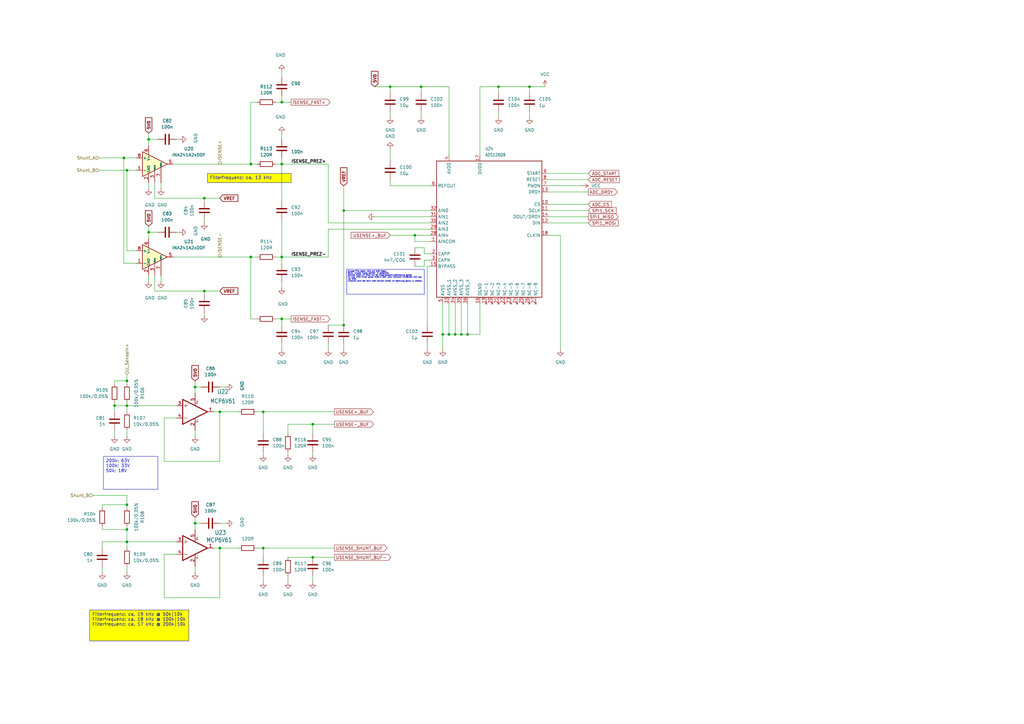
<source format=kicad_sch>
(kicad_sch
	(version 20250114)
	(generator "eeschema")
	(generator_version "9.0")
	(uuid "bcb646b7-5854-4e23-98f1-8942d41a735e")
	(paper "A3")
	(lib_symbols
		(symbol "Amplifier_Current:INA241A2xDDF"
			(pin_names
				(offset 0.127)
			)
			(exclude_from_sim no)
			(in_bom yes)
			(on_board yes)
			(property "Reference" "U"
				(at 3.81 3.81 0)
				(effects
					(font
						(size 1.27 1.27)
					)
					(justify left)
				)
			)
			(property "Value" "INA241A2xDDF"
				(at 3.81 -2.54 0)
				(effects
					(font
						(size 1.27 1.27)
					)
					(justify left)
				)
			)
			(property "Footprint" "Package_TO_SOT_SMD:SOT-23-8"
				(at 0 -16.51 0)
				(effects
					(font
						(size 1.27 1.27)
					)
					(hide yes)
				)
			)
			(property "Datasheet" "https://www.ti.com/lit/ds/symlink/ina241b.pdf"
				(at 3.81 3.81 0)
				(effects
					(font
						(size 1.27 1.27)
					)
					(hide yes)
				)
			)
			(property "Description" "High- and Low-Side, Bidirectional, Zero-Drift, Current-Sense Amplifier With Enhanced PWM Rejection, 20V/V, ±0.01% Gain Accuracy, ±10 μV Offset Voltage, SOT-23-8"
				(at 0 0 0)
				(effects
					(font
						(size 1.27 1.27)
					)
					(hide yes)
				)
			)
			(property "ki_keywords" "current monitor shunt sensor bidirectional high low"
				(at 0 0 0)
				(effects
					(font
						(size 1.27 1.27)
					)
					(hide yes)
				)
			)
			(property "ki_fp_filters" "SOT?23*"
				(at 0 0 0)
				(effects
					(font
						(size 1.27 1.27)
					)
					(hide yes)
				)
			)
			(symbol "INA241A2xDDF_0_1"
				(polyline
					(pts
						(xy 5.08 0) (xy -5.08 5.08) (xy -5.08 -5.08) (xy 5.08 0)
					)
					(stroke
						(width 0.254)
						(type default)
					)
					(fill
						(type background)
					)
				)
			)
			(symbol "INA241A2xDDF_1_1"
				(pin input line
					(at -7.62 2.54 0)
					(length 2.54)
					(name "+"
						(effects
							(font
								(size 1.27 1.27)
							)
						)
					)
					(number "8"
						(effects
							(font
								(size 1.27 1.27)
							)
						)
					)
				)
				(pin input line
					(at -7.62 -2.54 0)
					(length 2.54)
					(name "-"
						(effects
							(font
								(size 1.27 1.27)
							)
						)
					)
					(number "1"
						(effects
							(font
								(size 1.27 1.27)
							)
						)
					)
				)
				(pin power_in line
					(at -2.54 7.62 270)
					(length 3.81)
					(name "V+"
						(effects
							(font
								(size 1.016 1.016)
							)
						)
					)
					(number "6"
						(effects
							(font
								(size 1.27 1.27)
							)
						)
					)
				)
				(pin power_in line
					(at -2.54 -7.62 90)
					(length 3.81)
					(name "GND"
						(effects
							(font
								(size 1.016 1.016)
							)
						)
					)
					(number "2"
						(effects
							(font
								(size 1.27 1.27)
							)
						)
					)
				)
				(pin passive line
					(at -2.54 -7.62 90)
					(length 3.81)
					(hide yes)
					(name "GND"
						(effects
							(font
								(size 1.016 1.016)
							)
						)
					)
					(number "4"
						(effects
							(font
								(size 1.27 1.27)
							)
						)
					)
				)
				(pin passive line
					(at 0 -7.62 90)
					(length 5.08)
					(name "REF2"
						(effects
							(font
								(size 0.508 0.508)
							)
						)
					)
					(number "3"
						(effects
							(font
								(size 1.27 1.27)
							)
						)
					)
				)
				(pin passive line
					(at 2.54 -7.62 90)
					(length 6.35)
					(name "REF1"
						(effects
							(font
								(size 0.508 0.508)
							)
						)
					)
					(number "7"
						(effects
							(font
								(size 1.27 1.27)
							)
						)
					)
				)
				(pin output line
					(at 7.62 0 180)
					(length 2.54)
					(name "~"
						(effects
							(font
								(size 1.27 1.27)
							)
						)
					)
					(number "5"
						(effects
							(font
								(size 1.27 1.27)
							)
						)
					)
				)
			)
			(embedded_fonts no)
		)
		(symbol "Device:C"
			(pin_numbers
				(hide yes)
			)
			(pin_names
				(offset 0.254)
			)
			(exclude_from_sim no)
			(in_bom yes)
			(on_board yes)
			(property "Reference" "C"
				(at 0.635 2.54 0)
				(effects
					(font
						(size 1.27 1.27)
					)
					(justify left)
				)
			)
			(property "Value" "C"
				(at 0.635 -2.54 0)
				(effects
					(font
						(size 1.27 1.27)
					)
					(justify left)
				)
			)
			(property "Footprint" ""
				(at 0.9652 -3.81 0)
				(effects
					(font
						(size 1.27 1.27)
					)
					(hide yes)
				)
			)
			(property "Datasheet" "~"
				(at 0 0 0)
				(effects
					(font
						(size 1.27 1.27)
					)
					(hide yes)
				)
			)
			(property "Description" "Unpolarized capacitor"
				(at 0 0 0)
				(effects
					(font
						(size 1.27 1.27)
					)
					(hide yes)
				)
			)
			(property "ki_keywords" "cap capacitor"
				(at 0 0 0)
				(effects
					(font
						(size 1.27 1.27)
					)
					(hide yes)
				)
			)
			(property "ki_fp_filters" "C_*"
				(at 0 0 0)
				(effects
					(font
						(size 1.27 1.27)
					)
					(hide yes)
				)
			)
			(symbol "C_0_1"
				(polyline
					(pts
						(xy -2.032 0.762) (xy 2.032 0.762)
					)
					(stroke
						(width 0.508)
						(type default)
					)
					(fill
						(type none)
					)
				)
				(polyline
					(pts
						(xy -2.032 -0.762) (xy 2.032 -0.762)
					)
					(stroke
						(width 0.508)
						(type default)
					)
					(fill
						(type none)
					)
				)
			)
			(symbol "C_1_1"
				(pin passive line
					(at 0 3.81 270)
					(length 2.794)
					(name "~"
						(effects
							(font
								(size 1.27 1.27)
							)
						)
					)
					(number "1"
						(effects
							(font
								(size 1.27 1.27)
							)
						)
					)
				)
				(pin passive line
					(at 0 -3.81 90)
					(length 2.794)
					(name "~"
						(effects
							(font
								(size 1.27 1.27)
							)
						)
					)
					(number "2"
						(effects
							(font
								(size 1.27 1.27)
							)
						)
					)
				)
			)
			(embedded_fonts no)
		)
		(symbol "Device:R"
			(pin_numbers
				(hide yes)
			)
			(pin_names
				(offset 0)
			)
			(exclude_from_sim no)
			(in_bom yes)
			(on_board yes)
			(property "Reference" "R"
				(at 2.032 0 90)
				(effects
					(font
						(size 1.27 1.27)
					)
				)
			)
			(property "Value" "R"
				(at 0 0 90)
				(effects
					(font
						(size 1.27 1.27)
					)
				)
			)
			(property "Footprint" ""
				(at -1.778 0 90)
				(effects
					(font
						(size 1.27 1.27)
					)
					(hide yes)
				)
			)
			(property "Datasheet" "~"
				(at 0 0 0)
				(effects
					(font
						(size 1.27 1.27)
					)
					(hide yes)
				)
			)
			(property "Description" "Resistor"
				(at 0 0 0)
				(effects
					(font
						(size 1.27 1.27)
					)
					(hide yes)
				)
			)
			(property "ki_keywords" "R res resistor"
				(at 0 0 0)
				(effects
					(font
						(size 1.27 1.27)
					)
					(hide yes)
				)
			)
			(property "ki_fp_filters" "R_*"
				(at 0 0 0)
				(effects
					(font
						(size 1.27 1.27)
					)
					(hide yes)
				)
			)
			(symbol "R_0_1"
				(rectangle
					(start -1.016 -2.54)
					(end 1.016 2.54)
					(stroke
						(width 0.254)
						(type default)
					)
					(fill
						(type none)
					)
				)
			)
			(symbol "R_1_1"
				(pin passive line
					(at 0 3.81 270)
					(length 1.27)
					(name "~"
						(effects
							(font
								(size 1.27 1.27)
							)
						)
					)
					(number "1"
						(effects
							(font
								(size 1.27 1.27)
							)
						)
					)
				)
				(pin passive line
					(at 0 -3.81 90)
					(length 1.27)
					(name "~"
						(effects
							(font
								(size 1.27 1.27)
							)
						)
					)
					(number "2"
						(effects
							(font
								(size 1.27 1.27)
							)
						)
					)
				)
			)
			(embedded_fonts no)
		)
		(symbol "myADC:ADS1260"
			(exclude_from_sim no)
			(in_bom yes)
			(on_board yes)
			(property "Reference" "U22"
				(at 7.2741 25.4 0)
				(effects
					(font
						(size 1.27 1.0795)
					)
					(justify left)
				)
			)
			(property "Value" "ADS1260B"
				(at 7.2741 22.86 0)
				(effects
					(font
						(size 1.27 1.0795)
					)
					(justify left)
				)
			)
			(property "Footprint" "greenMeter_v3:ADS1260_VQFN-32"
				(at 0 0 0)
				(effects
					(font
						(size 1.27 1.27)
					)
					(hide yes)
				)
			)
			(property "Datasheet" "https://www.ti.com/lit/ds/symlink/ads1260.pdf?ts=1736592347563"
				(at 0 0 0)
				(effects
					(font
						(size 1.27 1.27)
					)
					(hide yes)
				)
			)
			(property "Description" "ADS1260BIRHBT A/D WANDLER 5-CH 24bit 40 kS/s 2.7V to 5.25V VQFN-32 SMD"
				(at 0 0 0)
				(effects
					(font
						(size 1.27 1.27)
					)
					(hide yes)
				)
			)
			(property "ECS Art#" "IC289"
				(at 0 0 0)
				(effects
					(font
						(size 1.27 1.27)
					)
					(hide yes)
				)
			)
			(property "HAN" "ADS1260BIRHBT"
				(at 0 0 0)
				(effects
					(font
						(size 1.27 1.27)
					)
					(hide yes)
				)
			)
			(property "Voltage" ""
				(at 0 0 0)
				(effects
					(font
						(size 1.27 1.27)
					)
					(hide yes)
				)
			)
			(property "Toleranz" ""
				(at 0 0 0)
				(effects
					(font
						(size 1.27 1.27)
					)
					(hide yes)
				)
			)
			(property "Hersteller" "TI"
				(at 0 0 0)
				(effects
					(font
						(size 1.27 1.27)
					)
					(hide yes)
				)
			)
			(property "Field-1" ""
				(at 0 0 0)
				(effects
					(font
						(size 1.27 1.27)
					)
					(hide yes)
				)
			)
			(property "Sim.Device" ""
				(at 0 0 0)
				(effects
					(font
						(size 1.27 1.27)
					)
					(hide yes)
				)
			)
			(property "Sim.Pins" ""
				(at 0 0 0)
				(effects
					(font
						(size 1.27 1.27)
					)
					(hide yes)
				)
			)
			(property "ki_locked" ""
				(at 0 0 0)
				(effects
					(font
						(size 1.27 1.27)
					)
				)
			)
			(symbol "ADS1260_1_0"
				(polyline
					(pts
						(xy -12.7 20.32) (xy -12.7 -35.56)
					)
					(stroke
						(width 0.254)
						(type solid)
					)
					(fill
						(type none)
					)
				)
				(polyline
					(pts
						(xy -12.7 -35.56) (xy 30.48 -35.56)
					)
					(stroke
						(width 0.254)
						(type solid)
					)
					(fill
						(type none)
					)
				)
				(polyline
					(pts
						(xy 30.48 20.32) (xy -12.7 20.32)
					)
					(stroke
						(width 0.254)
						(type solid)
					)
					(fill
						(type none)
					)
				)
				(polyline
					(pts
						(xy 30.48 -35.56) (xy 30.48 20.32)
					)
					(stroke
						(width 0.254)
						(type solid)
					)
					(fill
						(type none)
					)
				)
				(pin power_out line
					(at -15.24 10.16 0)
					(length 2.54)
					(name "REFOUT"
						(effects
							(font
								(size 1.27 1.27)
							)
						)
					)
					(number "6"
						(effects
							(font
								(size 1.27 1.27)
							)
						)
					)
				)
				(pin input line
					(at -15.24 0 0)
					(length 2.54)
					(name "AIN0"
						(effects
							(font
								(size 1.27 1.27)
							)
						)
					)
					(number "32"
						(effects
							(font
								(size 1.27 1.27)
							)
						)
					)
				)
				(pin input line
					(at -15.24 -2.54 0)
					(length 2.54)
					(name "AIN1"
						(effects
							(font
								(size 1.27 1.27)
							)
						)
					)
					(number "31"
						(effects
							(font
								(size 1.27 1.27)
							)
						)
					)
				)
				(pin input line
					(at -15.24 -5.08 0)
					(length 2.54)
					(name "AIN2"
						(effects
							(font
								(size 1.27 1.27)
							)
						)
					)
					(number "30"
						(effects
							(font
								(size 1.27 1.27)
							)
						)
					)
				)
				(pin input line
					(at -15.24 -7.62 0)
					(length 2.54)
					(name "AIN3"
						(effects
							(font
								(size 1.27 1.27)
							)
						)
					)
					(number "29"
						(effects
							(font
								(size 1.27 1.27)
							)
						)
					)
				)
				(pin input line
					(at -15.24 -10.16 0)
					(length 2.54)
					(name "AIN4"
						(effects
							(font
								(size 1.27 1.27)
							)
						)
					)
					(number "28"
						(effects
							(font
								(size 1.27 1.27)
							)
						)
					)
				)
				(pin input line
					(at -15.24 -12.7 0)
					(length 2.54)
					(name "AINCOM"
						(effects
							(font
								(size 1.27 1.27)
							)
						)
					)
					(number "1"
						(effects
							(font
								(size 1.27 1.27)
							)
						)
					)
				)
				(pin passive line
					(at -15.24 -17.78 0)
					(length 2.54)
					(name "CAPP"
						(effects
							(font
								(size 1.27 1.27)
							)
						)
					)
					(number "2"
						(effects
							(font
								(size 1.27 1.27)
							)
						)
					)
				)
				(pin passive line
					(at -15.24 -20.32 0)
					(length 2.54)
					(name "CAPN"
						(effects
							(font
								(size 1.27 1.27)
							)
						)
					)
					(number "3"
						(effects
							(font
								(size 1.27 1.27)
							)
						)
					)
				)
				(pin output line
					(at -15.24 -22.86 0)
					(length 2.54)
					(name "BYPASS"
						(effects
							(font
								(size 1.27 1.27)
							)
						)
					)
					(number "15"
						(effects
							(font
								(size 1.27 1.27)
							)
						)
					)
				)
				(pin power_in line
					(at -10.16 -38.1 90)
					(length 2.54)
					(name "AVSS"
						(effects
							(font
								(size 1.27 1.27)
							)
						)
					)
					(number "5"
						(effects
							(font
								(size 1.27 1.27)
							)
						)
					)
				)
				(pin power_in line
					(at -7.62 22.86 270)
					(length 2.54)
					(name "AVDD"
						(effects
							(font
								(size 1.27 1.27)
							)
						)
					)
					(number "4"
						(effects
							(font
								(size 1.27 1.27)
							)
						)
					)
				)
				(pin power_in line
					(at -7.62 -38.1 90)
					(length 2.54)
					(name "AVSS_1"
						(effects
							(font
								(size 1.27 1.27)
							)
						)
					)
					(number "33"
						(effects
							(font
								(size 1.27 1.27)
							)
						)
					)
				)
				(pin power_in line
					(at -5.08 -38.1 90)
					(length 2.54)
					(name "AVSS_2"
						(effects
							(font
								(size 1.27 1.27)
							)
						)
					)
					(number "34"
						(effects
							(font
								(size 1.27 1.27)
							)
						)
					)
				)
				(pin power_in line
					(at -2.54 -38.1 90)
					(length 2.54)
					(name "AVSS_3"
						(effects
							(font
								(size 1.27 1.27)
							)
						)
					)
					(number "35"
						(effects
							(font
								(size 1.27 1.27)
							)
						)
					)
				)
				(pin power_in line
					(at 0 -38.1 90)
					(length 2.54)
					(name "AVSS_4"
						(effects
							(font
								(size 1.27 1.27)
							)
						)
					)
					(number "36"
						(effects
							(font
								(size 1.27 1.27)
							)
						)
					)
				)
				(pin power_in line
					(at 5.08 22.86 270)
					(length 2.54)
					(name "DVDD"
						(effects
							(font
								(size 1.27 1.27)
							)
						)
					)
					(number "17"
						(effects
							(font
								(size 1.27 1.27)
							)
						)
					)
				)
				(pin power_in line
					(at 5.08 -38.1 90)
					(length 2.54)
					(name "DGND"
						(effects
							(font
								(size 1.27 1.27)
							)
						)
					)
					(number "16"
						(effects
							(font
								(size 1.27 1.27)
							)
						)
					)
				)
				(pin no_connect line
					(at 7.62 -38.1 90)
					(length 2.54)
					(name "NC-1"
						(effects
							(font
								(size 1.27 1.27)
							)
						)
					)
					(number "19"
						(effects
							(font
								(size 1.27 1.27)
							)
						)
					)
				)
				(pin no_connect line
					(at 10.16 -38.1 90)
					(length 2.54)
					(name "NC-2"
						(effects
							(font
								(size 1.27 1.27)
							)
						)
					)
					(number "20"
						(effects
							(font
								(size 1.27 1.27)
							)
						)
					)
				)
				(pin no_connect line
					(at 12.7 -38.1 90)
					(length 2.54)
					(name "NC-3"
						(effects
							(font
								(size 1.27 1.27)
							)
						)
					)
					(number "21"
						(effects
							(font
								(size 1.27 1.27)
							)
						)
					)
				)
				(pin no_connect line
					(at 15.24 -38.1 90)
					(length 2.54)
					(name "NC-4"
						(effects
							(font
								(size 1.27 1.27)
							)
						)
					)
					(number "22"
						(effects
							(font
								(size 1.27 1.27)
							)
						)
					)
				)
				(pin no_connect line
					(at 17.78 -38.1 90)
					(length 2.54)
					(name "NC-5"
						(effects
							(font
								(size 1.27 1.27)
							)
						)
					)
					(number "23"
						(effects
							(font
								(size 1.27 1.27)
							)
						)
					)
				)
				(pin no_connect line
					(at 20.32 -38.1 90)
					(length 2.54)
					(name "NC-6"
						(effects
							(font
								(size 1.27 1.27)
							)
						)
					)
					(number "24"
						(effects
							(font
								(size 1.27 1.27)
							)
						)
					)
				)
				(pin no_connect line
					(at 22.86 -38.1 90)
					(length 2.54)
					(name "NC-7"
						(effects
							(font
								(size 1.27 1.27)
							)
						)
					)
					(number "25"
						(effects
							(font
								(size 1.27 1.27)
							)
						)
					)
				)
				(pin no_connect line
					(at 25.4 -38.1 90)
					(length 2.54)
					(name "NC-8"
						(effects
							(font
								(size 1.27 1.27)
							)
						)
					)
					(number "26"
						(effects
							(font
								(size 1.27 1.27)
							)
						)
					)
				)
				(pin no_connect line
					(at 27.94 -38.1 90)
					(length 2.54)
					(name "NC-9"
						(effects
							(font
								(size 1.27 1.27)
							)
						)
					)
					(number "27"
						(effects
							(font
								(size 1.27 1.27)
							)
						)
					)
				)
				(pin input line
					(at 33.02 15.24 180)
					(length 2.54)
					(name "START"
						(effects
							(font
								(size 1.27 1.27)
							)
						)
					)
					(number "9"
						(effects
							(font
								(size 1.27 1.27)
							)
						)
					)
				)
				(pin input line
					(at 33.02 12.7 180)
					(length 2.54)
					(name "RESET"
						(effects
							(font
								(size 1.27 1.27)
							)
						)
					)
					(number "8"
						(effects
							(font
								(size 1.27 1.27)
							)
						)
					)
				)
				(pin input line
					(at 33.02 10.16 180)
					(length 2.54)
					(name "PWDN"
						(effects
							(font
								(size 1.27 1.27)
							)
						)
					)
					(number "7"
						(effects
							(font
								(size 1.27 1.27)
							)
						)
					)
				)
				(pin output line
					(at 33.02 7.62 180)
					(length 2.54)
					(name "DRDY"
						(effects
							(font
								(size 1.27 1.27)
							)
						)
					)
					(number "13"
						(effects
							(font
								(size 1.27 1.27)
							)
						)
					)
				)
				(pin input line
					(at 33.02 2.54 180)
					(length 2.54)
					(name "CS"
						(effects
							(font
								(size 1.27 1.27)
							)
						)
					)
					(number "10"
						(effects
							(font
								(size 1.27 1.27)
							)
						)
					)
				)
				(pin input line
					(at 33.02 0 180)
					(length 2.54)
					(name "SCLK"
						(effects
							(font
								(size 1.27 1.27)
							)
						)
					)
					(number "11"
						(effects
							(font
								(size 1.27 1.27)
							)
						)
					)
				)
				(pin output line
					(at 33.02 -2.54 180)
					(length 2.54)
					(name "DOUT/DRDY"
						(effects
							(font
								(size 1.27 1.27)
							)
						)
					)
					(number "14"
						(effects
							(font
								(size 1.27 1.27)
							)
						)
					)
				)
				(pin input line
					(at 33.02 -5.08 180)
					(length 2.54)
					(name "DIN"
						(effects
							(font
								(size 1.27 1.27)
							)
						)
					)
					(number "12"
						(effects
							(font
								(size 1.27 1.27)
							)
						)
					)
				)
				(pin input line
					(at 33.02 -10.16 180)
					(length 2.54)
					(name "CLKIN"
						(effects
							(font
								(size 1.27 1.27)
							)
						)
					)
					(number "18"
						(effects
							(font
								(size 1.27 1.27)
							)
						)
					)
				)
			)
			(embedded_fonts no)
		)
		(symbol "myGreenMeterLibInport:S08_MCP601OT"
			(exclude_from_sim no)
			(in_bom yes)
			(on_board yes)
			(property "Reference" "IC"
				(at 2.54 3.175 0)
				(effects
					(font
						(size 1.778 1.5113)
					)
					(justify left bottom)
				)
			)
			(property "Value" ""
				(at 2.54 -5.08 0)
				(effects
					(font
						(size 1.778 1.5113)
					)
					(justify left bottom)
				)
			)
			(property "Footprint" "greenMeter_v3:S08_SOT23-5"
				(at 0 0 0)
				(effects
					(font
						(size 1.27 1.27)
					)
					(hide yes)
				)
			)
			(property "Datasheet" ""
				(at 0 0 0)
				(effects
					(font
						(size 1.27 1.27)
					)
					(hide yes)
				)
			)
			(property "Description" "Single Op Amp 2.7V to 6.0V Single Supply CMOS\n\nSource: http://ww1.microchip.com/downloads/en/DeviceDoc/21314g.pdf"
				(at 0 0 0)
				(effects
					(font
						(size 1.27 1.27)
					)
					(hide yes)
				)
			)
			(property "ki_locked" ""
				(at 0 0 0)
				(effects
					(font
						(size 1.27 1.27)
					)
				)
			)
			(symbol "S08_MCP601OT_1_0"
				(polyline
					(pts
						(xy -5.08 5.08) (xy -5.08 -5.08)
					)
					(stroke
						(width 0.4064)
						(type solid)
					)
					(fill
						(type none)
					)
				)
				(polyline
					(pts
						(xy -5.08 -5.08) (xy 5.08 0)
					)
					(stroke
						(width 0.4064)
						(type solid)
					)
					(fill
						(type none)
					)
				)
				(polyline
					(pts
						(xy -4.445 2.54) (xy -3.175 2.54)
					)
					(stroke
						(width 0.1524)
						(type solid)
					)
					(fill
						(type none)
					)
				)
				(polyline
					(pts
						(xy -4.445 -2.54) (xy -3.175 -2.54)
					)
					(stroke
						(width 0.1524)
						(type solid)
					)
					(fill
						(type none)
					)
				)
				(polyline
					(pts
						(xy -3.81 3.175) (xy -3.81 1.905)
					)
					(stroke
						(width 0.1524)
						(type solid)
					)
					(fill
						(type none)
					)
				)
				(polyline
					(pts
						(xy 5.08 0) (xy -5.08 5.08)
					)
					(stroke
						(width 0.4064)
						(type solid)
					)
					(fill
						(type none)
					)
				)
				(text "V+"
					(at 1.27 3.175 900)
					(effects
						(font
							(size 0.8128 0.6908)
						)
						(justify left bottom)
					)
				)
				(text "V-"
					(at 1.27 -4.445 900)
					(effects
						(font
							(size 0.8128 0.6908)
						)
						(justify left bottom)
					)
				)
				(pin input line
					(at -7.62 2.54 0)
					(length 2.54)
					(name "+IN"
						(effects
							(font
								(size 0 0)
							)
						)
					)
					(number "3"
						(effects
							(font
								(size 1.27 1.27)
							)
						)
					)
				)
				(pin input line
					(at -7.62 -2.54 0)
					(length 2.54)
					(name "-IN"
						(effects
							(font
								(size 0 0)
							)
						)
					)
					(number "4"
						(effects
							(font
								(size 1.27 1.27)
							)
						)
					)
				)
				(pin power_in line
					(at 0 7.62 270)
					(length 5.08)
					(name "V+"
						(effects
							(font
								(size 0 0)
							)
						)
					)
					(number "5"
						(effects
							(font
								(size 1.27 1.27)
							)
						)
					)
				)
				(pin power_in line
					(at 0 -7.62 90)
					(length 5.08)
					(name "V-"
						(effects
							(font
								(size 0 0)
							)
						)
					)
					(number "2"
						(effects
							(font
								(size 1.27 1.27)
							)
						)
					)
				)
				(pin output line
					(at 7.62 0 180)
					(length 2.54)
					(name "OUT"
						(effects
							(font
								(size 0 0)
							)
						)
					)
					(number "1"
						(effects
							(font
								(size 1.27 1.27)
							)
						)
					)
				)
			)
			(embedded_fonts no)
		)
		(symbol "power:GND"
			(power)
			(pin_numbers
				(hide yes)
			)
			(pin_names
				(offset 0)
				(hide yes)
			)
			(exclude_from_sim no)
			(in_bom yes)
			(on_board yes)
			(property "Reference" "#PWR"
				(at 0 -6.35 0)
				(effects
					(font
						(size 1.27 1.27)
					)
					(hide yes)
				)
			)
			(property "Value" "GND"
				(at 0 -3.81 0)
				(effects
					(font
						(size 1.27 1.27)
					)
				)
			)
			(property "Footprint" ""
				(at 0 0 0)
				(effects
					(font
						(size 1.27 1.27)
					)
					(hide yes)
				)
			)
			(property "Datasheet" ""
				(at 0 0 0)
				(effects
					(font
						(size 1.27 1.27)
					)
					(hide yes)
				)
			)
			(property "Description" "Power symbol creates a global label with name \"GND\" , ground"
				(at 0 0 0)
				(effects
					(font
						(size 1.27 1.27)
					)
					(hide yes)
				)
			)
			(property "ki_keywords" "global power"
				(at 0 0 0)
				(effects
					(font
						(size 1.27 1.27)
					)
					(hide yes)
				)
			)
			(symbol "GND_0_1"
				(polyline
					(pts
						(xy 0 0) (xy 0 -1.27) (xy 1.27 -1.27) (xy 0 -2.54) (xy -1.27 -1.27) (xy 0 -1.27)
					)
					(stroke
						(width 0)
						(type default)
					)
					(fill
						(type none)
					)
				)
			)
			(symbol "GND_1_1"
				(pin power_in line
					(at 0 0 270)
					(length 0)
					(name "~"
						(effects
							(font
								(size 1.27 1.27)
							)
						)
					)
					(number "1"
						(effects
							(font
								(size 1.27 1.27)
							)
						)
					)
				)
			)
			(embedded_fonts no)
		)
		(symbol "power:VCC"
			(power)
			(pin_numbers
				(hide yes)
			)
			(pin_names
				(offset 0)
				(hide yes)
			)
			(exclude_from_sim no)
			(in_bom yes)
			(on_board yes)
			(property "Reference" "#PWR"
				(at 0 -3.81 0)
				(effects
					(font
						(size 1.27 1.27)
					)
					(hide yes)
				)
			)
			(property "Value" "VCC"
				(at 0 3.556 0)
				(effects
					(font
						(size 1.27 1.27)
					)
				)
			)
			(property "Footprint" ""
				(at 0 0 0)
				(effects
					(font
						(size 1.27 1.27)
					)
					(hide yes)
				)
			)
			(property "Datasheet" ""
				(at 0 0 0)
				(effects
					(font
						(size 1.27 1.27)
					)
					(hide yes)
				)
			)
			(property "Description" "Power symbol creates a global label with name \"VCC\""
				(at 0 0 0)
				(effects
					(font
						(size 1.27 1.27)
					)
					(hide yes)
				)
			)
			(property "ki_keywords" "global power"
				(at 0 0 0)
				(effects
					(font
						(size 1.27 1.27)
					)
					(hide yes)
				)
			)
			(symbol "VCC_0_1"
				(polyline
					(pts
						(xy -0.762 1.27) (xy 0 2.54)
					)
					(stroke
						(width 0)
						(type default)
					)
					(fill
						(type none)
					)
				)
				(polyline
					(pts
						(xy 0 2.54) (xy 0.762 1.27)
					)
					(stroke
						(width 0)
						(type default)
					)
					(fill
						(type none)
					)
				)
				(polyline
					(pts
						(xy 0 0) (xy 0 2.54)
					)
					(stroke
						(width 0)
						(type default)
					)
					(fill
						(type none)
					)
				)
			)
			(symbol "VCC_1_1"
				(pin power_in line
					(at 0 0 90)
					(length 0)
					(name "~"
						(effects
							(font
								(size 1.27 1.27)
							)
						)
					)
					(number "1"
						(effects
							(font
								(size 1.27 1.27)
							)
						)
					)
				)
			)
			(embedded_fonts no)
		)
	)
	(text_box ""
		(exclude_from_sim no)
		(at 154.94 36.83 0)
		(size 0 0)
		(margins 0.9525 0.9525 0.9525 0.9525)
		(stroke
			(width 0)
			(type default)
		)
		(fill
			(type color)
			(color 255 255 0 1)
		)
		(effects
			(font
				(size 1.27 1.27)
				(thickness 0.254)
				(bold yes)
			)
			(justify left top)
		)
		(uuid "0d32e085-5910-4a5a-8a28-85f7d712e085")
	)
	(text_box "Filterfrequenz: ca. 19 kHz @ 50k|10k\nFilterfrequenz: ca. 18 kHz @ 100k|10k\nFilterfrequenz: ca. 17 kHz @ 200k|10k\n"
		(exclude_from_sim no)
		(at 36.83 250.19 0)
		(size 40.64 12.7)
		(margins 0.9525 0.9525 0.9525 0.9525)
		(stroke
			(width 0)
			(type default)
		)
		(fill
			(type color)
			(color 255 255 0 1)
		)
		(effects
			(font
				(size 1.27 1.27)
			)
			(justify left top)
		)
		(uuid "0ea09208-dd44-4716-bb26-7d61038b8bf2")
	)
	(text_box "200k: 63V\n100k: 33V\n50k: 18V"
		(exclude_from_sim no)
		(at 42.418 187.198 0)
		(size 22.352 13.462)
		(margins 0.9525 0.9525 0.9525 0.9525)
		(stroke
			(width 0)
			(type default)
		)
		(fill
			(type none)
		)
		(effects
			(font
				(size 1.27 1.27)
			)
			(justify left top)
		)
		(uuid "7ec831b6-fdcc-4cf8-ab39-e9f5606b9f5a")
	)
	(text_box "Unused Pins sollen nicht auf GND liegen.\nSiehe \"unused inputs section\" in datasheet.\nDeshalb haben wir diese auf die Eingangsspannungsmessung gelegt.\nIst zwar nicht immer genau AVDD/2 aber unter normalen Umständen weit weg von GND.\nEventuell kann das dann noch benutzt werden um Spannung genau zu messen."
		(exclude_from_sim no)
		(at 142.24 110.49 0)
		(size 31.75 10.16)
		(margins 0.375 0.375 0.375 0.375)
		(stroke
			(width 0)
			(type default)
		)
		(fill
			(type none)
		)
		(effects
			(font
				(size 0.5 0.5)
			)
			(justify left top)
		)
		(uuid "d6014a95-53e6-48b8-af9b-14fbedb9a084")
	)
	(text_box "Filterfrequenz: ca. 13 kHz\n"
		(exclude_from_sim no)
		(at 85.09 71.12 0)
		(size 34.29 3.81)
		(margins 0.9525 0.9525 0.9525 0.9525)
		(stroke
			(width 0)
			(type default)
		)
		(fill
			(type color)
			(color 255 255 0 1)
		)
		(effects
			(font
				(size 1.27 1.27)
			)
			(justify left top)
		)
		(uuid "e2a42b8a-9174-4255-b187-4c24488ac18f")
	)
	(junction
		(at 52.07 69.85)
		(diameter 0)
		(color 0 0 0 0)
		(uuid "0127ab17-3807-4209-b4e1-985918e46c14")
	)
	(junction
		(at 90.17 168.91)
		(diameter 0)
		(color 0 0 0 0)
		(uuid "1ebad396-9e1c-4410-9b9b-50a1ce1348e2")
	)
	(junction
		(at 115.57 41.91)
		(diameter 0)
		(color 0 0 0 0)
		(uuid "2fea6115-000f-4a51-9500-040b94d3fe88")
	)
	(junction
		(at 184.15 137.16)
		(diameter 0)
		(color 0 0 0 0)
		(uuid "3cdeb1cf-0418-4e66-b065-a5a8d1ddd047")
	)
	(junction
		(at 128.27 173.99)
		(diameter 0)
		(color 0 0 0 0)
		(uuid "3d213016-89c4-46e9-8e65-f14a2c4ab08e")
	)
	(junction
		(at 80.01 158.75)
		(diameter 0)
		(color 0 0 0 0)
		(uuid "420f9b79-1fcd-44f3-9f7d-c72cf625b8b7")
	)
	(junction
		(at 217.17 35.56)
		(diameter 0)
		(color 0 0 0 0)
		(uuid "4b5ff0fa-bd27-416c-8a16-afb19965a244")
	)
	(junction
		(at 80.01 214.63)
		(diameter 0)
		(color 0 0 0 0)
		(uuid "52d0693b-a48a-4c1b-9287-af639548741a")
	)
	(junction
		(at 107.95 168.91)
		(diameter 0)
		(color 0 0 0 0)
		(uuid "5d727574-84a8-4ba9-9325-8114728bcf41")
	)
	(junction
		(at 83.82 81.28)
		(diameter 0)
		(color 0 0 0 0)
		(uuid "5ef1d1d5-483e-4ce8-84fc-70997ff37118")
	)
	(junction
		(at 160.02 35.56)
		(diameter 0)
		(color 0 0 0 0)
		(uuid "5f0a248a-c2a6-4c3c-9f0f-2995356d8e08")
	)
	(junction
		(at 90.17 224.79)
		(diameter 0)
		(color 0 0 0 0)
		(uuid "62be326c-ab4d-4c90-a2f5-9e6cae3e9c8b")
	)
	(junction
		(at 46.99 166.37)
		(diameter 0)
		(color 0 0 0 0)
		(uuid "6ab569aa-950d-44d5-9fc1-2101ed45b649")
	)
	(junction
		(at 115.57 130.81)
		(diameter 0)
		(color 0 0 0 0)
		(uuid "6af49734-e63d-427b-bd2d-7030fa55d232")
	)
	(junction
		(at 83.82 119.38)
		(diameter 0)
		(color 0 0 0 0)
		(uuid "6c664845-5ec5-49b1-856a-403923d90eb0")
	)
	(junction
		(at 102.87 105.41)
		(diameter 0)
		(color 0 0 0 0)
		(uuid "6d6016ce-b911-4f6c-beda-fd56bd08b828")
	)
	(junction
		(at 60.96 95.25)
		(diameter 0)
		(color 0 0 0 0)
		(uuid "729565f3-8aa2-4249-91be-261c30091fba")
	)
	(junction
		(at 140.97 133.35)
		(diameter 0)
		(color 0 0 0 0)
		(uuid "75c5f5c6-daee-4a82-a8ce-bed6053d06aa")
	)
	(junction
		(at 115.57 67.31)
		(diameter 0)
		(color 0 0 0 0)
		(uuid "7fd1e8b2-b319-4b1f-b754-109c0c8b2df9")
	)
	(junction
		(at 107.95 224.79)
		(diameter 0)
		(color 0 0 0 0)
		(uuid "8067c1ec-a5a0-45bb-ad8f-86d31b551ba6")
	)
	(junction
		(at 60.96 57.15)
		(diameter 0)
		(color 0 0 0 0)
		(uuid "814649d2-e3d3-47c5-b398-914e567dcafc")
	)
	(junction
		(at 181.61 137.16)
		(diameter 0)
		(color 0 0 0 0)
		(uuid "86fd842d-17f9-47b1-a62a-28554f154277")
	)
	(junction
		(at 172.72 35.56)
		(diameter 0)
		(color 0 0 0 0)
		(uuid "8cb3d7b1-8872-441e-9698-bd8d29160d5c")
	)
	(junction
		(at 140.97 86.36)
		(diameter 0)
		(color 0 0 0 0)
		(uuid "8fdfd5c9-2e62-4d01-af79-b29a1e6cd41b")
	)
	(junction
		(at 191.77 137.16)
		(diameter 0)
		(color 0 0 0 0)
		(uuid "956ccdf9-c75f-44bf-863c-fb3cf12e6469")
	)
	(junction
		(at 128.27 228.6)
		(diameter 0)
		(color 0 0 0 0)
		(uuid "96115c1f-8615-4a7e-8a8f-d0b5c3ebfdc2")
	)
	(junction
		(at 52.07 166.37)
		(diameter 0)
		(color 0 0 0 0)
		(uuid "a61e4b1f-2ac4-407d-bc62-d7a7083ec93f")
	)
	(junction
		(at 50.8 64.77)
		(diameter 0)
		(color 0 0 0 0)
		(uuid "b2a82b3b-fea3-45bd-99ae-609910079711")
	)
	(junction
		(at 52.07 207.01)
		(diameter 0)
		(color 0 0 0 0)
		(uuid "bfa69cbe-eaf6-4216-b934-f82e7e6db92e")
	)
	(junction
		(at 52.07 156.21)
		(diameter 0)
		(color 0 0 0 0)
		(uuid "d2ae476e-d0e9-4b29-9557-4f909d238822")
	)
	(junction
		(at 186.69 137.16)
		(diameter 0)
		(color 0 0 0 0)
		(uuid "d8f91c22-6e53-46f7-9c9a-e7c931e07dd8")
	)
	(junction
		(at 52.07 217.17)
		(diameter 0)
		(color 0 0 0 0)
		(uuid "df41c165-06ae-4490-98b1-62bcbabb00ca")
	)
	(junction
		(at 189.23 137.16)
		(diameter 0)
		(color 0 0 0 0)
		(uuid "eb5bd575-6b93-4ef5-8136-fad4e1c8cd9c")
	)
	(junction
		(at 204.47 35.56)
		(diameter 0)
		(color 0 0 0 0)
		(uuid "ee4b809e-a842-47ce-ba39-d11d89bf6e1e")
	)
	(junction
		(at 115.57 105.41)
		(diameter 0)
		(color 0 0 0 0)
		(uuid "ee71230f-1cb9-430a-aa22-8a800905e8bf")
	)
	(junction
		(at 102.87 67.31)
		(diameter 0)
		(color 0 0 0 0)
		(uuid "ef6e76bb-b3bb-40b5-96a7-42fc7f36e633")
	)
	(junction
		(at 170.18 96.52)
		(diameter 0)
		(color 0 0 0 0)
		(uuid "f211709e-e207-482b-a293-591af96334b5")
	)
	(junction
		(at 52.07 222.25)
		(diameter 0)
		(color 0 0 0 0)
		(uuid "fbf137fe-3bf2-4213-9b6d-f3fec0949fd8")
	)
	(wire
		(pts
			(xy 46.99 176.53) (xy 46.99 179.07)
		)
		(stroke
			(width 0)
			(type default)
		)
		(uuid "0290bd92-9691-4f8a-b20f-2584c0ec19db")
	)
	(wire
		(pts
			(xy 173.99 106.68) (xy 176.53 106.68)
		)
		(stroke
			(width 0)
			(type default)
		)
		(uuid "04f7c860-ac6d-4e2e-9550-11325e8a6968")
	)
	(wire
		(pts
			(xy 113.03 67.31) (xy 115.57 67.31)
		)
		(stroke
			(width 0)
			(type default)
		)
		(uuid "056dfdea-0ac0-4fa6-a2de-a95d3de19889")
	)
	(wire
		(pts
			(xy 71.12 67.31) (xy 102.87 67.31)
		)
		(stroke
			(width 0)
			(type default)
		)
		(uuid "05c8e5fe-2c62-43ba-ae46-ecfc27d2705e")
	)
	(wire
		(pts
			(xy 115.57 29.21) (xy 115.57 31.75)
		)
		(stroke
			(width 0)
			(type default)
		)
		(uuid "05fc54a6-246c-423d-a264-0017ff1cec7d")
	)
	(wire
		(pts
			(xy 191.77 137.16) (xy 189.23 137.16)
		)
		(stroke
			(width 0)
			(type default)
		)
		(uuid "075a14d6-10c9-407b-b072-f0555b887976")
	)
	(wire
		(pts
			(xy 72.39 227.33) (xy 67.31 227.33)
		)
		(stroke
			(width 0)
			(type default)
		)
		(uuid "07657e2e-d61b-4e9a-b4e1-73fe1d7bc2a7")
	)
	(wire
		(pts
			(xy 67.31 189.23) (xy 90.17 189.23)
		)
		(stroke
			(width 0)
			(type default)
		)
		(uuid "077a56f8-7fe1-4a5e-bc56-e94a1e8ed0d6")
	)
	(wire
		(pts
			(xy 115.57 64.77) (xy 115.57 67.31)
		)
		(stroke
			(width 0)
			(type default)
		)
		(uuid "090f6353-5843-40e0-88ec-263a7367234b")
	)
	(wire
		(pts
			(xy 128.27 173.99) (xy 128.27 177.8)
		)
		(stroke
			(width 0)
			(type default)
		)
		(uuid "09830184-11a2-448f-97f8-b7e8b3caf227")
	)
	(wire
		(pts
			(xy 80.01 176.53) (xy 80.01 179.07)
		)
		(stroke
			(width 0)
			(type default)
		)
		(uuid "09dae73f-9999-486d-a2ed-146b17ef7614")
	)
	(wire
		(pts
			(xy 172.72 35.56) (xy 172.72 38.1)
		)
		(stroke
			(width 0)
			(type default)
		)
		(uuid "09f869a8-195c-41bc-bb21-4c88e07de16b")
	)
	(wire
		(pts
			(xy 83.82 81.28) (xy 83.82 82.55)
		)
		(stroke
			(width 0)
			(type default)
		)
		(uuid "0a54d8b9-3975-4c1d-8c9f-12a99b7f9874")
	)
	(wire
		(pts
			(xy 52.07 222.25) (xy 52.07 224.79)
		)
		(stroke
			(width 0)
			(type default)
		)
		(uuid "0acdb308-0ab7-4ddc-be35-0957b84afd5a")
	)
	(wire
		(pts
			(xy 52.07 203.2) (xy 52.07 207.01)
		)
		(stroke
			(width 0)
			(type default)
		)
		(uuid "0b74e708-c60b-460f-a9fe-57403de943e3")
	)
	(wire
		(pts
			(xy 50.8 64.77) (xy 55.88 64.77)
		)
		(stroke
			(width 0)
			(type default)
		)
		(uuid "0e95c412-f0e3-49a9-8d0b-ac9eba43e6e5")
	)
	(wire
		(pts
			(xy 140.97 86.36) (xy 176.53 86.36)
		)
		(stroke
			(width 0)
			(type default)
		)
		(uuid "103c929a-115c-49ad-b114-1e9d2f9ee311")
	)
	(wire
		(pts
			(xy 40.64 64.77) (xy 50.8 64.77)
		)
		(stroke
			(width 0)
			(type default)
		)
		(uuid "11380598-7313-4fa4-81a9-f6d68446ce62")
	)
	(wire
		(pts
			(xy 196.85 124.46) (xy 196.85 137.16)
		)
		(stroke
			(width 0)
			(type default)
		)
		(uuid "16f3ada9-8b85-45ed-80c6-7a9b5be25d55")
	)
	(wire
		(pts
			(xy 80.01 232.41) (xy 80.01 234.95)
		)
		(stroke
			(width 0)
			(type default)
		)
		(uuid "1abe071c-ee09-495a-84ca-a1ca72739961")
	)
	(wire
		(pts
			(xy 196.85 35.56) (xy 204.47 35.56)
		)
		(stroke
			(width 0)
			(type default)
		)
		(uuid "1b6b5243-c37a-4652-824f-7fe18176b79d")
	)
	(wire
		(pts
			(xy 90.17 214.63) (xy 92.71 214.63)
		)
		(stroke
			(width 0)
			(type default)
		)
		(uuid "1b990ffc-0631-4f05-b859-4e6755b321e7")
	)
	(wire
		(pts
			(xy 118.11 185.42) (xy 118.11 186.69)
		)
		(stroke
			(width 0)
			(type default)
		)
		(uuid "1bdc531f-3921-4226-8980-e44596c57ec5")
	)
	(wire
		(pts
			(xy 60.96 92.71) (xy 60.96 95.25)
		)
		(stroke
			(width 0)
			(type default)
		)
		(uuid "1cd92f62-8f7f-4655-82fd-020e57bee2ec")
	)
	(wire
		(pts
			(xy 224.79 71.12) (xy 241.3 71.12)
		)
		(stroke
			(width 0)
			(type default)
		)
		(uuid "1ce9892f-5e0c-451f-bc26-58386f20128f")
	)
	(wire
		(pts
			(xy 52.07 176.53) (xy 52.07 179.07)
		)
		(stroke
			(width 0)
			(type default)
		)
		(uuid "1e8583a5-afc3-408f-9733-68986b62eea6")
	)
	(wire
		(pts
			(xy 118.11 173.99) (xy 128.27 173.99)
		)
		(stroke
			(width 0)
			(type default)
		)
		(uuid "1effe6cf-c19f-4724-ae99-8cb1ca925fd9")
	)
	(wire
		(pts
			(xy 115.57 39.37) (xy 115.57 41.91)
		)
		(stroke
			(width 0)
			(type default)
		)
		(uuid "1f15df61-bac1-4d94-b69f-9cc0b42c4ce2")
	)
	(wire
		(pts
			(xy 83.82 128.27) (xy 83.82 129.54)
		)
		(stroke
			(width 0)
			(type default)
		)
		(uuid "203c793a-3f64-4408-8c28-aeb03ea3b701")
	)
	(wire
		(pts
			(xy 60.96 95.25) (xy 60.96 97.79)
		)
		(stroke
			(width 0)
			(type default)
		)
		(uuid "224a474d-1d4d-4535-9901-7c782943cf57")
	)
	(wire
		(pts
			(xy 229.87 96.52) (xy 229.87 143.51)
		)
		(stroke
			(width 0)
			(type default)
		)
		(uuid "22b7b238-f90f-49cc-b858-0da3c8ca6c9b")
	)
	(wire
		(pts
			(xy 172.72 35.56) (xy 184.15 35.56)
		)
		(stroke
			(width 0)
			(type default)
		)
		(uuid "2442ab36-bcbb-4762-a483-39c732a100bf")
	)
	(wire
		(pts
			(xy 160.02 96.52) (xy 170.18 96.52)
		)
		(stroke
			(width 0)
			(type default)
		)
		(uuid "261d5bd6-577a-469a-938c-823947ff2d07")
	)
	(wire
		(pts
			(xy 83.82 120.65) (xy 83.82 119.38)
		)
		(stroke
			(width 0)
			(type default)
		)
		(uuid "276be1bd-ab96-41e8-acc9-3c4d471bb782")
	)
	(wire
		(pts
			(xy 60.96 113.03) (xy 60.96 115.57)
		)
		(stroke
			(width 0)
			(type default)
		)
		(uuid "2a71d876-e3da-4ed0-b90e-c782987a8d5c")
	)
	(wire
		(pts
			(xy 67.31 245.11) (xy 90.17 245.11)
		)
		(stroke
			(width 0)
			(type default)
		)
		(uuid "2cba3031-0baa-459b-8db0-64506e604ee0")
	)
	(wire
		(pts
			(xy 60.96 57.15) (xy 60.96 59.69)
		)
		(stroke
			(width 0)
			(type default)
		)
		(uuid "2d0c2bee-070a-4cdb-a229-3fa2d7dca42a")
	)
	(wire
		(pts
			(xy 102.87 130.81) (xy 102.87 105.41)
		)
		(stroke
			(width 0)
			(type default)
		)
		(uuid "2d13a9b4-cadd-4d48-92df-5449be3ede14")
	)
	(wire
		(pts
			(xy 41.91 222.25) (xy 52.07 222.25)
		)
		(stroke
			(width 0)
			(type default)
		)
		(uuid "318a6bc0-f84b-42e9-a9e4-1f07e975de51")
	)
	(wire
		(pts
			(xy 175.26 109.22) (xy 175.26 133.35)
		)
		(stroke
			(width 0)
			(type default)
		)
		(uuid "33941041-10f0-474c-9fe6-d4ad691350db")
	)
	(wire
		(pts
			(xy 115.57 115.57) (xy 115.57 118.11)
		)
		(stroke
			(width 0)
			(type default)
		)
		(uuid "35a13f89-192c-4074-b1f5-d6a35751b680")
	)
	(wire
		(pts
			(xy 90.17 224.79) (xy 87.63 224.79)
		)
		(stroke
			(width 0)
			(type default)
		)
		(uuid "3678d0ce-0c95-45b2-90ec-edb525aad5cc")
	)
	(wire
		(pts
			(xy 66.04 74.93) (xy 66.04 77.47)
		)
		(stroke
			(width 0)
			(type default)
		)
		(uuid "37264a33-a187-4469-a0ce-338c5384d088")
	)
	(wire
		(pts
			(xy 40.64 69.85) (xy 52.07 69.85)
		)
		(stroke
			(width 0)
			(type default)
		)
		(uuid "380f2f6f-42cc-4e0e-92eb-6b1f81c7545b")
	)
	(wire
		(pts
			(xy 140.97 76.2) (xy 140.97 86.36)
		)
		(stroke
			(width 0)
			(type default)
		)
		(uuid "381e14b1-a528-42b7-905c-00d810fff045")
	)
	(wire
		(pts
			(xy 224.79 78.74) (xy 241.3 78.74)
		)
		(stroke
			(width 0)
			(type default)
		)
		(uuid "38cb3e56-b559-44fc-9d38-bbab16bb6cc8")
	)
	(wire
		(pts
			(xy 173.99 101.6) (xy 173.99 104.14)
		)
		(stroke
			(width 0)
			(type default)
		)
		(uuid "3ae223a6-35d9-4850-ab10-b3fb18e5ab57")
	)
	(wire
		(pts
			(xy 67.31 227.33) (xy 67.31 245.11)
		)
		(stroke
			(width 0)
			(type default)
		)
		(uuid "3dd925a5-5318-4273-9aca-d4df9c7ddc76")
	)
	(wire
		(pts
			(xy 83.82 81.28) (xy 90.17 81.28)
		)
		(stroke
			(width 0)
			(type default)
		)
		(uuid "3e141b87-9962-4db1-9484-e2dd083b3847")
	)
	(wire
		(pts
			(xy 52.07 165.1) (xy 52.07 166.37)
		)
		(stroke
			(width 0)
			(type default)
		)
		(uuid "410a90cd-c2c1-403f-b767-8539f60288ac")
	)
	(wire
		(pts
			(xy 176.53 109.22) (xy 175.26 109.22)
		)
		(stroke
			(width 0)
			(type default)
		)
		(uuid "417d4e71-bf01-4cd8-97e9-45f4ed3b6b31")
	)
	(wire
		(pts
			(xy 90.17 245.11) (xy 90.17 224.79)
		)
		(stroke
			(width 0)
			(type default)
		)
		(uuid "441a4d57-7b55-41e7-be21-15dc55747e4f")
	)
	(wire
		(pts
			(xy 52.07 156.21) (xy 52.07 157.48)
		)
		(stroke
			(width 0)
			(type default)
		)
		(uuid "45340b2d-4b29-46b4-b75f-f8864e163771")
	)
	(wire
		(pts
			(xy 52.07 232.41) (xy 52.07 234.95)
		)
		(stroke
			(width 0)
			(type default)
		)
		(uuid "453ad20d-5ce6-4301-8afa-40017b43f2fd")
	)
	(wire
		(pts
			(xy 181.61 124.46) (xy 181.61 137.16)
		)
		(stroke
			(width 0)
			(type default)
		)
		(uuid "467003c4-8907-41fc-89d6-94374773322a")
	)
	(wire
		(pts
			(xy 115.57 130.81) (xy 115.57 133.35)
		)
		(stroke
			(width 0)
			(type default)
		)
		(uuid "472dfd02-da17-4a1f-b237-785c9ee907d6")
	)
	(wire
		(pts
			(xy 41.91 215.9) (xy 41.91 217.17)
		)
		(stroke
			(width 0)
			(type default)
		)
		(uuid "47710b83-3cca-4c2b-95e4-284006cfc7c3")
	)
	(wire
		(pts
			(xy 160.02 45.72) (xy 160.02 48.26)
		)
		(stroke
			(width 0)
			(type default)
		)
		(uuid "483454c7-7bc7-46ca-a9bc-178d59b83153")
	)
	(wire
		(pts
			(xy 80.01 214.63) (xy 80.01 217.17)
		)
		(stroke
			(width 0)
			(type default)
		)
		(uuid "485ed25c-65b6-4120-870a-9f0fcaec4dc5")
	)
	(wire
		(pts
			(xy 153.67 35.56) (xy 160.02 35.56)
		)
		(stroke
			(width 0)
			(type default)
		)
		(uuid "48edbb16-86b5-468e-9c89-950480cba171")
	)
	(wire
		(pts
			(xy 134.62 93.98) (xy 134.62 105.41)
		)
		(stroke
			(width 0)
			(type default)
		)
		(uuid "492afa81-5e6e-4dc3-9048-8a4facf6ec3d")
	)
	(wire
		(pts
			(xy 105.41 168.91) (xy 107.95 168.91)
		)
		(stroke
			(width 0)
			(type default)
		)
		(uuid "4aa77f4c-6e36-4b95-aa5e-8ae0c759995c")
	)
	(wire
		(pts
			(xy 63.5 74.93) (xy 63.5 81.28)
		)
		(stroke
			(width 0)
			(type default)
		)
		(uuid "4aebdc5f-3bb0-4d13-9c01-587c57d77d3e")
	)
	(wire
		(pts
			(xy 60.96 74.93) (xy 60.96 77.47)
		)
		(stroke
			(width 0)
			(type default)
		)
		(uuid "5040cb65-7faa-480d-8605-954234de247e")
	)
	(wire
		(pts
			(xy 115.57 54.61) (xy 115.57 57.15)
		)
		(stroke
			(width 0)
			(type default)
		)
		(uuid "53ae5f0f-05cc-4f5b-a13e-0e15a29ee24c")
	)
	(wire
		(pts
			(xy 113.03 105.41) (xy 115.57 105.41)
		)
		(stroke
			(width 0)
			(type default)
		)
		(uuid "542f7673-ff59-4f1c-81f4-1bdedb3bc252")
	)
	(wire
		(pts
			(xy 160.02 60.96) (xy 160.02 66.04)
		)
		(stroke
			(width 0)
			(type default)
		)
		(uuid "54514287-122c-47b3-8dae-7681381eb7a9")
	)
	(wire
		(pts
			(xy 46.99 156.21) (xy 52.07 156.21)
		)
		(stroke
			(width 0)
			(type default)
		)
		(uuid "5717d480-56e4-4160-bf3c-32e10b34037a")
	)
	(wire
		(pts
			(xy 52.07 207.01) (xy 52.07 208.28)
		)
		(stroke
			(width 0)
			(type default)
		)
		(uuid "5919c765-bfef-40b9-a92e-021f3de687e2")
	)
	(wire
		(pts
			(xy 160.02 73.66) (xy 160.02 76.2)
		)
		(stroke
			(width 0)
			(type default)
		)
		(uuid "59531863-af37-4dcd-b360-ae60eeace5c6")
	)
	(wire
		(pts
			(xy 52.07 222.25) (xy 72.39 222.25)
		)
		(stroke
			(width 0)
			(type default)
		)
		(uuid "5acd8180-5e19-4b54-b9ea-c3cf45d7a599")
	)
	(wire
		(pts
			(xy 60.96 95.25) (xy 64.77 95.25)
		)
		(stroke
			(width 0)
			(type default)
		)
		(uuid "5bf5f822-e89a-4192-b00a-b5dbc9716f8a")
	)
	(wire
		(pts
			(xy 80.01 156.21) (xy 80.01 158.75)
		)
		(stroke
			(width 0)
			(type default)
		)
		(uuid "5c53906d-63a2-4721-82ad-a86c4c23dbeb")
	)
	(wire
		(pts
			(xy 115.57 41.91) (xy 119.38 41.91)
		)
		(stroke
			(width 0)
			(type default)
		)
		(uuid "5c56c6b1-0775-4f8f-a305-125dcb7776c3")
	)
	(wire
		(pts
			(xy 46.99 166.37) (xy 52.07 166.37)
		)
		(stroke
			(width 0)
			(type default)
		)
		(uuid "5caa4a58-6d6c-4d30-9362-4d9a17cfbe64")
	)
	(wire
		(pts
			(xy 224.79 73.66) (xy 241.3 73.66)
		)
		(stroke
			(width 0)
			(type default)
		)
		(uuid "5d5c7910-6e4f-463e-8344-da4246feb27c")
	)
	(wire
		(pts
			(xy 224.79 88.9) (xy 241.3 88.9)
		)
		(stroke
			(width 0)
			(type default)
		)
		(uuid "5e98da1a-d3f6-44e1-8777-d49f8bb06533")
	)
	(wire
		(pts
			(xy 196.85 137.16) (xy 191.77 137.16)
		)
		(stroke
			(width 0)
			(type default)
		)
		(uuid "5ee1d99b-d711-4f3e-ae31-6cd4159653ee")
	)
	(wire
		(pts
			(xy 90.17 168.91) (xy 97.79 168.91)
		)
		(stroke
			(width 0)
			(type default)
		)
		(uuid "5f9d60df-0e81-4ffc-9aee-3abb83df59ba")
	)
	(wire
		(pts
			(xy 60.96 57.15) (xy 64.77 57.15)
		)
		(stroke
			(width 0)
			(type default)
		)
		(uuid "605c6d5b-feb9-4318-82c8-c1fa00febae0")
	)
	(wire
		(pts
			(xy 52.07 166.37) (xy 72.39 166.37)
		)
		(stroke
			(width 0)
			(type default)
		)
		(uuid "612aa35f-d008-4d51-8c5e-dce0a8f0900f")
	)
	(wire
		(pts
			(xy 107.95 185.42) (xy 107.95 186.69)
		)
		(stroke
			(width 0)
			(type default)
		)
		(uuid "61f68765-cfae-4e40-86d7-309f330b2d8c")
	)
	(wire
		(pts
			(xy 41.91 207.01) (xy 52.07 207.01)
		)
		(stroke
			(width 0)
			(type default)
		)
		(uuid "639afd43-1b7d-4c9a-9d99-a834c731f49e")
	)
	(wire
		(pts
			(xy 115.57 105.41) (xy 134.62 105.41)
		)
		(stroke
			(width 0)
			(type default)
		)
		(uuid "64b878ca-597a-4718-8fd4-22eb063867c0")
	)
	(wire
		(pts
			(xy 72.39 57.15) (xy 73.66 57.15)
		)
		(stroke
			(width 0)
			(type default)
		)
		(uuid "6b4e6d3f-49f1-48b4-bbea-08d10805246c")
	)
	(wire
		(pts
			(xy 83.82 90.17) (xy 83.82 91.44)
		)
		(stroke
			(width 0)
			(type default)
		)
		(uuid "6b612122-fdd7-4c98-bda3-3dbaf4563768")
	)
	(wire
		(pts
			(xy 115.57 140.97) (xy 115.57 143.51)
		)
		(stroke
			(width 0)
			(type default)
		)
		(uuid "6bec77da-fbef-4fea-a761-38ee5d025cd0")
	)
	(wire
		(pts
			(xy 140.97 133.35) (xy 134.62 133.35)
		)
		(stroke
			(width 0)
			(type default)
		)
		(uuid "6d417527-9879-49b2-869e-01894d3433eb")
	)
	(wire
		(pts
			(xy 217.17 35.56) (xy 223.52 35.56)
		)
		(stroke
			(width 0)
			(type default)
		)
		(uuid "6d7bf357-a9f6-4689-9d41-37a702f05086")
	)
	(wire
		(pts
			(xy 217.17 35.56) (xy 217.17 38.1)
		)
		(stroke
			(width 0)
			(type default)
		)
		(uuid "6f243007-7658-4f7c-b37f-a012089be3af")
	)
	(wire
		(pts
			(xy 63.5 81.28) (xy 83.82 81.28)
		)
		(stroke
			(width 0)
			(type default)
		)
		(uuid "6f9c677e-a95c-48b3-b1b7-d59300acdbba")
	)
	(wire
		(pts
			(xy 63.5 113.03) (xy 63.5 119.38)
		)
		(stroke
			(width 0)
			(type default)
		)
		(uuid "73d2ad4a-4c91-4757-85ca-bd0ca16edb9b")
	)
	(wire
		(pts
			(xy 128.27 228.6) (xy 137.16 228.6)
		)
		(stroke
			(width 0)
			(type default)
		)
		(uuid "749fc9b1-c81c-4acb-a411-d6e9063efb0f")
	)
	(wire
		(pts
			(xy 102.87 67.31) (xy 105.41 67.31)
		)
		(stroke
			(width 0)
			(type default)
		)
		(uuid "7858867f-6ac4-4564-8cec-ad8107deb993")
	)
	(wire
		(pts
			(xy 90.17 158.75) (xy 92.71 158.75)
		)
		(stroke
			(width 0)
			(type default)
		)
		(uuid "7ae49326-6c20-44af-b4ae-312b47086c53")
	)
	(wire
		(pts
			(xy 80.01 212.09) (xy 80.01 214.63)
		)
		(stroke
			(width 0)
			(type default)
		)
		(uuid "7ae5af90-5755-41ae-b57e-3dbadc119a91")
	)
	(wire
		(pts
			(xy 217.17 45.72) (xy 217.17 48.26)
		)
		(stroke
			(width 0)
			(type default)
		)
		(uuid "7bcfb07f-c6e9-4e47-81ac-4c98bf2f1582")
	)
	(wire
		(pts
			(xy 83.82 119.38) (xy 90.17 119.38)
		)
		(stroke
			(width 0)
			(type default)
		)
		(uuid "7e6298e9-8d21-4a09-8f46-44fb1d37c4a3")
	)
	(wire
		(pts
			(xy 107.95 236.22) (xy 107.95 238.76)
		)
		(stroke
			(width 0)
			(type default)
		)
		(uuid "7eb68c5b-f8ef-47f1-b009-6254822a443f")
	)
	(wire
		(pts
			(xy 50.8 64.77) (xy 50.8 107.95)
		)
		(stroke
			(width 0)
			(type default)
		)
		(uuid "810e77f7-9e90-48f5-aad5-9e5bc2bf6756")
	)
	(wire
		(pts
			(xy 224.79 83.82) (xy 241.3 83.82)
		)
		(stroke
			(width 0)
			(type default)
		)
		(uuid "8503037f-4247-4d87-b5a2-2a24968bbe27")
	)
	(wire
		(pts
			(xy 224.79 91.44) (xy 241.3 91.44)
		)
		(stroke
			(width 0)
			(type default)
		)
		(uuid "853c3503-833e-4438-84a2-2fbc822dc262")
	)
	(wire
		(pts
			(xy 134.62 91.44) (xy 134.62 67.31)
		)
		(stroke
			(width 0)
			(type default)
		)
		(uuid "8586decd-c1a9-434b-943a-448a9d55009c")
	)
	(wire
		(pts
			(xy 170.18 109.22) (xy 173.99 109.22)
		)
		(stroke
			(width 0)
			(type default)
		)
		(uuid "86b8212a-c4b4-4fd7-b9eb-472370ae1726")
	)
	(wire
		(pts
			(xy 186.69 124.46) (xy 186.69 137.16)
		)
		(stroke
			(width 0)
			(type default)
		)
		(uuid "8930285d-4106-4535-aac3-a5c51a1caee3")
	)
	(wire
		(pts
			(xy 63.5 119.38) (xy 83.82 119.38)
		)
		(stroke
			(width 0)
			(type default)
		)
		(uuid "8bfe1cf8-babf-4745-bef2-e8746cb46bbc")
	)
	(wire
		(pts
			(xy 113.03 41.91) (xy 115.57 41.91)
		)
		(stroke
			(width 0)
			(type default)
		)
		(uuid "8d473ab6-2bd2-4554-849d-080436bb831a")
	)
	(wire
		(pts
			(xy 140.97 86.36) (xy 140.97 133.35)
		)
		(stroke
			(width 0)
			(type default)
		)
		(uuid "8e24d191-b3a5-47b4-af07-e89d56923008")
	)
	(wire
		(pts
			(xy 90.17 168.91) (xy 87.63 168.91)
		)
		(stroke
			(width 0)
			(type default)
		)
		(uuid "8e71ec9d-8f09-49da-91dc-f8ba6e8e9d4c")
	)
	(wire
		(pts
			(xy 196.85 63.5) (xy 196.85 35.56)
		)
		(stroke
			(width 0)
			(type default)
		)
		(uuid "91a2978f-154d-43ce-86ac-5cbe497194bd")
	)
	(wire
		(pts
			(xy 181.61 137.16) (xy 184.15 137.16)
		)
		(stroke
			(width 0)
			(type default)
		)
		(uuid "91b9ade2-792f-45c2-a0c5-53748d6702a8")
	)
	(wire
		(pts
			(xy 52.07 69.85) (xy 55.88 69.85)
		)
		(stroke
			(width 0)
			(type default)
		)
		(uuid "92ad8e62-339a-4e15-9432-768a602de250")
	)
	(wire
		(pts
			(xy 118.11 173.99) (xy 118.11 177.8)
		)
		(stroke
			(width 0)
			(type default)
		)
		(uuid "971f6586-d549-49c6-8c4f-4432ad82217f")
	)
	(wire
		(pts
			(xy 173.99 109.22) (xy 173.99 106.68)
		)
		(stroke
			(width 0)
			(type default)
		)
		(uuid "971f934b-81bd-4275-a78b-3ae361d8fe9b")
	)
	(wire
		(pts
			(xy 170.18 96.52) (xy 170.18 99.06)
		)
		(stroke
			(width 0)
			(type default)
		)
		(uuid "97466de8-dfee-4104-a271-ddf94d2a20a6")
	)
	(wire
		(pts
			(xy 115.57 105.41) (xy 115.57 107.95)
		)
		(stroke
			(width 0)
			(type default)
		)
		(uuid "9755237b-2465-4cde-afb0-f778ac2bfefe")
	)
	(wire
		(pts
			(xy 170.18 96.52) (xy 176.53 96.52)
		)
		(stroke
			(width 0)
			(type default)
		)
		(uuid "987837a8-4011-4465-9f02-061ebc299990")
	)
	(wire
		(pts
			(xy 102.87 41.91) (xy 102.87 67.31)
		)
		(stroke
			(width 0)
			(type default)
		)
		(uuid "9add4e00-c364-4ad2-aa69-e78a8dc83f38")
	)
	(wire
		(pts
			(xy 66.04 113.03) (xy 66.04 115.57)
		)
		(stroke
			(width 0)
			(type default)
		)
		(uuid "9bce098d-d1d9-492f-908b-2678dae71e19")
	)
	(wire
		(pts
			(xy 38.1 203.2) (xy 52.07 203.2)
		)
		(stroke
			(width 0)
			(type default)
		)
		(uuid "9c1ca084-e312-40ab-b4fc-5d24afb82fd5")
	)
	(wire
		(pts
			(xy 80.01 158.75) (xy 80.01 161.29)
		)
		(stroke
			(width 0)
			(type default)
		)
		(uuid "9cdcb33e-0372-4395-9044-7fa2a9b960ba")
	)
	(wire
		(pts
			(xy 191.77 124.46) (xy 191.77 137.16)
		)
		(stroke
			(width 0)
			(type default)
		)
		(uuid "9d7cf41a-7b8f-424a-aa88-94ec604f1a4a")
	)
	(wire
		(pts
			(xy 176.53 76.2) (xy 160.02 76.2)
		)
		(stroke
			(width 0)
			(type default)
		)
		(uuid "9dbe164a-d427-4fb7-b85b-4a3cb4cff1a6")
	)
	(wire
		(pts
			(xy 46.99 165.1) (xy 46.99 166.37)
		)
		(stroke
			(width 0)
			(type default)
		)
		(uuid "a01ee9e3-69cc-4d8a-8cdb-226c978ce022")
	)
	(wire
		(pts
			(xy 41.91 207.01) (xy 41.91 208.28)
		)
		(stroke
			(width 0)
			(type default)
		)
		(uuid "a0630bf1-28ff-4b29-b391-2df37817e5f1")
	)
	(wire
		(pts
			(xy 173.99 104.14) (xy 176.53 104.14)
		)
		(stroke
			(width 0)
			(type default)
		)
		(uuid "a1b87efa-0788-40e6-baa8-65e88635073e")
	)
	(wire
		(pts
			(xy 72.39 171.45) (xy 67.31 171.45)
		)
		(stroke
			(width 0)
			(type default)
		)
		(uuid "a202dc1b-081d-4744-a4e3-fca56dcc4c13")
	)
	(wire
		(pts
			(xy 224.79 86.36) (xy 241.3 86.36)
		)
		(stroke
			(width 0)
			(type default)
		)
		(uuid "a3df6557-ed02-4cad-a562-5426fabfeb51")
	)
	(wire
		(pts
			(xy 140.97 140.97) (xy 140.97 143.51)
		)
		(stroke
			(width 0)
			(type default)
		)
		(uuid "a5eff178-0b9c-4656-853c-6dfdc9306169")
	)
	(wire
		(pts
			(xy 170.18 99.06) (xy 176.53 99.06)
		)
		(stroke
			(width 0)
			(type default)
		)
		(uuid "a62d4fb0-4eea-47f5-aca0-9fffcbab4916")
	)
	(wire
		(pts
			(xy 52.07 215.9) (xy 52.07 217.17)
		)
		(stroke
			(width 0)
			(type default)
		)
		(uuid "a77de123-d522-4ee8-bc8c-f2a9e43d0c1b")
	)
	(wire
		(pts
			(xy 67.31 171.45) (xy 67.31 189.23)
		)
		(stroke
			(width 0)
			(type default)
		)
		(uuid "aa0dfe0c-3e2c-40f5-a964-9b394ad4462c")
	)
	(wire
		(pts
			(xy 107.95 168.91) (xy 107.95 177.8)
		)
		(stroke
			(width 0)
			(type default)
		)
		(uuid "ad962f08-b6e3-4877-b7ab-612914964868")
	)
	(wire
		(pts
			(xy 52.07 217.17) (xy 52.07 222.25)
		)
		(stroke
			(width 0)
			(type default)
		)
		(uuid "affa972b-a43a-4521-9721-db29af6e1c62")
	)
	(wire
		(pts
			(xy 184.15 35.56) (xy 184.15 63.5)
		)
		(stroke
			(width 0)
			(type default)
		)
		(uuid "b20fcf5f-bd96-4be3-96b3-9f3ab8cda8bd")
	)
	(wire
		(pts
			(xy 186.69 137.16) (xy 184.15 137.16)
		)
		(stroke
			(width 0)
			(type default)
		)
		(uuid "b2f51593-1164-45f0-9afe-b8dc378377aa")
	)
	(wire
		(pts
			(xy 107.95 224.79) (xy 137.16 224.79)
		)
		(stroke
			(width 0)
			(type default)
		)
		(uuid "b38f1cc6-0bde-499e-a6b2-47277b93bc40")
	)
	(wire
		(pts
			(xy 107.95 168.91) (xy 137.16 168.91)
		)
		(stroke
			(width 0)
			(type default)
		)
		(uuid "b3d47bea-9bfb-4840-93c1-3b85335a9e0f")
	)
	(wire
		(pts
			(xy 82.55 214.63) (xy 80.01 214.63)
		)
		(stroke
			(width 0)
			(type default)
		)
		(uuid "b4b4624b-413b-402f-b03e-e4b3282167e2")
	)
	(wire
		(pts
			(xy 176.53 93.98) (xy 134.62 93.98)
		)
		(stroke
			(width 0)
			(type default)
		)
		(uuid "b84b576a-9060-438f-b1ec-bb4945081b46")
	)
	(wire
		(pts
			(xy 50.8 107.95) (xy 55.88 107.95)
		)
		(stroke
			(width 0)
			(type default)
		)
		(uuid "bb4bf256-e335-452e-a4f2-ce449965c18e")
	)
	(wire
		(pts
			(xy 52.07 102.87) (xy 55.88 102.87)
		)
		(stroke
			(width 0)
			(type default)
		)
		(uuid "bcb53e4b-1954-48c6-9b6a-b3c069ee976a")
	)
	(wire
		(pts
			(xy 113.03 130.81) (xy 115.57 130.81)
		)
		(stroke
			(width 0)
			(type default)
		)
		(uuid "bf6a317b-2364-4cbf-a2ad-e7e1371704f7")
	)
	(wire
		(pts
			(xy 189.23 137.16) (xy 186.69 137.16)
		)
		(stroke
			(width 0)
			(type default)
		)
		(uuid "bfdd899a-2acf-420c-9edc-0463cb6f9bac")
	)
	(wire
		(pts
			(xy 90.17 189.23) (xy 90.17 168.91)
		)
		(stroke
			(width 0)
			(type default)
		)
		(uuid "c016f23a-6d97-49d7-ae26-297ae22d0ec5")
	)
	(wire
		(pts
			(xy 184.15 124.46) (xy 184.15 137.16)
		)
		(stroke
			(width 0)
			(type default)
		)
		(uuid "c13f1229-d5fb-46aa-b1ae-b0f20e2cc070")
	)
	(wire
		(pts
			(xy 134.62 140.97) (xy 134.62 143.51)
		)
		(stroke
			(width 0)
			(type default)
		)
		(uuid "c1441546-05e4-497f-ba0e-52d44c00f76c")
	)
	(wire
		(pts
			(xy 52.07 69.85) (xy 52.07 102.87)
		)
		(stroke
			(width 0)
			(type default)
		)
		(uuid "c42c79d7-d538-4221-8a92-cca9f71a0098")
	)
	(wire
		(pts
			(xy 80.01 158.75) (xy 82.55 158.75)
		)
		(stroke
			(width 0)
			(type default)
		)
		(uuid "c4631f42-9df4-4cd2-99e7-7f54148057c2")
	)
	(wire
		(pts
			(xy 105.41 41.91) (xy 102.87 41.91)
		)
		(stroke
			(width 0)
			(type default)
		)
		(uuid "c582f6c6-1bba-45ca-8460-6bb29655d011")
	)
	(wire
		(pts
			(xy 128.27 185.42) (xy 128.27 186.69)
		)
		(stroke
			(width 0)
			(type default)
		)
		(uuid "c8a81c09-cc22-44a4-b1ec-78bd20dd9534")
	)
	(wire
		(pts
			(xy 160.02 35.56) (xy 172.72 35.56)
		)
		(stroke
			(width 0)
			(type default)
		)
		(uuid "d0d6a43b-6088-4481-9e90-80a24cfaf9d5")
	)
	(wire
		(pts
			(xy 72.39 95.25) (xy 73.66 95.25)
		)
		(stroke
			(width 0)
			(type default)
		)
		(uuid "d20fd9de-fd56-45d0-8e8f-797791ffc40f")
	)
	(wire
		(pts
			(xy 60.96 54.61) (xy 60.96 57.15)
		)
		(stroke
			(width 0)
			(type default)
		)
		(uuid "d297f8e7-78f8-44d7-a7de-fe91b5bd7941")
	)
	(wire
		(pts
			(xy 115.57 90.17) (xy 115.57 105.41)
		)
		(stroke
			(width 0)
			(type default)
		)
		(uuid "d335d486-4a21-4e5a-ba75-3cea1361c19e")
	)
	(wire
		(pts
			(xy 204.47 45.72) (xy 204.47 48.26)
		)
		(stroke
			(width 0)
			(type default)
		)
		(uuid "d65b5e65-e5d5-4249-a886-07811a252023")
	)
	(wire
		(pts
			(xy 172.72 45.72) (xy 172.72 48.26)
		)
		(stroke
			(width 0)
			(type default)
		)
		(uuid "d87dc0e1-eb3d-4fbb-9cfd-0cef0b117bf4")
	)
	(wire
		(pts
			(xy 181.61 137.16) (xy 181.61 143.51)
		)
		(stroke
			(width 0)
			(type default)
		)
		(uuid "dad87ddc-f86a-469d-a0c3-c46d0fa672a6")
	)
	(wire
		(pts
			(xy 41.91 232.41) (xy 41.91 234.95)
		)
		(stroke
			(width 0)
			(type default)
		)
		(uuid "dc53090b-78c6-4057-a65b-b9e4f73c605c")
	)
	(wire
		(pts
			(xy 46.99 166.37) (xy 46.99 168.91)
		)
		(stroke
			(width 0)
			(type default)
		)
		(uuid "dcd11640-fc1b-4d99-9662-94e90ab3de59")
	)
	(wire
		(pts
			(xy 204.47 35.56) (xy 204.47 38.1)
		)
		(stroke
			(width 0)
			(type default)
		)
		(uuid "df6a1b0f-7e4a-4264-8af4-ecee1679db71")
	)
	(wire
		(pts
			(xy 115.57 130.81) (xy 119.38 130.81)
		)
		(stroke
			(width 0)
			(type default)
		)
		(uuid "e064d0b4-7171-418c-9c75-b37b530c90ff")
	)
	(wire
		(pts
			(xy 224.79 96.52) (xy 229.87 96.52)
		)
		(stroke
			(width 0)
			(type default)
		)
		(uuid "e13d2e9b-4a84-4634-9213-ef8f48102ad1")
	)
	(wire
		(pts
			(xy 128.27 173.99) (xy 137.16 173.99)
		)
		(stroke
			(width 0)
			(type default)
		)
		(uuid "e16a22a1-0680-41a8-93b2-d974f4b2a3bc")
	)
	(wire
		(pts
			(xy 107.95 224.79) (xy 107.95 228.6)
		)
		(stroke
			(width 0)
			(type default)
		)
		(uuid "e1b4f34e-01b7-41e7-958c-4bb1d3a7e62c")
	)
	(wire
		(pts
			(xy 128.27 236.22) (xy 128.27 238.76)
		)
		(stroke
			(width 0)
			(type default)
		)
		(uuid "e598400d-28d2-43f2-8474-2000ef62d2f5")
	)
	(wire
		(pts
			(xy 115.57 67.31) (xy 134.62 67.31)
		)
		(stroke
			(width 0)
			(type default)
		)
		(uuid "e6c1454e-c04d-4f70-b283-e63f78371912")
	)
	(wire
		(pts
			(xy 102.87 105.41) (xy 105.41 105.41)
		)
		(stroke
			(width 0)
			(type default)
		)
		(uuid "ea5141f1-6557-4294-959c-588a3480ddf1")
	)
	(wire
		(pts
			(xy 71.12 105.41) (xy 102.87 105.41)
		)
		(stroke
			(width 0)
			(type default)
		)
		(uuid "eaf204f2-3a4f-4fca-bf99-d1169910f9b8")
	)
	(wire
		(pts
			(xy 118.11 228.6) (xy 128.27 228.6)
		)
		(stroke
			(width 0)
			(type default)
		)
		(uuid "ebc1823e-e3cb-44a4-bcf5-8b6ebdb763a0")
	)
	(wire
		(pts
			(xy 176.53 91.44) (xy 134.62 91.44)
		)
		(stroke
			(width 0)
			(type default)
		)
		(uuid "ec3473e5-7686-455b-a48e-7f47b35c422c")
	)
	(wire
		(pts
			(xy 204.47 35.56) (xy 217.17 35.56)
		)
		(stroke
			(width 0)
			(type default)
		)
		(uuid "ec5a09c8-4e38-4ed4-8f74-0db2d7ce0e49")
	)
	(wire
		(pts
			(xy 52.07 166.37) (xy 52.07 168.91)
		)
		(stroke
			(width 0)
			(type default)
		)
		(uuid "ed03daf6-24eb-4776-90e3-707012927332")
	)
	(wire
		(pts
			(xy 105.41 130.81) (xy 102.87 130.81)
		)
		(stroke
			(width 0)
			(type default)
		)
		(uuid "eef937d9-28a7-468b-ad57-9c72c9105da2")
	)
	(wire
		(pts
			(xy 170.18 101.6) (xy 173.99 101.6)
		)
		(stroke
			(width 0)
			(type default)
		)
		(uuid "ef05d783-0423-409c-ac21-1457cd0ed673")
	)
	(wire
		(pts
			(xy 41.91 217.17) (xy 52.07 217.17)
		)
		(stroke
			(width 0)
			(type default)
		)
		(uuid "f045dfe2-eb7c-495d-80e4-3e214ff8d0eb")
	)
	(wire
		(pts
			(xy 175.26 140.97) (xy 175.26 143.51)
		)
		(stroke
			(width 0)
			(type default)
		)
		(uuid "f1502c31-c560-4eb4-8486-77568fa0fd14")
	)
	(wire
		(pts
			(xy 41.91 224.79) (xy 41.91 222.25)
		)
		(stroke
			(width 0)
			(type default)
		)
		(uuid "f198a288-2e80-4847-bf46-4eb803617e02")
	)
	(wire
		(pts
			(xy 118.11 236.22) (xy 118.11 238.76)
		)
		(stroke
			(width 0)
			(type default)
		)
		(uuid "f31f8fd5-334a-4f69-80f7-3817ca5df1e5")
	)
	(wire
		(pts
			(xy 176.53 88.9) (xy 153.67 88.9)
		)
		(stroke
			(width 0)
			(type default)
		)
		(uuid "f77add19-44bf-46df-a44f-01a865cca929")
	)
	(wire
		(pts
			(xy 115.57 67.31) (xy 115.57 82.55)
		)
		(stroke
			(width 0)
			(type default)
		)
		(uuid "f787483f-9dfc-4af0-adec-fc8981883eb9")
	)
	(wire
		(pts
			(xy 224.79 76.2) (xy 238.76 76.2)
		)
		(stroke
			(width 0)
			(type default)
		)
		(uuid "f848662c-0d32-4afa-ade7-fd78a88e440c")
	)
	(wire
		(pts
			(xy 189.23 124.46) (xy 189.23 137.16)
		)
		(stroke
			(width 0)
			(type default)
		)
		(uuid "f863c185-f55a-4e95-8ff0-92171b1514f3")
	)
	(wire
		(pts
			(xy 46.99 157.48) (xy 46.99 156.21)
		)
		(stroke
			(width 0)
			(type default)
		)
		(uuid "f8d6b26a-bf12-40de-921c-9d1227d1c185")
	)
	(wire
		(pts
			(xy 105.41 224.79) (xy 107.95 224.79)
		)
		(stroke
			(width 0)
			(type default)
		)
		(uuid "fbd654e9-d910-4452-86b0-6dab2e876981")
	)
	(wire
		(pts
			(xy 90.17 224.79) (xy 97.79 224.79)
		)
		(stroke
			(width 0)
			(type default)
		)
		(uuid "fbea848e-2ae1-4d99-9d27-c66e6d1b0c6d")
	)
	(wire
		(pts
			(xy 52.07 153.67) (xy 52.07 156.21)
		)
		(stroke
			(width 0)
			(type default)
		)
		(uuid "fd3fa8aa-578c-4b0e-a44c-57b78c1b63da")
	)
	(wire
		(pts
			(xy 160.02 38.1) (xy 160.02 35.56)
		)
		(stroke
			(width 0)
			(type default)
		)
		(uuid "ff2177a4-231b-47a4-be61-b5cb085ba1da")
	)
	(label "ISENSE_PREZ+"
		(at 119.38 67.31 0)
		(effects
			(font
				(size 1.27 1.27)
				(thickness 0.254)
				(bold yes)
			)
			(justify left bottom)
		)
		(uuid "781febc7-882f-448e-be5e-4ec7d6fe8a26")
	)
	(label "ISENSE_PREZ-"
		(at 119.38 105.41 0)
		(effects
			(font
				(size 1.27 1.27)
				(thickness 0.254)
				(bold yes)
			)
			(justify left bottom)
		)
		(uuid "b7551d47-4ca5-448f-b17c-e0dd407f198c")
	)
	(global_label "5V0"
		(shape input)
		(at 60.96 54.61 90)
		(fields_autoplaced yes)
		(effects
			(font
				(size 1.27 1.27)
				(thickness 0.254)
				(bold yes)
			)
			(justify left)
		)
		(uuid "03700d1c-881d-4777-89ee-9726a07a97d9")
		(property "Intersheetrefs" "${INTERSHEET_REFS}"
			(at 60.96 47.6412 90)
			(effects
				(font
					(size 1.27 1.27)
				)
				(justify left)
				(hide yes)
			)
		)
	)
	(global_label "ISENSE_FAST-"
		(shape output)
		(at 119.38 130.81 0)
		(fields_autoplaced yes)
		(effects
			(font
				(size 1.27 1.27)
			)
			(justify left)
		)
		(uuid "08ec8847-b314-4abc-aa04-9e3cd5d8c7c9")
		(property "Intersheetrefs" "${INTERSHEET_REFS}"
			(at 135.9118 130.81 0)
			(effects
				(font
					(size 1.27 1.27)
				)
				(justify left)
				(hide yes)
			)
		)
	)
	(global_label "ADC_START"
		(shape input)
		(at 241.3 71.12 0)
		(fields_autoplaced yes)
		(effects
			(font
				(size 1.27 1.27)
			)
			(justify left)
		)
		(uuid "11625e66-cbc9-4806-b8e8-89a0b862403b")
		(property "Intersheetrefs" "${INTERSHEET_REFS}"
			(at 254.3847 71.12 0)
			(effects
				(font
					(size 1.27 1.27)
				)
				(justify left)
				(hide yes)
			)
		)
	)
	(global_label "ADC_DRDY"
		(shape output)
		(at 241.3 78.74 0)
		(fields_autoplaced yes)
		(effects
			(font
				(size 1.27 1.27)
			)
			(justify left)
		)
		(uuid "19478626-c30a-4d0e-97e1-afd31749fff7")
		(property "Intersheetrefs" "${INTERSHEET_REFS}"
			(at 253.78 78.74 0)
			(effects
				(font
					(size 1.27 1.27)
				)
				(justify left)
				(hide yes)
			)
		)
	)
	(global_label "5V0"
		(shape input)
		(at 60.96 92.71 90)
		(fields_autoplaced yes)
		(effects
			(font
				(size 1.27 1.27)
				(thickness 0.254)
				(bold yes)
			)
			(justify left)
		)
		(uuid "1c2ed43d-7c4c-4d62-bb36-a596222d5727")
		(property "Intersheetrefs" "${INTERSHEET_REFS}"
			(at 60.96 85.7412 90)
			(effects
				(font
					(size 1.27 1.27)
				)
				(justify left)
				(hide yes)
			)
		)
	)
	(global_label "SPI1_MOSI"
		(shape input)
		(at 241.3 91.44 0)
		(fields_autoplaced yes)
		(effects
			(font
				(size 1.27 1.27)
			)
			(justify left)
		)
		(uuid "1dd53672-55a7-439b-bfde-f44ec26bb631")
		(property "Intersheetrefs" "${INTERSHEET_REFS}"
			(at 254.1428 91.44 0)
			(effects
				(font
					(size 1.27 1.27)
				)
				(justify left)
				(hide yes)
			)
		)
	)
	(global_label "5V0"
		(shape input)
		(at 153.67 35.56 90)
		(fields_autoplaced yes)
		(effects
			(font
				(size 1.27 1.27)
				(thickness 0.254)
				(bold yes)
			)
			(justify left)
		)
		(uuid "27257a63-21b2-41fa-a4d0-90e6275021f3")
		(property "Intersheetrefs" "${INTERSHEET_REFS}"
			(at 153.67 28.5912 90)
			(effects
				(font
					(size 1.27 1.27)
				)
				(justify left)
				(hide yes)
			)
		)
	)
	(global_label "USENSE+_BUF"
		(shape output)
		(at 137.16 168.91 0)
		(fields_autoplaced yes)
		(effects
			(font
				(size 1.27 1.27)
			)
			(justify left)
		)
		(uuid "3533ffc0-9c7c-40d9-88f2-cb8f575a9620")
		(property "Intersheetrefs" "${INTERSHEET_REFS}"
			(at 153.7523 168.91 0)
			(effects
				(font
					(size 1.27 1.27)
				)
				(justify left)
				(hide yes)
			)
		)
	)
	(global_label "VREF"
		(shape input)
		(at 140.97 76.2 90)
		(fields_autoplaced yes)
		(effects
			(font
				(size 1.27 1.27)
				(thickness 0.254)
				(bold yes)
			)
			(justify left)
		)
		(uuid "62353e27-231e-4bd4-8ec7-e48a4f0b206d")
		(property "Intersheetrefs" "${INTERSHEET_REFS}"
			(at 140.97 68.1426 90)
			(effects
				(font
					(size 1.27 1.27)
				)
				(justify left)
				(hide yes)
			)
		)
	)
	(global_label "ISENSE_FAST+"
		(shape output)
		(at 119.38 41.91 0)
		(fields_autoplaced yes)
		(effects
			(font
				(size 1.27 1.27)
			)
			(justify left)
		)
		(uuid "67c6b1b4-b0c6-46b6-828a-a4daedca435f")
		(property "Intersheetrefs" "${INTERSHEET_REFS}"
			(at 135.9118 41.91 0)
			(effects
				(font
					(size 1.27 1.27)
				)
				(justify left)
				(hide yes)
			)
		)
	)
	(global_label "SPI1_MISO"
		(shape output)
		(at 241.3 88.9 0)
		(fields_autoplaced yes)
		(effects
			(font
				(size 1.27 1.27)
			)
			(justify left)
		)
		(uuid "726ec016-4034-4cf6-b1a1-519c6e3c616b")
		(property "Intersheetrefs" "${INTERSHEET_REFS}"
			(at 254.1428 88.9 0)
			(effects
				(font
					(size 1.27 1.27)
				)
				(justify left)
				(hide yes)
			)
		)
	)
	(global_label "VREF"
		(shape input)
		(at 90.17 81.28 0)
		(fields_autoplaced yes)
		(effects
			(font
				(size 1.27 1.27)
				(thickness 0.254)
				(bold yes)
			)
			(justify left)
		)
		(uuid "7d7645f4-a7fe-4e71-859a-250651315a48")
		(property "Intersheetrefs" "${INTERSHEET_REFS}"
			(at 98.2274 81.28 0)
			(effects
				(font
					(size 1.27 1.27)
				)
				(justify left)
				(hide yes)
			)
		)
	)
	(global_label "USENSE+_BUF"
		(shape input)
		(at 160.02 96.52 180)
		(fields_autoplaced yes)
		(effects
			(font
				(size 1.27 1.27)
			)
			(justify right)
		)
		(uuid "a61217ac-a2f0-4f9e-89d0-8b7cee2aa08d")
		(property "Intersheetrefs" "${INTERSHEET_REFS}"
			(at 143.4277 96.52 0)
			(effects
				(font
					(size 1.27 1.27)
				)
				(justify right)
				(hide yes)
			)
		)
	)
	(global_label "USENSE_SHUNT_BUF-"
		(shape output)
		(at 137.16 228.6 0)
		(fields_autoplaced yes)
		(effects
			(font
				(size 1.27 1.27)
			)
			(justify left)
		)
		(uuid "ae16c91e-911a-4f95-a679-831d05962d15")
		(property "Intersheetrefs" "${INTERSHEET_REFS}"
			(at 160.8885 228.6 0)
			(effects
				(font
					(size 1.27 1.27)
				)
				(justify left)
				(hide yes)
			)
		)
	)
	(global_label "ADC_RESET"
		(shape input)
		(at 241.3 73.66 0)
		(fields_autoplaced yes)
		(effects
			(font
				(size 1.27 1.27)
			)
			(justify left)
		)
		(uuid "b2005853-e766-4a07-871a-935f07bf1956")
		(property "Intersheetrefs" "${INTERSHEET_REFS}"
			(at 254.6265 73.66 0)
			(effects
				(font
					(size 1.27 1.27)
				)
				(justify left)
				(hide yes)
			)
		)
	)
	(global_label "VREF"
		(shape input)
		(at 90.17 119.38 0)
		(fields_autoplaced yes)
		(effects
			(font
				(size 1.27 1.27)
				(thickness 0.254)
				(bold yes)
			)
			(justify left)
		)
		(uuid "b6932243-b928-43b8-b976-31ead6c2c307")
		(property "Intersheetrefs" "${INTERSHEET_REFS}"
			(at 98.2274 119.38 0)
			(effects
				(font
					(size 1.27 1.27)
				)
				(justify left)
				(hide yes)
			)
		)
	)
	(global_label "USENSE_SHUNT_BUF"
		(shape output)
		(at 137.16 224.79 0)
		(fields_autoplaced yes)
		(effects
			(font
				(size 1.27 1.27)
			)
			(justify left)
		)
		(uuid "be572fc3-a758-4222-8236-9995b6b19b4d")
		(property "Intersheetrefs" "${INTERSHEET_REFS}"
			(at 159.3161 224.79 0)
			(effects
				(font
					(size 1.27 1.27)
				)
				(justify left)
				(hide yes)
			)
		)
	)
	(global_label "5V0"
		(shape input)
		(at 80.01 156.21 90)
		(fields_autoplaced yes)
		(effects
			(font
				(size 1.27 1.27)
				(thickness 0.254)
				(bold yes)
			)
			(justify left)
		)
		(uuid "eb9b6130-2912-4a95-80cf-60dbd86523c9")
		(property "Intersheetrefs" "${INTERSHEET_REFS}"
			(at 80.01 149.2412 90)
			(effects
				(font
					(size 1.27 1.27)
				)
				(justify left)
				(hide yes)
			)
		)
	)
	(global_label "SPI1_SCK"
		(shape input)
		(at 241.3 86.36 0)
		(fields_autoplaced yes)
		(effects
			(font
				(size 1.27 1.27)
			)
			(justify left)
		)
		(uuid "ee379964-ba79-46b9-b279-7c0c604aae82")
		(property "Intersheetrefs" "${INTERSHEET_REFS}"
			(at 253.2961 86.36 0)
			(effects
				(font
					(size 1.27 1.27)
				)
				(justify left)
				(hide yes)
			)
		)
	)
	(global_label "USENSE-_BUF"
		(shape output)
		(at 137.16 173.99 0)
		(fields_autoplaced yes)
		(effects
			(font
				(size 1.27 1.27)
			)
			(justify left)
		)
		(uuid "eeaf4cfa-fcb4-41bb-8edb-4d2fc1290da8")
		(property "Intersheetrefs" "${INTERSHEET_REFS}"
			(at 153.7523 173.99 0)
			(effects
				(font
					(size 1.27 1.27)
				)
				(justify left)
				(hide yes)
			)
		)
	)
	(global_label "5V0"
		(shape input)
		(at 80.01 212.09 90)
		(fields_autoplaced yes)
		(effects
			(font
				(size 1.27 1.27)
				(thickness 0.254)
				(bold yes)
			)
			(justify left)
		)
		(uuid "efc878dc-ffa9-4d97-a70a-7f7d74345fbb")
		(property "Intersheetrefs" "${INTERSHEET_REFS}"
			(at 80.01 205.1212 90)
			(effects
				(font
					(size 1.27 1.27)
				)
				(justify left)
				(hide yes)
			)
		)
	)
	(global_label "ADC_CS"
		(shape input)
		(at 241.3 83.82 0)
		(fields_autoplaced yes)
		(effects
			(font
				(size 1.27 1.27)
			)
			(justify left)
		)
		(uuid "f994ad2b-d9c6-4d42-a7a5-2fa8697ce574")
		(property "Intersheetrefs" "${INTERSHEET_REFS}"
			(at 251.3609 83.82 0)
			(effects
				(font
					(size 1.27 1.27)
				)
				(justify left)
				(hide yes)
			)
		)
	)
	(hierarchical_label "Shunt_A"
		(shape input)
		(at 40.64 64.77 180)
		(effects
			(font
				(size 1.27 1.27)
			)
			(justify right)
		)
		(uuid "8dac1e40-9e45-49fd-8e52-f24baed7d1a6")
	)
	(hierarchical_label "ISENSE-"
		(shape output)
		(at 90.17 105.41 90)
		(effects
			(font
				(size 1.27 1.27)
			)
			(justify left)
		)
		(uuid "a51b2162-c08f-4268-a435-32889fcfaa68")
	)
	(hierarchical_label "Shunt_B"
		(shape input)
		(at 38.1 203.2 180)
		(effects
			(font
				(size 1.27 1.27)
			)
			(justify right)
		)
		(uuid "a9ad1d5c-5a33-4391-81e7-914703244d5c")
	)
	(hierarchical_label "ISENSE+"
		(shape output)
		(at 90.17 67.31 90)
		(effects
			(font
				(size 1.27 1.27)
			)
			(justify left)
		)
		(uuid "ad714d3e-b79f-46da-8392-56cf6785a221")
	)
	(hierarchical_label "Shunt_B"
		(shape input)
		(at 40.64 69.85 180)
		(effects
			(font
				(size 1.27 1.27)
			)
			(justify right)
		)
		(uuid "d1663e54-0c22-451d-a3bc-337e3e49628e")
	)
	(hierarchical_label "U_SenseIn+"
		(shape input)
		(at 52.07 153.67 90)
		(effects
			(font
				(size 1.27 1.27)
			)
			(justify left)
		)
		(uuid "efc5f89d-8137-4dc6-9be0-d0bf00d0e8b9")
	)
	(symbol
		(lib_id "power:GND")
		(at 128.27 238.76 0)
		(unit 1)
		(exclude_from_sim no)
		(in_bom yes)
		(on_board yes)
		(dnp no)
		(fields_autoplaced yes)
		(uuid "005d497e-a304-4ea4-adef-c6d57ada5fa5")
		(property "Reference" "#PWR0225"
			(at 128.27 245.11 0)
			(effects
				(font
					(size 1.27 1.27)
				)
				(hide yes)
			)
		)
		(property "Value" "GND"
			(at 128.27 243.84 0)
			(effects
				(font
					(size 1.27 1.27)
				)
			)
		)
		(property "Footprint" ""
			(at 128.27 238.76 0)
			(effects
				(font
					(size 1.27 1.27)
				)
				(hide yes)
			)
		)
		(property "Datasheet" ""
			(at 128.27 238.76 0)
			(effects
				(font
					(size 1.27 1.27)
				)
				(hide yes)
			)
		)
		(property "Description" "Power symbol creates a global label with name \"GND\" , ground"
			(at 128.27 238.76 0)
			(effects
				(font
					(size 1.27 1.27)
				)
				(hide yes)
			)
		)
		(pin "1"
			(uuid "4f9d1754-e3bd-4652-8391-c9935a61444b")
		)
		(instances
			(project "smartPro"
				(path "/bf1f8167-8e29-49cc-a467-dd9cc2c77246/5f7aa91e-db5c-4ccf-ae9c-b17085bd88f3"
					(reference "#PWR0225")
					(unit 1)
				)
			)
		)
	)
	(symbol
		(lib_id "power:VCC")
		(at 223.52 35.56 0)
		(unit 1)
		(exclude_from_sim no)
		(in_bom yes)
		(on_board yes)
		(dnp no)
		(fields_autoplaced yes)
		(uuid "0a94f51b-3bc2-4e93-b50c-f65dd1b58e2e")
		(property "Reference" "#PWR0236"
			(at 223.52 39.37 0)
			(effects
				(font
					(size 1.27 1.27)
				)
				(hide yes)
			)
		)
		(property "Value" "VCC"
			(at 223.52 30.48 0)
			(effects
				(font
					(size 1.27 1.27)
				)
			)
		)
		(property "Footprint" ""
			(at 223.52 35.56 0)
			(effects
				(font
					(size 1.27 1.27)
				)
				(hide yes)
			)
		)
		(property "Datasheet" ""
			(at 223.52 35.56 0)
			(effects
				(font
					(size 1.27 1.27)
				)
				(hide yes)
			)
		)
		(property "Description" "Power symbol creates a global label with name \"VCC\""
			(at 223.52 35.56 0)
			(effects
				(font
					(size 1.27 1.27)
				)
				(hide yes)
			)
		)
		(pin "1"
			(uuid "5a12854e-d9f7-4819-adfe-ef44ee217991")
		)
		(instances
			(project "smartPro"
				(path "/bf1f8167-8e29-49cc-a467-dd9cc2c77246/5f7aa91e-db5c-4ccf-ae9c-b17085bd88f3"
					(reference "#PWR0236")
					(unit 1)
				)
			)
		)
	)
	(symbol
		(lib_id "Device:C")
		(at 217.17 41.91 0)
		(unit 1)
		(exclude_from_sim no)
		(in_bom yes)
		(on_board yes)
		(dnp no)
		(fields_autoplaced yes)
		(uuid "0ae6ef1a-e3af-4a74-bbbb-3cac76b1516d")
		(property "Reference" "C105"
			(at 220.98 40.6399 0)
			(effects
				(font
					(size 1.27 1.27)
				)
				(justify left)
			)
		)
		(property "Value" "1µ"
			(at 220.98 43.1799 0)
			(effects
				(font
					(size 1.27 1.27)
				)
				(justify left)
			)
		)
		(property "Footprint" "Capacitor_SMD:C_0603_1608Metric"
			(at 218.1352 45.72 0)
			(effects
				(font
					(size 1.27 1.27)
				)
				(hide yes)
			)
		)
		(property "Datasheet" "~"
			(at 217.17 41.91 0)
			(effects
				(font
					(size 1.27 1.27)
				)
				(hide yes)
			)
		)
		(property "Description" "1µ00 10% 16V X5R 0603 SMD"
			(at 217.17 41.91 0)
			(effects
				(font
					(size 1.27 1.27)
				)
				(hide yes)
			)
		)
		(property "ECS Art#" "C079"
			(at 217.17 41.91 0)
			(effects
				(font
					(size 1.27 1.27)
				)
				(hide yes)
			)
		)
		(property "Field-1" ""
			(at 217.17 41.91 0)
			(effects
				(font
					(size 1.27 1.27)
				)
				(hide yes)
			)
		)
		(property "HAN" "CL10A105KO8NNNC"
			(at 217.17 41.91 0)
			(effects
				(font
					(size 1.27 1.27)
				)
				(hide yes)
			)
		)
		(property "Hersteller" "SAMSUNG"
			(at 217.17 41.91 0)
			(effects
				(font
					(size 1.27 1.27)
				)
				(hide yes)
			)
		)
		(property "Voltage" "16V"
			(at 217.17 41.91 0)
			(effects
				(font
					(size 1.27 1.27)
				)
				(hide yes)
			)
		)
		(property "Sim.Device" ""
			(at 217.17 41.91 0)
			(effects
				(font
					(size 1.27 1.27)
				)
				(hide yes)
			)
		)
		(property "Sim.Pins" ""
			(at 217.17 41.91 0)
			(effects
				(font
					(size 1.27 1.27)
				)
				(hide yes)
			)
		)
		(pin "1"
			(uuid "815fe49d-6cdc-441a-a164-f607623c55fa")
		)
		(pin "2"
			(uuid "eab35c16-9ff0-4fff-b7af-5c2911203d94")
		)
		(instances
			(project "smartPro"
				(path "/bf1f8167-8e29-49cc-a467-dd9cc2c77246/5f7aa91e-db5c-4ccf-ae9c-b17085bd88f3"
					(reference "C105")
					(unit 1)
				)
			)
		)
	)
	(symbol
		(lib_id "Device:C")
		(at 170.18 105.41 0)
		(unit 1)
		(exclude_from_sim no)
		(in_bom yes)
		(on_board yes)
		(dnp no)
		(fields_autoplaced yes)
		(uuid "0fd30944-c564-4220-8a28-55a961bf6721")
		(property "Reference" "C101"
			(at 166.37 104.1399 0)
			(effects
				(font
					(size 1.27 1.27)
				)
				(justify right)
			)
		)
		(property "Value" "4n7/COG"
			(at 166.37 106.6799 0)
			(effects
				(font
					(size 1.27 1.27)
				)
				(justify right)
			)
		)
		(property "Footprint" "Capacitor_SMD:C_0603_1608Metric"
			(at 171.1452 109.22 0)
			(effects
				(font
					(size 1.27 1.27)
				)
				(hide yes)
			)
		)
		(property "Datasheet" "~"
			(at 170.18 105.41 0)
			(effects
				(font
					(size 1.27 1.27)
				)
				(hide yes)
			)
		)
		(property "Description" "4n70 5% 50V COG 0603 SMD"
			(at 170.18 105.41 0)
			(effects
				(font
					(size 1.27 1.27)
				)
				(hide yes)
			)
		)
		(property "Field-1" ""
			(at 170.18 105.41 0)
			(effects
				(font
					(size 1.27 1.27)
				)
				(hide yes)
			)
		)
		(property "ECS Art#" "C279"
			(at 170.18 105.41 0)
			(effects
				(font
					(size 1.27 1.27)
				)
				(hide yes)
			)
		)
		(property "HAN" "C1608C0G2A472J080AE "
			(at 170.18 105.41 0)
			(effects
				(font
					(size 1.27 1.27)
				)
				(hide yes)
			)
		)
		(property "Hersteller" "TDK"
			(at 170.18 105.41 0)
			(effects
				(font
					(size 1.27 1.27)
				)
				(hide yes)
			)
		)
		(property "Voltage" "50V"
			(at 170.18 105.41 0)
			(effects
				(font
					(size 1.27 1.27)
				)
				(hide yes)
			)
		)
		(property "Sim.Device" ""
			(at 170.18 105.41 0)
			(effects
				(font
					(size 1.27 1.27)
				)
				(hide yes)
			)
		)
		(property "Sim.Pins" ""
			(at 170.18 105.41 0)
			(effects
				(font
					(size 1.27 1.27)
				)
				(hide yes)
			)
		)
		(pin "1"
			(uuid "b4407707-002d-4618-9e9e-2fff1d6440f5")
		)
		(pin "2"
			(uuid "b167e3eb-0a4e-45bb-8f63-ef34657a49bc")
		)
		(instances
			(project "smartPro"
				(path "/bf1f8167-8e29-49cc-a467-dd9cc2c77246/5f7aa91e-db5c-4ccf-ae9c-b17085bd88f3"
					(reference "C101")
					(unit 1)
				)
			)
		)
	)
	(symbol
		(lib_id "Device:C")
		(at 46.99 172.72 180)
		(unit 1)
		(exclude_from_sim no)
		(in_bom yes)
		(on_board yes)
		(dnp no)
		(fields_autoplaced yes)
		(uuid "10516185-6f74-4574-8c80-ac4f12635ee7")
		(property "Reference" "C81"
			(at 43.18 171.4499 0)
			(effects
				(font
					(size 1.27 1.27)
				)
				(justify left)
			)
		)
		(property "Value" "1n"
			(at 43.18 173.9899 0)
			(effects
				(font
					(size 1.27 1.27)
				)
				(justify left)
			)
		)
		(property "Footprint" "Capacitor_SMD:C_0603_1608Metric"
			(at 46.0248 168.91 0)
			(effects
				(font
					(size 1.27 1.27)
				)
				(hide yes)
			)
		)
		(property "Datasheet" "~"
			(at 46.99 172.72 0)
			(effects
				(font
					(size 1.27 1.27)
				)
				(hide yes)
			)
		)
		(property "Description" "1n00 10% 50V X7R 0603 SMD"
			(at 46.99 172.72 0)
			(effects
				(font
					(size 1.27 1.27)
				)
				(hide yes)
			)
		)
		(property "ECS Art#" "C043"
			(at 46.99 172.72 0)
			(effects
				(font
					(size 1.27 1.27)
				)
				(hide yes)
			)
		)
		(property "Field-1" ""
			(at 46.99 172.72 0)
			(effects
				(font
					(size 1.27 1.27)
				)
				(hide yes)
			)
		)
		(property "HAN" "CL10B102KB8NNNC"
			(at 46.99 172.72 0)
			(effects
				(font
					(size 1.27 1.27)
				)
				(hide yes)
			)
		)
		(property "Hersteller" "SAMSUNG"
			(at 46.99 172.72 0)
			(effects
				(font
					(size 1.27 1.27)
				)
				(hide yes)
			)
		)
		(property "Voltage" "50V"
			(at 46.99 172.72 0)
			(effects
				(font
					(size 1.27 1.27)
				)
				(hide yes)
			)
		)
		(property "Sim.Device" ""
			(at 46.99 172.72 0)
			(effects
				(font
					(size 1.27 1.27)
				)
				(hide yes)
			)
		)
		(property "Sim.Pins" ""
			(at 46.99 172.72 0)
			(effects
				(font
					(size 1.27 1.27)
				)
				(hide yes)
			)
		)
		(pin "1"
			(uuid "58235b22-7abf-492c-aed9-7bab93ac18ac")
		)
		(pin "2"
			(uuid "e981c288-1e32-4618-a3a3-f6fede1d800a")
		)
		(instances
			(project "smartPro"
				(path "/bf1f8167-8e29-49cc-a467-dd9cc2c77246/5f7aa91e-db5c-4ccf-ae9c-b17085bd88f3"
					(reference "C81")
					(unit 1)
				)
			)
		)
	)
	(symbol
		(lib_id "myGreenMeterLibInport:S08_MCP601OT")
		(at 80.01 168.91 0)
		(unit 1)
		(exclude_from_sim no)
		(in_bom yes)
		(on_board yes)
		(dnp no)
		(fields_autoplaced yes)
		(uuid "179021af-53aa-41a6-a28a-a0f184b01eb0")
		(property "Reference" "U22"
			(at 91.44 160.6865 0)
			(effects
				(font
					(size 1.778 1.5113)
				)
			)
		)
		(property "Value" "MCP6V61"
			(at 91.44 164.4965 0)
			(effects
				(font
					(size 1.778 1.5113)
				)
			)
		)
		(property "Footprint" "Package_TO_SOT_SMD:SOT-23-5"
			(at 80.01 168.91 0)
			(effects
				(font
					(size 1.27 1.27)
				)
				(hide yes)
			)
		)
		(property "Datasheet" "https://ww1.microchip.com/downloads/aemDocuments/documents/OTH/ProductDocuments/DataSheets/20005367B.pdf"
			(at 80.01 168.91 0)
			(effects
				(font
					(size 1.27 1.27)
				)
				(hide yes)
			)
		)
		(property "Description" "MCP6V61 OP-VERSTÄRKER 80µA 1Mhz Zero-Drift 1,8 bis 5,5V OFFSET_MAX=0,008mV SOT23-5"
			(at 80.01 168.91 0)
			(effects
				(font
					(size 1.27 1.27)
				)
				(hide yes)
			)
		)
		(property "ECS Art#" "IC389"
			(at 80.01 168.91 0)
			(effects
				(font
					(size 1.27 1.27)
				)
				(hide yes)
			)
		)
		(property "HAN" "MCP6V61T-E/OT"
			(at 80.01 168.91 0)
			(effects
				(font
					(size 1.27 1.27)
				)
				(hide yes)
			)
		)
		(property "Voltage" ""
			(at 80.01 168.91 0)
			(effects
				(font
					(size 1.27 1.27)
				)
				(hide yes)
			)
		)
		(property "Toleranz" ""
			(at 80.01 168.91 0)
			(effects
				(font
					(size 1.27 1.27)
				)
				(hide yes)
			)
		)
		(property "Hersteller" "MICROCHIP"
			(at 80.01 168.91 0)
			(effects
				(font
					(size 1.27 1.27)
				)
				(hide yes)
			)
		)
		(property "Field-1" ""
			(at 80.01 168.91 0)
			(effects
				(font
					(size 1.27 1.27)
				)
				(hide yes)
			)
		)
		(property "Sim.Device" ""
			(at 80.01 168.91 0)
			(effects
				(font
					(size 1.27 1.27)
				)
				(hide yes)
			)
		)
		(property "Sim.Pins" ""
			(at 80.01 168.91 0)
			(effects
				(font
					(size 1.27 1.27)
				)
				(hide yes)
			)
		)
		(pin "4"
			(uuid "71e0e99c-81ae-47f4-9894-f1115e1f8b49")
		)
		(pin "5"
			(uuid "4f7bea5b-ef84-4cfa-8aab-fab8074b1771")
		)
		(pin "2"
			(uuid "4b53229e-b863-490b-aa8b-155eb15e2835")
		)
		(pin "1"
			(uuid "3639fd84-c7b7-4471-9047-4674cd4e2a78")
		)
		(pin "3"
			(uuid "dbbfb67a-300d-4e6e-a34d-f7161ca84b96")
		)
		(instances
			(project "smartPro"
				(path "/bf1f8167-8e29-49cc-a467-dd9cc2c77246/5f7aa91e-db5c-4ccf-ae9c-b17085bd88f3"
					(reference "U22")
					(unit 1)
				)
			)
		)
	)
	(symbol
		(lib_id "Device:R")
		(at 46.99 161.29 180)
		(unit 1)
		(exclude_from_sim no)
		(in_bom yes)
		(on_board yes)
		(dnp no)
		(fields_autoplaced yes)
		(uuid "1b6351e6-9497-4f8a-a032-d2d0caa2036c")
		(property "Reference" "R105"
			(at 44.45 160.0199 0)
			(effects
				(font
					(size 1.27 1.27)
				)
				(justify left)
			)
		)
		(property "Value" "100k/0,05%"
			(at 44.45 162.5599 0)
			(effects
				(font
					(size 1.27 1.27)
				)
				(justify left)
			)
		)
		(property "Footprint" "Resistor_SMD:R_0603_1608Metric"
			(at 48.768 161.29 90)
			(effects
				(font
					(size 1.27 1.27)
				)
				(hide yes)
			)
		)
		(property "Datasheet" "~"
			(at 46.99 161.29 0)
			(effects
				(font
					(size 1.27 1.27)
				)
				(hide yes)
			)
		)
		(property "Description" "0,1W 0,05% 10ppm 0603 SMD"
			(at 46.99 161.29 0)
			(effects
				(font
					(size 1.27 1.27)
				)
				(hide yes)
			)
		)
		(property "Sim.Device" ""
			(at 46.99 161.29 0)
			(effects
				(font
					(size 1.27 1.27)
				)
				(hide yes)
			)
		)
		(property "Sim.Pins" ""
			(at 46.99 161.29 0)
			(effects
				(font
					(size 1.27 1.27)
				)
				(hide yes)
			)
		)
		(property "ECS Art#" "R875"
			(at 46.99 161.29 0)
			(effects
				(font
					(size 1.27 1.27)
				)
				(hide yes)
			)
		)
		(property "HAN" "RG1608N-104-W-T1"
			(at 46.99 161.29 0)
			(effects
				(font
					(size 1.27 1.27)
				)
				(hide yes)
			)
		)
		(property "Hersteller" "Susumu"
			(at 46.99 161.29 0)
			(effects
				(font
					(size 1.27 1.27)
				)
				(hide yes)
			)
		)
		(property "Voltage" ""
			(at 46.99 161.29 0)
			(effects
				(font
					(size 1.27 1.27)
				)
				(hide yes)
			)
		)
		(property "Toleranz" ""
			(at 46.99 161.29 0)
			(effects
				(font
					(size 1.27 1.27)
				)
				(hide yes)
			)
		)
		(property "Var" "Voltage 12V(100k) 24V(DNP -!)  48V(DNP -!)"
			(at 46.99 161.29 0)
			(effects
				(font
					(size 1.27 1.27)
				)
				(hide yes)
			)
		)
		(pin "1"
			(uuid "59ef6080-9bc7-46fb-9232-16574530eacb")
		)
		(pin "2"
			(uuid "4138d837-9bdd-42b8-96d7-5c4bbd16975d")
		)
		(instances
			(project "smartPro"
				(path "/bf1f8167-8e29-49cc-a467-dd9cc2c77246/5f7aa91e-db5c-4ccf-ae9c-b17085bd88f3"
					(reference "R105")
					(unit 1)
				)
			)
		)
	)
	(symbol
		(lib_id "Device:C")
		(at 115.57 60.96 0)
		(unit 1)
		(exclude_from_sim no)
		(in_bom yes)
		(on_board yes)
		(dnp no)
		(uuid "1bef4ac3-9149-4f87-ba99-9bc8f304e355")
		(property "Reference" "C91"
			(at 119.38 59.69 0)
			(effects
				(font
					(size 1.27 1.27)
				)
				(justify left)
				(hide yes)
			)
		)
		(property "Value" "100n"
			(at 119.38 62.23 0)
			(effects
				(font
					(size 1.27 1.27)
				)
				(justify left)
			)
		)
		(property "Footprint" "Capacitor_SMD:C_0603_1608Metric"
			(at 116.5352 64.77 0)
			(effects
				(font
					(size 1.27 1.27)
				)
				(hide yes)
			)
		)
		(property "Datasheet" "https://product.samsungsem.com/mlcc/CL10B104KB8NNN.do"
			(at 115.57 60.96 0)
			(effects
				(font
					(size 1.27 1.27)
				)
				(hide yes)
			)
		)
		(property "Description" "100n 10% 50V X7R 0603 SMD"
			(at 115.57 60.96 0)
			(effects
				(font
					(size 1.27 1.27)
				)
				(hide yes)
			)
		)
		(property "Voltage" "50V"
			(at 115.57 60.96 0)
			(effects
				(font
					(size 1.27 1.27)
				)
				(hide yes)
			)
		)
		(property "ECS Art#" "C067"
			(at 115.57 60.96 0)
			(effects
				(font
					(size 1.27 1.27)
				)
				(hide yes)
			)
		)
		(property "HAN" "CL10B104KB8NNNC"
			(at 115.57 60.96 0)
			(effects
				(font
					(size 1.27 1.27)
				)
				(hide yes)
			)
		)
		(property "Hersteller" "SAMSUNG"
			(at 115.57 60.96 0)
			(effects
				(font
					(size 1.27 1.27)
				)
				(hide yes)
			)
		)
		(property "Toleranz" ""
			(at 115.57 60.96 0)
			(effects
				(font
					(size 1.27 1.27)
				)
				(hide yes)
			)
		)
		(property "Field-1" ""
			(at 115.57 60.96 0)
			(effects
				(font
					(size 1.27 1.27)
				)
				(hide yes)
			)
		)
		(property "Sim.Device" ""
			(at 115.57 60.96 0)
			(effects
				(font
					(size 1.27 1.27)
				)
				(hide yes)
			)
		)
		(property "Sim.Pins" ""
			(at 115.57 60.96 0)
			(effects
				(font
					(size 1.27 1.27)
				)
				(hide yes)
			)
		)
		(pin "1"
			(uuid "3e0ee1a4-dba0-4d88-95a3-b59982520987")
		)
		(pin "2"
			(uuid "3d174801-c724-4321-9492-db7cdfbe8633")
		)
		(instances
			(project "smartPro"
				(path "/bf1f8167-8e29-49cc-a467-dd9cc2c77246/5f7aa91e-db5c-4ccf-ae9c-b17085bd88f3"
					(reference "C91")
					(unit 1)
				)
			)
		)
	)
	(symbol
		(lib_id "Amplifier_Current:INA241A2xDDF")
		(at 63.5 105.41 0)
		(unit 1)
		(exclude_from_sim no)
		(in_bom yes)
		(on_board yes)
		(dnp no)
		(fields_autoplaced yes)
		(uuid "1fbee901-be1b-44a5-ad7e-77cb0770201f")
		(property "Reference" "U21"
			(at 77.47 99.0914 0)
			(effects
				(font
					(size 1.27 1.27)
				)
			)
		)
		(property "Value" "INA241A2xDDF"
			(at 77.47 101.6314 0)
			(effects
				(font
					(size 1.27 1.27)
				)
			)
		)
		(property "Footprint" "mySOT:SOT-23-8"
			(at 63.5 121.92 0)
			(effects
				(font
					(size 1.27 1.27)
				)
				(hide yes)
			)
		)
		(property "Datasheet" "https://www.ti.com/lit/ds/symlink/ina241b.pdf"
			(at 67.31 101.6 0)
			(effects
				(font
					(size 1.27 1.27)
				)
				(hide yes)
			)
		)
		(property "Description" "INA241A2IDDFR CURRENT SENSE AMPLIFIERS 1-CH −5 V to +110 V 20 V/V SOT-23 SMD"
			(at 63.5 105.41 0)
			(effects
				(font
					(size 1.27 1.27)
				)
				(hide yes)
			)
		)
		(property "Field-1" ""
			(at 63.5 105.41 0)
			(effects
				(font
					(size 1.27 1.27)
				)
				(hide yes)
			)
		)
		(property "Sim.Device" ""
			(at 63.5 105.41 0)
			(effects
				(font
					(size 1.27 1.27)
				)
				(hide yes)
			)
		)
		(property "Sim.Pins" ""
			(at 63.5 105.41 0)
			(effects
				(font
					(size 1.27 1.27)
				)
				(hide yes)
			)
		)
		(property "ECS Art#" "IC378"
			(at 63.5 105.41 0)
			(effects
				(font
					(size 1.27 1.27)
				)
				(hide yes)
			)
		)
		(property "HAN" "INA241A2IDDFR"
			(at 63.5 105.41 0)
			(effects
				(font
					(size 1.27 1.27)
				)
				(hide yes)
			)
		)
		(property "Hersteller" "TI"
			(at 63.5 105.41 0)
			(effects
				(font
					(size 1.27 1.27)
				)
				(hide yes)
			)
		)
		(property "Voltage" ""
			(at 63.5 105.41 0)
			(effects
				(font
					(size 1.27 1.27)
				)
				(hide yes)
			)
		)
		(property "Toleranz" ""
			(at 63.5 105.41 0)
			(effects
				(font
					(size 1.27 1.27)
				)
				(hide yes)
			)
		)
		(pin "7"
			(uuid "c09cf8e5-466c-46aa-8ba9-5644390c49f9")
		)
		(pin "8"
			(uuid "f6b3e862-fbc8-492e-a17c-a99202eb3217")
		)
		(pin "5"
			(uuid "cfe2b255-1574-4a02-bef0-6dd5d55a0e9b")
		)
		(pin "6"
			(uuid "866c6f43-0eaf-4950-8a6b-d1873deec2b2")
		)
		(pin "1"
			(uuid "3ca4060b-f41e-46c8-8e34-7b7df762e805")
		)
		(pin "4"
			(uuid "a1df0e4e-b1f7-406f-babe-f9f76c39dcc0")
		)
		(pin "3"
			(uuid "63179236-b196-4c57-a736-dbc29ff784aa")
		)
		(pin "2"
			(uuid "517d2a98-3c51-46aa-9fac-2bc8d84f7154")
		)
		(instances
			(project "smartPro"
				(path "/bf1f8167-8e29-49cc-a467-dd9cc2c77246/5f7aa91e-db5c-4ccf-ae9c-b17085bd88f3"
					(reference "U21")
					(unit 1)
				)
			)
		)
	)
	(symbol
		(lib_id "power:GND")
		(at 46.99 179.07 0)
		(unit 1)
		(exclude_from_sim no)
		(in_bom yes)
		(on_board yes)
		(dnp no)
		(fields_autoplaced yes)
		(uuid "276722b4-1841-46b2-89c2-e58730827459")
		(property "Reference" "#PWR0201"
			(at 46.99 185.42 0)
			(effects
				(font
					(size 1.27 1.27)
				)
				(hide yes)
			)
		)
		(property "Value" "GND"
			(at 46.99 184.15 0)
			(effects
				(font
					(size 1.27 1.27)
				)
			)
		)
		(property "Footprint" ""
			(at 46.99 179.07 0)
			(effects
				(font
					(size 1.27 1.27)
				)
				(hide yes)
			)
		)
		(property "Datasheet" ""
			(at 46.99 179.07 0)
			(effects
				(font
					(size 1.27 1.27)
				)
				(hide yes)
			)
		)
		(property "Description" "Power symbol creates a global label with name \"GND\" , ground"
			(at 46.99 179.07 0)
			(effects
				(font
					(size 1.27 1.27)
				)
				(hide yes)
			)
		)
		(pin "1"
			(uuid "f12c33bc-e618-434c-954c-5ff14968f91a")
		)
		(instances
			(project "smartPro"
				(path "/bf1f8167-8e29-49cc-a467-dd9cc2c77246/5f7aa91e-db5c-4ccf-ae9c-b17085bd88f3"
					(reference "#PWR0201")
					(unit 1)
				)
			)
		)
	)
	(symbol
		(lib_id "Device:C")
		(at 107.95 181.61 180)
		(unit 1)
		(exclude_from_sim no)
		(in_bom yes)
		(on_board yes)
		(dnp no)
		(fields_autoplaced yes)
		(uuid "2ab61a98-4f79-4704-a675-72379ef8cfa4")
		(property "Reference" "C88"
			(at 111.76 180.3399 0)
			(effects
				(font
					(size 1.27 1.27)
				)
				(justify right)
			)
		)
		(property "Value" "100n"
			(at 111.76 182.8799 0)
			(effects
				(font
					(size 1.27 1.27)
				)
				(justify right)
			)
		)
		(property "Footprint" "Capacitor_SMD:C_0603_1608Metric"
			(at 106.9848 177.8 0)
			(effects
				(font
					(size 1.27 1.27)
				)
				(hide yes)
			)
		)
		(property "Datasheet" "https://product.samsungsem.com/mlcc/CL10B104KB8NNN.do"
			(at 107.95 181.61 0)
			(effects
				(font
					(size 1.27 1.27)
				)
				(hide yes)
			)
		)
		(property "Description" "100n 10% 50V X7R 0603 SMD"
			(at 107.95 181.61 0)
			(effects
				(font
					(size 1.27 1.27)
				)
				(hide yes)
			)
		)
		(property "ECS Art#" "C067"
			(at 107.95 181.61 0)
			(effects
				(font
					(size 1.27 1.27)
				)
				(hide yes)
			)
		)
		(property "Field-1" ""
			(at 107.95 181.61 0)
			(effects
				(font
					(size 1.27 1.27)
				)
				(hide yes)
			)
		)
		(property "HAN" "CL10B104KB8NNNC"
			(at 107.95 181.61 0)
			(effects
				(font
					(size 1.27 1.27)
				)
				(hide yes)
			)
		)
		(property "Hersteller" "SAMSUNG"
			(at 107.95 181.61 0)
			(effects
				(font
					(size 1.27 1.27)
				)
				(hide yes)
			)
		)
		(property "Voltage" "50V"
			(at 107.95 181.61 0)
			(effects
				(font
					(size 1.27 1.27)
				)
				(hide yes)
			)
		)
		(property "Sim.Device" ""
			(at 107.95 181.61 0)
			(effects
				(font
					(size 1.27 1.27)
				)
				(hide yes)
			)
		)
		(property "Sim.Pins" ""
			(at 107.95 181.61 0)
			(effects
				(font
					(size 1.27 1.27)
				)
				(hide yes)
			)
		)
		(pin "1"
			(uuid "cc0425f3-9820-4dc0-b3f6-55c72224cb37")
		)
		(pin "2"
			(uuid "42a02b7c-3cf0-4c74-a7ba-4918d02958c0")
		)
		(instances
			(project "smartPro"
				(path "/bf1f8167-8e29-49cc-a467-dd9cc2c77246/5f7aa91e-db5c-4ccf-ae9c-b17085bd88f3"
					(reference "C88")
					(unit 1)
				)
			)
		)
	)
	(symbol
		(lib_id "power:GND")
		(at 52.07 234.95 0)
		(unit 1)
		(exclude_from_sim no)
		(in_bom yes)
		(on_board yes)
		(dnp no)
		(fields_autoplaced yes)
		(uuid "2d7c8d66-ced7-4abd-b5b2-64a0dedf5923")
		(property "Reference" "#PWR0203"
			(at 52.07 241.3 0)
			(effects
				(font
					(size 1.27 1.27)
				)
				(hide yes)
			)
		)
		(property "Value" "GND"
			(at 52.07 240.03 0)
			(effects
				(font
					(size 1.27 1.27)
				)
			)
		)
		(property "Footprint" ""
			(at 52.07 234.95 0)
			(effects
				(font
					(size 1.27 1.27)
				)
				(hide yes)
			)
		)
		(property "Datasheet" ""
			(at 52.07 234.95 0)
			(effects
				(font
					(size 1.27 1.27)
				)
				(hide yes)
			)
		)
		(property "Description" "Power symbol creates a global label with name \"GND\" , ground"
			(at 52.07 234.95 0)
			(effects
				(font
					(size 1.27 1.27)
				)
				(hide yes)
			)
		)
		(pin "1"
			(uuid "c5c5ee25-8c1b-4929-9183-2817da5bcc1a")
		)
		(instances
			(project "smartPro"
				(path "/bf1f8167-8e29-49cc-a467-dd9cc2c77246/5f7aa91e-db5c-4ccf-ae9c-b17085bd88f3"
					(reference "#PWR0203")
					(unit 1)
				)
			)
		)
	)
	(symbol
		(lib_id "Device:R")
		(at 109.22 41.91 90)
		(unit 1)
		(exclude_from_sim no)
		(in_bom yes)
		(on_board yes)
		(dnp no)
		(fields_autoplaced yes)
		(uuid "2e007f2b-de22-4e98-9145-3db8bcd962ae")
		(property "Reference" "R112"
			(at 109.22 35.56 90)
			(effects
				(font
					(size 1.27 1.27)
				)
			)
		)
		(property "Value" "120R"
			(at 109.22 38.1 90)
			(effects
				(font
					(size 1.27 1.27)
				)
			)
		)
		(property "Footprint" "Resistor_SMD:R_0603_1608Metric"
			(at 109.22 43.688 90)
			(effects
				(font
					(size 1.27 1.27)
				)
				(hide yes)
			)
		)
		(property "Datasheet" "~"
			(at 109.22 41.91 0)
			(effects
				(font
					(size 1.27 1.27)
				)
				(hide yes)
			)
		)
		(property "Description" "120R0 0,1W 1% 0603 SMD"
			(at 109.22 41.91 0)
			(effects
				(font
					(size 1.27 1.27)
				)
				(hide yes)
			)
		)
		(property "ECS Art#" "R175"
			(at 109.22 41.91 0)
			(effects
				(font
					(size 1.27 1.27)
				)
				(hide yes)
			)
		)
		(property "HAN" "RC0603FR-07120RL"
			(at 109.22 41.91 0)
			(effects
				(font
					(size 1.27 1.27)
				)
				(hide yes)
			)
		)
		(property "Voltage" ""
			(at 109.22 41.91 0)
			(effects
				(font
					(size 1.27 1.27)
				)
				(hide yes)
			)
		)
		(property "Toleranz" ""
			(at 109.22 41.91 0)
			(effects
				(font
					(size 1.27 1.27)
				)
				(hide yes)
			)
		)
		(property "Hersteller" "YAGEO"
			(at 109.22 41.91 0)
			(effects
				(font
					(size 1.27 1.27)
				)
				(hide yes)
			)
		)
		(property "Field-1" ""
			(at 109.22 41.91 0)
			(effects
				(font
					(size 1.27 1.27)
				)
				(hide yes)
			)
		)
		(property "Sim.Device" ""
			(at 109.22 41.91 0)
			(effects
				(font
					(size 1.27 1.27)
				)
				(hide yes)
			)
		)
		(property "Sim.Pins" ""
			(at 109.22 41.91 0)
			(effects
				(font
					(size 1.27 1.27)
				)
				(hide yes)
			)
		)
		(pin "2"
			(uuid "77873972-0f9a-4399-8751-a2e67f03a7d6")
		)
		(pin "1"
			(uuid "f4a7cd4d-db0f-404f-89e2-52ea8dd1480a")
		)
		(instances
			(project "smartPro"
				(path "/bf1f8167-8e29-49cc-a467-dd9cc2c77246/5f7aa91e-db5c-4ccf-ae9c-b17085bd88f3"
					(reference "R112")
					(unit 1)
				)
			)
		)
	)
	(symbol
		(lib_id "power:GND")
		(at 115.57 143.51 0)
		(unit 1)
		(exclude_from_sim no)
		(in_bom yes)
		(on_board yes)
		(dnp no)
		(fields_autoplaced yes)
		(uuid "318e335d-9037-447e-82e0-d703197f892c")
		(property "Reference" "#PWR0221"
			(at 115.57 149.86 0)
			(effects
				(font
					(size 1.27 1.27)
				)
				(hide yes)
			)
		)
		(property "Value" "GND"
			(at 115.57 148.59 0)
			(effects
				(font
					(size 1.27 1.27)
				)
			)
		)
		(property "Footprint" ""
			(at 115.57 143.51 0)
			(effects
				(font
					(size 1.27 1.27)
				)
				(hide yes)
			)
		)
		(property "Datasheet" ""
			(at 115.57 143.51 0)
			(effects
				(font
					(size 1.27 1.27)
				)
				(hide yes)
			)
		)
		(property "Description" "Power symbol creates a global label with name \"GND\" , ground"
			(at 115.57 143.51 0)
			(effects
				(font
					(size 1.27 1.27)
				)
				(hide yes)
			)
		)
		(pin "1"
			(uuid "ed0c9fe3-0db2-41a2-bbfb-562eb4ba2f19")
		)
		(instances
			(project "smartPro"
				(path "/bf1f8167-8e29-49cc-a467-dd9cc2c77246/5f7aa91e-db5c-4ccf-ae9c-b17085bd88f3"
					(reference "#PWR0221")
					(unit 1)
				)
			)
		)
	)
	(symbol
		(lib_id "power:GND")
		(at 204.47 48.26 0)
		(unit 1)
		(exclude_from_sim no)
		(in_bom yes)
		(on_board yes)
		(dnp no)
		(fields_autoplaced yes)
		(uuid "33ef9b11-2fc0-4fc0-bbf1-ff7fe4a0b924")
		(property "Reference" "#PWR0234"
			(at 204.47 54.61 0)
			(effects
				(font
					(size 1.27 1.27)
				)
				(hide yes)
			)
		)
		(property "Value" "GND"
			(at 204.47 53.34 0)
			(effects
				(font
					(size 1.27 1.27)
				)
			)
		)
		(property "Footprint" ""
			(at 204.47 48.26 0)
			(effects
				(font
					(size 1.27 1.27)
				)
				(hide yes)
			)
		)
		(property "Datasheet" ""
			(at 204.47 48.26 0)
			(effects
				(font
					(size 1.27 1.27)
				)
				(hide yes)
			)
		)
		(property "Description" "Power symbol creates a global label with name \"GND\" , ground"
			(at 204.47 48.26 0)
			(effects
				(font
					(size 1.27 1.27)
				)
				(hide yes)
			)
		)
		(pin "1"
			(uuid "125a201f-7d61-4b84-aef5-905d4b93e537")
		)
		(instances
			(project "smartPro"
				(path "/bf1f8167-8e29-49cc-a467-dd9cc2c77246/5f7aa91e-db5c-4ccf-ae9c-b17085bd88f3"
					(reference "#PWR0234")
					(unit 1)
				)
			)
		)
	)
	(symbol
		(lib_id "Device:C")
		(at 128.27 181.61 180)
		(unit 1)
		(exclude_from_sim no)
		(in_bom yes)
		(on_board yes)
		(dnp no)
		(fields_autoplaced yes)
		(uuid "3a2e801c-77fe-415c-b923-e4e40274452f")
		(property "Reference" "C95"
			(at 132.08 180.3399 0)
			(effects
				(font
					(size 1.27 1.27)
				)
				(justify right)
			)
		)
		(property "Value" "100n"
			(at 132.08 182.8799 0)
			(effects
				(font
					(size 1.27 1.27)
				)
				(justify right)
			)
		)
		(property "Footprint" "Capacitor_SMD:C_0603_1608Metric"
			(at 127.3048 177.8 0)
			(effects
				(font
					(size 1.27 1.27)
				)
				(hide yes)
			)
		)
		(property "Datasheet" "https://product.samsungsem.com/mlcc/CL10B104KB8NNN.do"
			(at 128.27 181.61 0)
			(effects
				(font
					(size 1.27 1.27)
				)
				(hide yes)
			)
		)
		(property "Description" "100n 10% 50V X7R 0603 SMD"
			(at 128.27 181.61 0)
			(effects
				(font
					(size 1.27 1.27)
				)
				(hide yes)
			)
		)
		(property "ECS Art#" "C067"
			(at 128.27 181.61 0)
			(effects
				(font
					(size 1.27 1.27)
				)
				(hide yes)
			)
		)
		(property "Field-1" ""
			(at 128.27 181.61 0)
			(effects
				(font
					(size 1.27 1.27)
				)
				(hide yes)
			)
		)
		(property "HAN" "CL10B104KB8NNNC"
			(at 128.27 181.61 0)
			(effects
				(font
					(size 1.27 1.27)
				)
				(hide yes)
			)
		)
		(property "Hersteller" "SAMSUNG"
			(at 128.27 181.61 0)
			(effects
				(font
					(size 1.27 1.27)
				)
				(hide yes)
			)
		)
		(property "Voltage" "50V"
			(at 128.27 181.61 0)
			(effects
				(font
					(size 1.27 1.27)
				)
				(hide yes)
			)
		)
		(property "Sim.Device" ""
			(at 128.27 181.61 0)
			(effects
				(font
					(size 1.27 1.27)
				)
				(hide yes)
			)
		)
		(property "Sim.Pins" ""
			(at 128.27 181.61 0)
			(effects
				(font
					(size 1.27 1.27)
				)
				(hide yes)
			)
		)
		(pin "1"
			(uuid "fe2bd56a-c632-407c-aa7b-08e2c80a2d9c")
		)
		(pin "2"
			(uuid "3def871c-c45c-426a-bffb-d52451e5b35b")
		)
		(instances
			(project "smartPro"
				(path "/bf1f8167-8e29-49cc-a467-dd9cc2c77246/5f7aa91e-db5c-4ccf-ae9c-b17085bd88f3"
					(reference "C95")
					(unit 1)
				)
			)
		)
	)
	(symbol
		(lib_id "Device:R")
		(at 109.22 130.81 90)
		(unit 1)
		(exclude_from_sim no)
		(in_bom yes)
		(on_board yes)
		(dnp no)
		(fields_autoplaced yes)
		(uuid "3dcd1584-0589-402f-b843-aa0a10164a38")
		(property "Reference" "R115"
			(at 109.22 124.46 90)
			(effects
				(font
					(size 1.27 1.27)
				)
				(hide yes)
			)
		)
		(property "Value" "120R"
			(at 109.22 127 90)
			(effects
				(font
					(size 1.27 1.27)
				)
				(hide yes)
			)
		)
		(property "Footprint" "Resistor_SMD:R_0603_1608Metric"
			(at 109.22 132.588 90)
			(effects
				(font
					(size 1.27 1.27)
				)
				(hide yes)
			)
		)
		(property "Datasheet" "~"
			(at 109.22 130.81 0)
			(effects
				(font
					(size 1.27 1.27)
				)
				(hide yes)
			)
		)
		(property "Description" "120R0 0,1W 1% 0603 SMD"
			(at 109.22 130.81 0)
			(effects
				(font
					(size 1.27 1.27)
				)
				(hide yes)
			)
		)
		(property "ECS Art#" "R175"
			(at 109.22 130.81 0)
			(effects
				(font
					(size 1.27 1.27)
				)
				(hide yes)
			)
		)
		(property "HAN" "RC0603FR-07120RL"
			(at 109.22 130.81 0)
			(effects
				(font
					(size 1.27 1.27)
				)
				(hide yes)
			)
		)
		(property "Voltage" ""
			(at 109.22 130.81 0)
			(effects
				(font
					(size 1.27 1.27)
				)
				(hide yes)
			)
		)
		(property "Toleranz" ""
			(at 109.22 130.81 0)
			(effects
				(font
					(size 1.27 1.27)
				)
				(hide yes)
			)
		)
		(property "Hersteller" "YAGEO"
			(at 109.22 130.81 0)
			(effects
				(font
					(size 1.27 1.27)
				)
				(hide yes)
			)
		)
		(property "Field-1" ""
			(at 109.22 130.81 0)
			(effects
				(font
					(size 1.27 1.27)
				)
				(hide yes)
			)
		)
		(property "Sim.Device" ""
			(at 109.22 130.81 0)
			(effects
				(font
					(size 1.27 1.27)
				)
				(hide yes)
			)
		)
		(property "Sim.Pins" ""
			(at 109.22 130.81 0)
			(effects
				(font
					(size 1.27 1.27)
				)
				(hide yes)
			)
		)
		(pin "2"
			(uuid "9217c818-d08d-42e3-aab1-46e2ad77ff09")
		)
		(pin "1"
			(uuid "1cfec0bb-b145-411b-89af-7f17fe775a43")
		)
		(instances
			(project "smartPro"
				(path "/bf1f8167-8e29-49cc-a467-dd9cc2c77246/5f7aa91e-db5c-4ccf-ae9c-b17085bd88f3"
					(reference "R115")
					(unit 1)
				)
			)
		)
	)
	(symbol
		(lib_id "Device:C")
		(at 204.47 41.91 0)
		(unit 1)
		(exclude_from_sim no)
		(in_bom yes)
		(on_board yes)
		(dnp no)
		(fields_autoplaced yes)
		(uuid "3f22e237-0be4-4bd2-b649-76c8d5b35d61")
		(property "Reference" "C104"
			(at 208.28 40.6399 0)
			(effects
				(font
					(size 1.27 1.27)
				)
				(justify left)
			)
		)
		(property "Value" "100n"
			(at 208.28 43.1799 0)
			(effects
				(font
					(size 1.27 1.27)
				)
				(justify left)
			)
		)
		(property "Footprint" "Capacitor_SMD:C_0603_1608Metric"
			(at 205.4352 45.72 0)
			(effects
				(font
					(size 1.27 1.27)
				)
				(hide yes)
			)
		)
		(property "Datasheet" "https://product.samsungsem.com/mlcc/CL10B104KB8NNN.do"
			(at 204.47 41.91 0)
			(effects
				(font
					(size 1.27 1.27)
				)
				(hide yes)
			)
		)
		(property "Description" "100n 10% 50V X7R 0603 SMD"
			(at 204.47 41.91 0)
			(effects
				(font
					(size 1.27 1.27)
				)
				(hide yes)
			)
		)
		(property "ECS Art#" "C067"
			(at 204.47 41.91 0)
			(effects
				(font
					(size 1.27 1.27)
				)
				(hide yes)
			)
		)
		(property "Field-1" ""
			(at 204.47 41.91 0)
			(effects
				(font
					(size 1.27 1.27)
				)
				(hide yes)
			)
		)
		(property "HAN" "CL10B104KB8NNNC"
			(at 204.47 41.91 0)
			(effects
				(font
					(size 1.27 1.27)
				)
				(hide yes)
			)
		)
		(property "Hersteller" "SAMSUNG"
			(at 204.47 41.91 0)
			(effects
				(font
					(size 1.27 1.27)
				)
				(hide yes)
			)
		)
		(property "Voltage" "50V"
			(at 204.47 41.91 0)
			(effects
				(font
					(size 1.27 1.27)
				)
				(hide yes)
			)
		)
		(property "Sim.Device" ""
			(at 204.47 41.91 0)
			(effects
				(font
					(size 1.27 1.27)
				)
				(hide yes)
			)
		)
		(property "Sim.Pins" ""
			(at 204.47 41.91 0)
			(effects
				(font
					(size 1.27 1.27)
				)
				(hide yes)
			)
		)
		(pin "1"
			(uuid "7bfdaf0f-f60a-4ae4-9b13-d032a232eba5")
		)
		(pin "2"
			(uuid "49959dcf-b00b-4ef8-9f0e-e6493bf8180b")
		)
		(instances
			(project "smartPro"
				(path "/bf1f8167-8e29-49cc-a467-dd9cc2c77246/5f7aa91e-db5c-4ccf-ae9c-b17085bd88f3"
					(reference "C104")
					(unit 1)
				)
			)
		)
	)
	(symbol
		(lib_id "power:GND")
		(at 160.02 48.26 0)
		(unit 1)
		(exclude_from_sim no)
		(in_bom yes)
		(on_board yes)
		(dnp no)
		(fields_autoplaced yes)
		(uuid "3fba11a6-73db-47f5-a253-ec7c91c68a9f")
		(property "Reference" "#PWR0229"
			(at 160.02 54.61 0)
			(effects
				(font
					(size 1.27 1.27)
				)
				(hide yes)
			)
		)
		(property "Value" "GND"
			(at 160.02 53.34 0)
			(effects
				(font
					(size 1.27 1.27)
				)
			)
		)
		(property "Footprint" ""
			(at 160.02 48.26 0)
			(effects
				(font
					(size 1.27 1.27)
				)
				(hide yes)
			)
		)
		(property "Datasheet" ""
			(at 160.02 48.26 0)
			(effects
				(font
					(size 1.27 1.27)
				)
				(hide yes)
			)
		)
		(property "Description" "Power symbol creates a global label with name \"GND\" , ground"
			(at 160.02 48.26 0)
			(effects
				(font
					(size 1.27 1.27)
				)
				(hide yes)
			)
		)
		(pin "1"
			(uuid "abdfcb84-61e5-4d2c-8afe-e897556dcb75")
		)
		(instances
			(project "smartPro"
				(path "/bf1f8167-8e29-49cc-a467-dd9cc2c77246/5f7aa91e-db5c-4ccf-ae9c-b17085bd88f3"
					(reference "#PWR0229")
					(unit 1)
				)
			)
		)
	)
	(symbol
		(lib_id "power:GND")
		(at 115.57 54.61 180)
		(unit 1)
		(exclude_from_sim no)
		(in_bom yes)
		(on_board yes)
		(dnp no)
		(uuid "41843a50-a203-4a30-889d-98556c307b85")
		(property "Reference" "#PWR0219"
			(at 115.57 48.26 0)
			(effects
				(font
					(size 1.27 1.27)
				)
				(hide yes)
			)
		)
		(property "Value" "GND"
			(at 115.062 48.006 0)
			(effects
				(font
					(size 1.27 1.27)
				)
			)
		)
		(property "Footprint" ""
			(at 115.57 54.61 0)
			(effects
				(font
					(size 1.27 1.27)
				)
				(hide yes)
			)
		)
		(property "Datasheet" ""
			(at 115.57 54.61 0)
			(effects
				(font
					(size 1.27 1.27)
				)
				(hide yes)
			)
		)
		(property "Description" "Power symbol creates a global label with name \"GND\" , ground"
			(at 115.57 54.61 0)
			(effects
				(font
					(size 1.27 1.27)
				)
				(hide yes)
			)
		)
		(pin "1"
			(uuid "a2d95023-15ba-43cd-be7a-5cd54de3baec")
		)
		(instances
			(project "smartPro"
				(path "/bf1f8167-8e29-49cc-a467-dd9cc2c77246/5f7aa91e-db5c-4ccf-ae9c-b17085bd88f3"
					(reference "#PWR0219")
					(unit 1)
				)
			)
		)
	)
	(symbol
		(lib_id "power:GND")
		(at 118.11 238.76 0)
		(unit 1)
		(exclude_from_sim no)
		(in_bom yes)
		(on_board yes)
		(dnp no)
		(fields_autoplaced yes)
		(uuid "42a3c62a-40f1-4889-a5d1-2e7f0f348f19")
		(property "Reference" "#PWR0223"
			(at 118.11 245.11 0)
			(effects
				(font
					(size 1.27 1.27)
				)
				(hide yes)
			)
		)
		(property "Value" "GND"
			(at 118.11 243.84 0)
			(effects
				(font
					(size 1.27 1.27)
				)
			)
		)
		(property "Footprint" ""
			(at 118.11 238.76 0)
			(effects
				(font
					(size 1.27 1.27)
				)
				(hide yes)
			)
		)
		(property "Datasheet" ""
			(at 118.11 238.76 0)
			(effects
				(font
					(size 1.27 1.27)
				)
				(hide yes)
			)
		)
		(property "Description" "Power symbol creates a global label with name \"GND\" , ground"
			(at 118.11 238.76 0)
			(effects
				(font
					(size 1.27 1.27)
				)
				(hide yes)
			)
		)
		(pin "1"
			(uuid "6016cfac-9b40-4575-90ee-c0ea5ff063b9")
		)
		(instances
			(project "smartPro"
				(path "/bf1f8167-8e29-49cc-a467-dd9cc2c77246/5f7aa91e-db5c-4ccf-ae9c-b17085bd88f3"
					(reference "#PWR0223")
					(unit 1)
				)
			)
		)
	)
	(symbol
		(lib_id "Device:C")
		(at 172.72 41.91 0)
		(unit 1)
		(exclude_from_sim no)
		(in_bom yes)
		(on_board yes)
		(dnp no)
		(fields_autoplaced yes)
		(uuid "44dab7be-1dc9-4208-90fc-9de3fe4e2232")
		(property "Reference" "C102"
			(at 176.53 40.6399 0)
			(effects
				(font
					(size 1.27 1.27)
				)
				(justify left)
			)
		)
		(property "Value" "100n"
			(at 176.53 43.1799 0)
			(effects
				(font
					(size 1.27 1.27)
				)
				(justify left)
			)
		)
		(property "Footprint" "Capacitor_SMD:C_0603_1608Metric"
			(at 173.6852 45.72 0)
			(effects
				(font
					(size 1.27 1.27)
				)
				(hide yes)
			)
		)
		(property "Datasheet" "https://product.samsungsem.com/mlcc/CL10B104KB8NNN.do"
			(at 172.72 41.91 0)
			(effects
				(font
					(size 1.27 1.27)
				)
				(hide yes)
			)
		)
		(property "Description" "100n 10% 50V X7R 0603 SMD"
			(at 172.72 41.91 0)
			(effects
				(font
					(size 1.27 1.27)
				)
				(hide yes)
			)
		)
		(property "ECS Art#" "C067"
			(at 172.72 41.91 0)
			(effects
				(font
					(size 1.27 1.27)
				)
				(hide yes)
			)
		)
		(property "Field-1" ""
			(at 172.72 41.91 0)
			(effects
				(font
					(size 1.27 1.27)
				)
				(hide yes)
			)
		)
		(property "HAN" "CL10B104KB8NNNC"
			(at 172.72 41.91 0)
			(effects
				(font
					(size 1.27 1.27)
				)
				(hide yes)
			)
		)
		(property "Hersteller" "SAMSUNG"
			(at 172.72 41.91 0)
			(effects
				(font
					(size 1.27 1.27)
				)
				(hide yes)
			)
		)
		(property "Voltage" "50V"
			(at 172.72 41.91 0)
			(effects
				(font
					(size 1.27 1.27)
				)
				(hide yes)
			)
		)
		(property "Sim.Device" ""
			(at 172.72 41.91 0)
			(effects
				(font
					(size 1.27 1.27)
				)
				(hide yes)
			)
		)
		(property "Sim.Pins" ""
			(at 172.72 41.91 0)
			(effects
				(font
					(size 1.27 1.27)
				)
				(hide yes)
			)
		)
		(pin "1"
			(uuid "f7850058-f03c-4972-9127-6e27c0a91b37")
		)
		(pin "2"
			(uuid "e2bc1d10-1530-46c1-a95f-e1a0c7a8ae61")
		)
		(instances
			(project "smartPro"
				(path "/bf1f8167-8e29-49cc-a467-dd9cc2c77246/5f7aa91e-db5c-4ccf-ae9c-b17085bd88f3"
					(reference "C102")
					(unit 1)
				)
			)
		)
	)
	(symbol
		(lib_id "power:GND")
		(at 107.95 238.76 0)
		(unit 1)
		(exclude_from_sim no)
		(in_bom yes)
		(on_board yes)
		(dnp no)
		(fields_autoplaced yes)
		(uuid "494f5cb6-d774-439a-9960-1ef2f685d419")
		(property "Reference" "#PWR0217"
			(at 107.95 245.11 0)
			(effects
				(font
					(size 1.27 1.27)
				)
				(hide yes)
			)
		)
		(property "Value" "GND"
			(at 107.95 243.84 0)
			(effects
				(font
					(size 1.27 1.27)
				)
			)
		)
		(property "Footprint" ""
			(at 107.95 238.76 0)
			(effects
				(font
					(size 1.27 1.27)
				)
				(hide yes)
			)
		)
		(property "Datasheet" ""
			(at 107.95 238.76 0)
			(effects
				(font
					(size 1.27 1.27)
				)
				(hide yes)
			)
		)
		(property "Description" "Power symbol creates a global label with name \"GND\" , ground"
			(at 107.95 238.76 0)
			(effects
				(font
					(size 1.27 1.27)
				)
				(hide yes)
			)
		)
		(pin "1"
			(uuid "b3281dad-3c8a-4747-abb3-e34c336e6d10")
		)
		(instances
			(project "smartPro"
				(path "/bf1f8167-8e29-49cc-a467-dd9cc2c77246/5f7aa91e-db5c-4ccf-ae9c-b17085bd88f3"
					(reference "#PWR0217")
					(unit 1)
				)
			)
		)
	)
	(symbol
		(lib_id "Device:C")
		(at 175.26 137.16 0)
		(unit 1)
		(exclude_from_sim no)
		(in_bom yes)
		(on_board yes)
		(dnp no)
		(fields_autoplaced yes)
		(uuid "4ffb3313-29e5-4a51-bc87-ef53a7e9a1b0")
		(property "Reference" "C103"
			(at 171.45 135.8899 0)
			(effects
				(font
					(size 1.27 1.27)
				)
				(justify right)
			)
		)
		(property "Value" "1µ"
			(at 171.45 138.4299 0)
			(effects
				(font
					(size 1.27 1.27)
				)
				(justify right)
			)
		)
		(property "Footprint" "Capacitor_SMD:C_0603_1608Metric"
			(at 176.2252 140.97 0)
			(effects
				(font
					(size 1.27 1.27)
				)
				(hide yes)
			)
		)
		(property "Datasheet" "~"
			(at 175.26 137.16 0)
			(effects
				(font
					(size 1.27 1.27)
				)
				(hide yes)
			)
		)
		(property "Description" "1µ00 10% 16V X5R 0603 SMD"
			(at 175.26 137.16 0)
			(effects
				(font
					(size 1.27 1.27)
				)
				(hide yes)
			)
		)
		(property "ECS Art#" "C079"
			(at 175.26 137.16 0)
			(effects
				(font
					(size 1.27 1.27)
				)
				(hide yes)
			)
		)
		(property "Field-1" ""
			(at 175.26 137.16 0)
			(effects
				(font
					(size 1.27 1.27)
				)
				(hide yes)
			)
		)
		(property "HAN" "CL10A105KO8NNNC"
			(at 175.26 137.16 0)
			(effects
				(font
					(size 1.27 1.27)
				)
				(hide yes)
			)
		)
		(property "Hersteller" "SAMSUNG"
			(at 175.26 137.16 0)
			(effects
				(font
					(size 1.27 1.27)
				)
				(hide yes)
			)
		)
		(property "Voltage" "16V"
			(at 175.26 137.16 0)
			(effects
				(font
					(size 1.27 1.27)
				)
				(hide yes)
			)
		)
		(property "Sim.Device" ""
			(at 175.26 137.16 0)
			(effects
				(font
					(size 1.27 1.27)
				)
				(hide yes)
			)
		)
		(property "Sim.Pins" ""
			(at 175.26 137.16 0)
			(effects
				(font
					(size 1.27 1.27)
				)
				(hide yes)
			)
		)
		(pin "1"
			(uuid "7848d1a4-b435-404a-9613-81df9acd2720")
		)
		(pin "2"
			(uuid "cd4214bc-263b-4ba4-a70d-5b3482e02b14")
		)
		(instances
			(project "smartPro"
				(path "/bf1f8167-8e29-49cc-a467-dd9cc2c77246/5f7aa91e-db5c-4ccf-ae9c-b17085bd88f3"
					(reference "C103")
					(unit 1)
				)
			)
		)
	)
	(symbol
		(lib_id "Device:C")
		(at 83.82 86.36 180)
		(unit 1)
		(exclude_from_sim no)
		(in_bom yes)
		(on_board yes)
		(dnp no)
		(uuid "53bc453b-1337-4b64-87d0-d735354eb32b")
		(property "Reference" "C84"
			(at 76.2 86.36 90)
			(effects
				(font
					(size 1.27 1.27)
				)
			)
		)
		(property "Value" "100n"
			(at 78.74 86.36 90)
			(effects
				(font
					(size 1.27 1.27)
				)
			)
		)
		(property "Footprint" "Capacitor_SMD:C_0603_1608Metric"
			(at 82.8548 82.55 0)
			(effects
				(font
					(size 1.27 1.27)
				)
				(hide yes)
			)
		)
		(property "Datasheet" "https://product.samsungsem.com/mlcc/CL10B104KB8NNN.do"
			(at 83.82 86.36 0)
			(effects
				(font
					(size 1.27 1.27)
				)
				(hide yes)
			)
		)
		(property "Description" "100n 10% 50V X7R 0603 SMD"
			(at 83.82 86.36 0)
			(effects
				(font
					(size 1.27 1.27)
				)
				(hide yes)
			)
		)
		(property "ECS Art#" "C067"
			(at 83.82 86.36 0)
			(effects
				(font
					(size 1.27 1.27)
				)
				(hide yes)
			)
		)
		(property "Field-1" ""
			(at 83.82 86.36 0)
			(effects
				(font
					(size 1.27 1.27)
				)
				(hide yes)
			)
		)
		(property "HAN" "CL10B104KB8NNNC"
			(at 83.82 86.36 0)
			(effects
				(font
					(size 1.27 1.27)
				)
				(hide yes)
			)
		)
		(property "Hersteller" "SAMSUNG"
			(at 83.82 86.36 0)
			(effects
				(font
					(size 1.27 1.27)
				)
				(hide yes)
			)
		)
		(property "Voltage" "50V"
			(at 83.82 86.36 0)
			(effects
				(font
					(size 1.27 1.27)
				)
				(hide yes)
			)
		)
		(property "Sim.Device" ""
			(at 83.82 86.36 0)
			(effects
				(font
					(size 1.27 1.27)
				)
				(hide yes)
			)
		)
		(property "Sim.Pins" ""
			(at 83.82 86.36 0)
			(effects
				(font
					(size 1.27 1.27)
				)
				(hide yes)
			)
		)
		(pin "2"
			(uuid "bb02688a-70be-4995-91eb-4d9a9e16cf15")
		)
		(pin "1"
			(uuid "148b3138-5b97-4c9c-8807-acdba159884b")
		)
		(instances
			(project "smartPro"
				(path "/bf1f8167-8e29-49cc-a467-dd9cc2c77246/5f7aa91e-db5c-4ccf-ae9c-b17085bd88f3"
					(reference "C84")
					(unit 1)
				)
			)
		)
	)
	(symbol
		(lib_id "power:GND")
		(at 229.87 143.51 0)
		(unit 1)
		(exclude_from_sim no)
		(in_bom yes)
		(on_board yes)
		(dnp no)
		(fields_autoplaced yes)
		(uuid "5c62b0c8-c9e3-421c-93b9-c9feee1e81c4")
		(property "Reference" "#PWR0237"
			(at 229.87 149.86 0)
			(effects
				(font
					(size 1.27 1.27)
				)
				(hide yes)
			)
		)
		(property "Value" "GND"
			(at 229.87 148.59 0)
			(effects
				(font
					(size 1.27 1.27)
				)
			)
		)
		(property "Footprint" ""
			(at 229.87 143.51 0)
			(effects
				(font
					(size 1.27 1.27)
				)
				(hide yes)
			)
		)
		(property "Datasheet" ""
			(at 229.87 143.51 0)
			(effects
				(font
					(size 1.27 1.27)
				)
				(hide yes)
			)
		)
		(property "Description" "Power symbol creates a global label with name \"GND\" , ground"
			(at 229.87 143.51 0)
			(effects
				(font
					(size 1.27 1.27)
				)
				(hide yes)
			)
		)
		(pin "1"
			(uuid "0de7265c-d50d-41d4-a19d-566f93967c9b")
		)
		(instances
			(project "smartPro"
				(path "/bf1f8167-8e29-49cc-a467-dd9cc2c77246/5f7aa91e-db5c-4ccf-ae9c-b17085bd88f3"
					(reference "#PWR0237")
					(unit 1)
				)
			)
		)
	)
	(symbol
		(lib_id "Device:C")
		(at 160.02 41.91 0)
		(unit 1)
		(exclude_from_sim no)
		(in_bom yes)
		(on_board yes)
		(dnp no)
		(fields_autoplaced yes)
		(uuid "5c789cb8-d0ad-48b7-8441-dc88d2bc08a5")
		(property "Reference" "C99"
			(at 163.83 40.6399 0)
			(effects
				(font
					(size 1.27 1.27)
				)
				(justify left)
			)
		)
		(property "Value" "10µ"
			(at 163.83 43.1799 0)
			(effects
				(font
					(size 1.27 1.27)
				)
				(justify left)
			)
		)
		(property "Footprint" "Capacitor_SMD:C_1206_3216Metric"
			(at 160.9852 45.72 0)
			(effects
				(font
					(size 1.27 1.27)
				)
				(hide yes)
			)
		)
		(property "Datasheet" "~"
			(at 160.02 41.91 0)
			(effects
				(font
					(size 1.27 1.27)
				)
				(hide yes)
			)
		)
		(property "Description" "10µ0 10% 16V X7R 1206 SMD"
			(at 160.02 41.91 0)
			(effects
				(font
					(size 1.27 1.27)
				)
				(hide yes)
			)
		)
		(property "ECS Art#" "C242"
			(at 160.02 41.91 0)
			(effects
				(font
					(size 1.27 1.27)
				)
				(hide yes)
			)
		)
		(property "HAN" "CL31B106KOHNNNE"
			(at 160.02 41.91 0)
			(effects
				(font
					(size 1.27 1.27)
				)
				(hide yes)
			)
		)
		(property "Voltage" "16V"
			(at 160.02 41.91 0)
			(effects
				(font
					(size 1.27 1.27)
				)
				(hide yes)
			)
		)
		(property "Toleranz" ""
			(at 160.02 41.91 0)
			(effects
				(font
					(size 1.27 1.27)
				)
				(hide yes)
			)
		)
		(property "Hersteller" "SAMSUNG"
			(at 160.02 41.91 0)
			(effects
				(font
					(size 1.27 1.27)
				)
				(hide yes)
			)
		)
		(property "Field-1" ""
			(at 160.02 41.91 0)
			(effects
				(font
					(size 1.27 1.27)
				)
				(hide yes)
			)
		)
		(property "Sim.Device" ""
			(at 160.02 41.91 0)
			(effects
				(font
					(size 1.27 1.27)
				)
				(hide yes)
			)
		)
		(property "Sim.Pins" ""
			(at 160.02 41.91 0)
			(effects
				(font
					(size 1.27 1.27)
				)
				(hide yes)
			)
		)
		(pin "1"
			(uuid "127479c8-e262-42ff-8e75-0c8b31836a21")
		)
		(pin "2"
			(uuid "734a4a76-54a4-4899-b51c-1f4f4d39183f")
		)
		(instances
			(project "smartPro"
				(path "/bf1f8167-8e29-49cc-a467-dd9cc2c77246/5f7aa91e-db5c-4ccf-ae9c-b17085bd88f3"
					(reference "C99")
					(unit 1)
				)
			)
		)
	)
	(symbol
		(lib_id "power:GND")
		(at 92.71 158.75 90)
		(unit 1)
		(exclude_from_sim no)
		(in_bom yes)
		(on_board yes)
		(dnp no)
		(uuid "60b010e8-5e09-4125-b02f-1382301d6f1c")
		(property "Reference" "#PWR0214"
			(at 99.06 158.75 0)
			(effects
				(font
					(size 1.27 1.27)
				)
				(hide yes)
			)
		)
		(property "Value" "GND"
			(at 99.314 158.242 0)
			(effects
				(font
					(size 1.27 1.27)
				)
			)
		)
		(property "Footprint" ""
			(at 92.71 158.75 0)
			(effects
				(font
					(size 1.27 1.27)
				)
				(hide yes)
			)
		)
		(property "Datasheet" ""
			(at 92.71 158.75 0)
			(effects
				(font
					(size 1.27 1.27)
				)
				(hide yes)
			)
		)
		(property "Description" "Power symbol creates a global label with name \"GND\" , ground"
			(at 92.71 158.75 0)
			(effects
				(font
					(size 1.27 1.27)
				)
				(hide yes)
			)
		)
		(pin "1"
			(uuid "3e11774f-679a-495c-8d00-ad27efde512a")
		)
		(instances
			(project "smartPro"
				(path "/bf1f8167-8e29-49cc-a467-dd9cc2c77246/5f7aa91e-db5c-4ccf-ae9c-b17085bd88f3"
					(reference "#PWR0214")
					(unit 1)
				)
			)
		)
	)
	(symbol
		(lib_id "power:GND")
		(at 107.95 186.69 0)
		(unit 1)
		(exclude_from_sim no)
		(in_bom yes)
		(on_board yes)
		(dnp no)
		(fields_autoplaced yes)
		(uuid "6111dbe6-f833-4286-8811-f698eb7d0077")
		(property "Reference" "#PWR0216"
			(at 107.95 193.04 0)
			(effects
				(font
					(size 1.27 1.27)
				)
				(hide yes)
			)
		)
		(property "Value" "GND"
			(at 107.95 191.77 0)
			(effects
				(font
					(size 1.27 1.27)
				)
			)
		)
		(property "Footprint" ""
			(at 107.95 186.69 0)
			(effects
				(font
					(size 1.27 1.27)
				)
				(hide yes)
			)
		)
		(property "Datasheet" ""
			(at 107.95 186.69 0)
			(effects
				(font
					(size 1.27 1.27)
				)
				(hide yes)
			)
		)
		(property "Description" "Power symbol creates a global label with name \"GND\" , ground"
			(at 107.95 186.69 0)
			(effects
				(font
					(size 1.27 1.27)
				)
				(hide yes)
			)
		)
		(pin "1"
			(uuid "deef104c-1f80-470e-8680-3c33af6330ad")
		)
		(instances
			(project "smartPro"
				(path "/bf1f8167-8e29-49cc-a467-dd9cc2c77246/5f7aa91e-db5c-4ccf-ae9c-b17085bd88f3"
					(reference "#PWR0216")
					(unit 1)
				)
			)
		)
	)
	(symbol
		(lib_id "Device:R")
		(at 118.11 181.61 180)
		(unit 1)
		(exclude_from_sim no)
		(in_bom yes)
		(on_board yes)
		(dnp no)
		(fields_autoplaced yes)
		(uuid "6194bd62-e214-461b-bed9-033d3326f38f")
		(property "Reference" "R116"
			(at 120.65 180.3399 0)
			(effects
				(font
					(size 1.27 1.27)
				)
				(justify right)
			)
		)
		(property "Value" "120R"
			(at 120.65 182.8799 0)
			(effects
				(font
					(size 1.27 1.27)
				)
				(justify right)
			)
		)
		(property "Footprint" "Resistor_SMD:R_0603_1608Metric"
			(at 119.888 181.61 90)
			(effects
				(font
					(size 1.27 1.27)
				)
				(hide yes)
			)
		)
		(property "Datasheet" "~"
			(at 118.11 181.61 0)
			(effects
				(font
					(size 1.27 1.27)
				)
				(hide yes)
			)
		)
		(property "Description" "120R0 0,1W 1% 0603 SMD"
			(at 118.11 181.61 0)
			(effects
				(font
					(size 1.27 1.27)
				)
				(hide yes)
			)
		)
		(property "ECS Art#" "R175"
			(at 118.11 181.61 0)
			(effects
				(font
					(size 1.27 1.27)
				)
				(hide yes)
			)
		)
		(property "HAN" "RC0603FR-07120RL"
			(at 118.11 181.61 0)
			(effects
				(font
					(size 1.27 1.27)
				)
				(hide yes)
			)
		)
		(property "Voltage" ""
			(at 118.11 181.61 0)
			(effects
				(font
					(size 1.27 1.27)
				)
				(hide yes)
			)
		)
		(property "Toleranz" ""
			(at 118.11 181.61 0)
			(effects
				(font
					(size 1.27 1.27)
				)
				(hide yes)
			)
		)
		(property "Hersteller" "YAGEO"
			(at 118.11 181.61 0)
			(effects
				(font
					(size 1.27 1.27)
				)
				(hide yes)
			)
		)
		(property "Field-1" ""
			(at 118.11 181.61 0)
			(effects
				(font
					(size 1.27 1.27)
				)
				(hide yes)
			)
		)
		(property "Sim.Device" ""
			(at 118.11 181.61 0)
			(effects
				(font
					(size 1.27 1.27)
				)
				(hide yes)
			)
		)
		(property "Sim.Pins" ""
			(at 118.11 181.61 0)
			(effects
				(font
					(size 1.27 1.27)
				)
				(hide yes)
			)
		)
		(pin "2"
			(uuid "30c3ed72-ad32-4e0a-bb4a-87b362d11ddd")
		)
		(pin "1"
			(uuid "ab36dac0-f00b-439c-ba3e-499d25fa718c")
		)
		(instances
			(project "smartPro"
				(path "/bf1f8167-8e29-49cc-a467-dd9cc2c77246/5f7aa91e-db5c-4ccf-ae9c-b17085bd88f3"
					(reference "R116")
					(unit 1)
				)
			)
		)
	)
	(symbol
		(lib_id "Device:C")
		(at 86.36 214.63 90)
		(unit 1)
		(exclude_from_sim no)
		(in_bom yes)
		(on_board yes)
		(dnp no)
		(fields_autoplaced yes)
		(uuid "672a2b5e-40f0-424d-aba1-92838086dcb8")
		(property "Reference" "C87"
			(at 86.36 207.01 90)
			(effects
				(font
					(size 1.27 1.27)
				)
			)
		)
		(property "Value" "100n"
			(at 86.36 209.55 90)
			(effects
				(font
					(size 1.27 1.27)
				)
			)
		)
		(property "Footprint" "Capacitor_SMD:C_0603_1608Metric"
			(at 90.17 213.6648 0)
			(effects
				(font
					(size 1.27 1.27)
				)
				(hide yes)
			)
		)
		(property "Datasheet" "https://product.samsungsem.com/mlcc/CL10B104KB8NNN.do"
			(at 86.36 214.63 0)
			(effects
				(font
					(size 1.27 1.27)
				)
				(hide yes)
			)
		)
		(property "Description" "100n 10% 50V X7R 0603 SMD"
			(at 86.36 214.63 0)
			(effects
				(font
					(size 1.27 1.27)
				)
				(hide yes)
			)
		)
		(property "ECS Art#" "C067"
			(at 86.36 214.63 0)
			(effects
				(font
					(size 1.27 1.27)
				)
				(hide yes)
			)
		)
		(property "Field-1" ""
			(at 86.36 214.63 0)
			(effects
				(font
					(size 1.27 1.27)
				)
				(hide yes)
			)
		)
		(property "HAN" "CL10B104KB8NNNC"
			(at 86.36 214.63 0)
			(effects
				(font
					(size 1.27 1.27)
				)
				(hide yes)
			)
		)
		(property "Hersteller" "SAMSUNG"
			(at 86.36 214.63 0)
			(effects
				(font
					(size 1.27 1.27)
				)
				(hide yes)
			)
		)
		(property "Voltage" "50V"
			(at 86.36 214.63 0)
			(effects
				(font
					(size 1.27 1.27)
				)
				(hide yes)
			)
		)
		(property "Sim.Device" ""
			(at 86.36 214.63 0)
			(effects
				(font
					(size 1.27 1.27)
				)
				(hide yes)
			)
		)
		(property "Sim.Pins" ""
			(at 86.36 214.63 0)
			(effects
				(font
					(size 1.27 1.27)
				)
				(hide yes)
			)
		)
		(pin "1"
			(uuid "1e06f110-105b-4b95-8da1-f301a3124fa5")
		)
		(pin "2"
			(uuid "af12efc0-64af-4dbf-8d4c-595a8f17c8c0")
		)
		(instances
			(project "smartPro"
				(path "/bf1f8167-8e29-49cc-a467-dd9cc2c77246/5f7aa91e-db5c-4ccf-ae9c-b17085bd88f3"
					(reference "C87")
					(unit 1)
				)
			)
		)
	)
	(symbol
		(lib_id "power:GND")
		(at 140.97 143.51 0)
		(unit 1)
		(exclude_from_sim no)
		(in_bom yes)
		(on_board yes)
		(dnp no)
		(fields_autoplaced yes)
		(uuid "6737dfda-6e3f-4aaf-8668-e1af54fbd468")
		(property "Reference" "#PWR0227"
			(at 140.97 149.86 0)
			(effects
				(font
					(size 1.27 1.27)
				)
				(hide yes)
			)
		)
		(property "Value" "GND"
			(at 140.97 148.59 0)
			(effects
				(font
					(size 1.27 1.27)
				)
			)
		)
		(property "Footprint" ""
			(at 140.97 143.51 0)
			(effects
				(font
					(size 1.27 1.27)
				)
				(hide yes)
			)
		)
		(property "Datasheet" ""
			(at 140.97 143.51 0)
			(effects
				(font
					(size 1.27 1.27)
				)
				(hide yes)
			)
		)
		(property "Description" "Power symbol creates a global label with name \"GND\" , ground"
			(at 140.97 143.51 0)
			(effects
				(font
					(size 1.27 1.27)
				)
				(hide yes)
			)
		)
		(pin "1"
			(uuid "041a938a-c739-43a7-a9c4-fc19baa353a5")
		)
		(instances
			(project "smartPro"
				(path "/bf1f8167-8e29-49cc-a467-dd9cc2c77246/5f7aa91e-db5c-4ccf-ae9c-b17085bd88f3"
					(reference "#PWR0227")
					(unit 1)
				)
			)
		)
	)
	(symbol
		(lib_id "power:GND")
		(at 118.11 186.69 0)
		(unit 1)
		(exclude_from_sim no)
		(in_bom yes)
		(on_board yes)
		(dnp no)
		(fields_autoplaced yes)
		(uuid "6c0e27e0-4162-4570-aa2a-cb666cf0029a")
		(property "Reference" "#PWR0222"
			(at 118.11 193.04 0)
			(effects
				(font
					(size 1.27 1.27)
				)
				(hide yes)
			)
		)
		(property "Value" "GND"
			(at 118.11 191.77 0)
			(effects
				(font
					(size 1.27 1.27)
				)
			)
		)
		(property "Footprint" ""
			(at 118.11 186.69 0)
			(effects
				(font
					(size 1.27 1.27)
				)
				(hide yes)
			)
		)
		(property "Datasheet" ""
			(at 118.11 186.69 0)
			(effects
				(font
					(size 1.27 1.27)
				)
				(hide yes)
			)
		)
		(property "Description" "Power symbol creates a global label with name \"GND\" , ground"
			(at 118.11 186.69 0)
			(effects
				(font
					(size 1.27 1.27)
				)
				(hide yes)
			)
		)
		(pin "1"
			(uuid "386a3f6d-149d-4ab5-8113-cc86a4c6c7d0")
		)
		(instances
			(project "smartPro"
				(path "/bf1f8167-8e29-49cc-a467-dd9cc2c77246/5f7aa91e-db5c-4ccf-ae9c-b17085bd88f3"
					(reference "#PWR0222")
					(unit 1)
				)
			)
		)
	)
	(symbol
		(lib_id "myADC:ADS1260")
		(at 191.77 86.36 0)
		(unit 1)
		(exclude_from_sim no)
		(in_bom yes)
		(on_board yes)
		(dnp no)
		(fields_autoplaced yes)
		(uuid "6d65bd44-7410-406c-a444-c79cb04679ef")
		(property "Reference" "U24"
			(at 198.9933 60.96 0)
			(effects
				(font
					(size 1.27 1.0795)
				)
				(justify left)
			)
		)
		(property "Value" "ADS1260B"
			(at 198.9933 63.5 0)
			(effects
				(font
					(size 1.27 1.0795)
				)
				(justify left)
			)
		)
		(property "Footprint" "myPackage_QFN:ADS1260_VQFN-32"
			(at 191.77 86.36 0)
			(effects
				(font
					(size 1.27 1.27)
				)
				(hide yes)
			)
		)
		(property "Datasheet" "https://www.ti.com/lit/ds/symlink/ads1260.pdf?ts=1736592347563"
			(at 191.77 86.36 0)
			(effects
				(font
					(size 1.27 1.27)
				)
				(hide yes)
			)
		)
		(property "Description" "ADS1260BIRHBT A/D WANDLER 5-CH 24bit 40 kS/s 2.7V to 5.25V VQFN-32 SMD"
			(at 191.77 86.36 0)
			(effects
				(font
					(size 1.27 1.27)
				)
				(hide yes)
			)
		)
		(property "ECS Art#" "IC289"
			(at 191.77 86.36 0)
			(effects
				(font
					(size 1.27 1.27)
				)
				(hide yes)
			)
		)
		(property "HAN" "ADS1260BIRHBT"
			(at 191.77 86.36 0)
			(effects
				(font
					(size 1.27 1.27)
				)
				(hide yes)
			)
		)
		(property "Voltage" ""
			(at 191.77 86.36 0)
			(effects
				(font
					(size 1.27 1.27)
				)
				(hide yes)
			)
		)
		(property "Toleranz" ""
			(at 191.77 86.36 0)
			(effects
				(font
					(size 1.27 1.27)
				)
				(hide yes)
			)
		)
		(property "Hersteller" "TI"
			(at 191.77 86.36 0)
			(effects
				(font
					(size 1.27 1.27)
				)
				(hide yes)
			)
		)
		(property "Field-1" ""
			(at 191.77 86.36 0)
			(effects
				(font
					(size 1.27 1.27)
				)
				(hide yes)
			)
		)
		(property "Sim.Device" ""
			(at 191.77 86.36 0)
			(effects
				(font
					(size 1.27 1.27)
				)
				(hide yes)
			)
		)
		(property "Sim.Pins" ""
			(at 191.77 86.36 0)
			(effects
				(font
					(size 1.27 1.27)
				)
				(hide yes)
			)
		)
		(pin "30"
			(uuid "2df88f8c-1ef8-4a79-b635-8cd9b24986d9")
		)
		(pin "22"
			(uuid "eb8248f3-3026-4d28-a773-2ffdbc0c014f")
		)
		(pin "27"
			(uuid "8aa9ff5d-9429-4122-9755-92dd4d933ffb")
		)
		(pin "11"
			(uuid "98f03fe0-5985-4d6b-beec-56b06c414a44")
		)
		(pin "4"
			(uuid "84d43fc8-002b-4828-9d17-1c9049f9df25")
		)
		(pin "7"
			(uuid "c68fe190-2597-49a9-b299-c5c15525e690")
		)
		(pin "21"
			(uuid "702ae5c6-746b-4e67-ade3-115bc3f26c12")
		)
		(pin "31"
			(uuid "a1f31e68-1677-4a52-9c7b-eb1edd0635d5")
		)
		(pin "1"
			(uuid "d3508fde-6fca-4aab-af17-c85970112f2e")
		)
		(pin "2"
			(uuid "2c4d6043-211b-474e-bdb6-60aadb13ffe2")
		)
		(pin "33"
			(uuid "336f2dc8-8c69-4255-a3cd-b82eb6cd3ab3")
		)
		(pin "23"
			(uuid "9e42af5d-9e9a-4835-ba38-e4b45928a3b7")
		)
		(pin "8"
			(uuid "ae6592bc-a2d8-4376-8609-b7240a7bf6ce")
		)
		(pin "25"
			(uuid "42cfb571-9744-4824-970e-598732a8e57b")
		)
		(pin "28"
			(uuid "6f269fd5-d8f4-4e8b-b91f-8e9b5f737762")
		)
		(pin "29"
			(uuid "fd52de96-957a-4fd1-9865-42fbbb540e19")
		)
		(pin "32"
			(uuid "75e3efc9-2ccf-4b96-8b58-85adfabb3806")
		)
		(pin "13"
			(uuid "965d456e-06ac-4a81-b11d-1d80e428c01c")
		)
		(pin "15"
			(uuid "80f39f49-1554-4fab-8a30-6d145fbd55f7")
		)
		(pin "12"
			(uuid "b4ec854b-cbd1-4123-96c6-aa942cc9851e")
		)
		(pin "18"
			(uuid "559e02de-ba90-420b-ae5b-1f1d4f28125d")
		)
		(pin "17"
			(uuid "ff129a41-03e5-4e25-8dd1-b5240ca79fdd")
		)
		(pin "10"
			(uuid "8c794677-a0c7-4475-9c0a-2c57079e2da7")
		)
		(pin "19"
			(uuid "0366a258-48de-42d5-a518-d762c58114f8")
		)
		(pin "3"
			(uuid "ae8ac648-026a-42a5-93ea-efe7ca2475fc")
		)
		(pin "14"
			(uuid "c9eb8f67-9486-45f7-ba08-f59eb84fc01f")
		)
		(pin "34"
			(uuid "168b5b59-6969-4f7a-8d9f-1ef228b47609")
		)
		(pin "5"
			(uuid "8d81ca12-c19c-404b-9128-8120c1c565c3")
		)
		(pin "16"
			(uuid "eeafb03d-612e-4a1d-aaa4-71ebce7221d6")
		)
		(pin "24"
			(uuid "de44b7b0-996c-487b-8d26-91f278c0befe")
		)
		(pin "9"
			(uuid "f2c56393-3c47-4ad1-a618-4a4a43767044")
		)
		(pin "26"
			(uuid "27548dd6-4e60-4b3e-836f-99a65cc11f22")
		)
		(pin "36"
			(uuid "c7729ec9-d6f5-4b86-b767-d9554d1fa431")
		)
		(pin "6"
			(uuid "b70add6d-6245-41c1-858c-f7d8bc5edebe")
		)
		(pin "20"
			(uuid "eaed15cb-b9b3-47aa-8f76-38b0859b43ce")
		)
		(pin "35"
			(uuid "dd88f2c0-d078-4ebc-8374-851288c4bae4")
		)
		(instances
			(project "smartPro"
				(path "/bf1f8167-8e29-49cc-a467-dd9cc2c77246/5f7aa91e-db5c-4ccf-ae9c-b17085bd88f3"
					(reference "U24")
					(unit 1)
				)
			)
		)
	)
	(symbol
		(lib_id "power:GND")
		(at 217.17 48.26 0)
		(unit 1)
		(exclude_from_sim no)
		(in_bom yes)
		(on_board yes)
		(dnp no)
		(fields_autoplaced yes)
		(uuid "74e0952d-41e9-4a47-8918-96e5c7318698")
		(property "Reference" "#PWR0235"
			(at 217.17 54.61 0)
			(effects
				(font
					(size 1.27 1.27)
				)
				(hide yes)
			)
		)
		(property "Value" "GND"
			(at 217.17 53.34 0)
			(effects
				(font
					(size 1.27 1.27)
				)
			)
		)
		(property "Footprint" ""
			(at 217.17 48.26 0)
			(effects
				(font
					(size 1.27 1.27)
				)
				(hide yes)
			)
		)
		(property "Datasheet" ""
			(at 217.17 48.26 0)
			(effects
				(font
					(size 1.27 1.27)
				)
				(hide yes)
			)
		)
		(property "Description" "Power symbol creates a global label with name \"GND\" , ground"
			(at 217.17 48.26 0)
			(effects
				(font
					(size 1.27 1.27)
				)
				(hide yes)
			)
		)
		(pin "1"
			(uuid "535e5256-75a8-4207-8de3-0250d6ba15dc")
		)
		(instances
			(project "smartPro"
				(path "/bf1f8167-8e29-49cc-a467-dd9cc2c77246/5f7aa91e-db5c-4ccf-ae9c-b17085bd88f3"
					(reference "#PWR0235")
					(unit 1)
				)
			)
		)
	)
	(symbol
		(lib_id "Device:C")
		(at 128.27 232.41 180)
		(unit 1)
		(exclude_from_sim no)
		(in_bom yes)
		(on_board yes)
		(dnp no)
		(fields_autoplaced yes)
		(uuid "79e37239-c2d3-4e94-9d22-916e59a73531")
		(property "Reference" "C96"
			(at 132.08 231.1399 0)
			(effects
				(font
					(size 1.27 1.27)
				)
				(justify right)
			)
		)
		(property "Value" "100n"
			(at 132.08 233.6799 0)
			(effects
				(font
					(size 1.27 1.27)
				)
				(justify right)
			)
		)
		(property "Footprint" "Capacitor_SMD:C_0603_1608Metric"
			(at 127.3048 228.6 0)
			(effects
				(font
					(size 1.27 1.27)
				)
				(hide yes)
			)
		)
		(property "Datasheet" "https://product.samsungsem.com/mlcc/CL10B104KB8NNN.do"
			(at 128.27 232.41 0)
			(effects
				(font
					(size 1.27 1.27)
				)
				(hide yes)
			)
		)
		(property "Description" "100n 10% 50V X7R 0603 SMD"
			(at 128.27 232.41 0)
			(effects
				(font
					(size 1.27 1.27)
				)
				(hide yes)
			)
		)
		(property "ECS Art#" "C067"
			(at 128.27 232.41 0)
			(effects
				(font
					(size 1.27 1.27)
				)
				(hide yes)
			)
		)
		(property "Field-1" ""
			(at 128.27 232.41 0)
			(effects
				(font
					(size 1.27 1.27)
				)
				(hide yes)
			)
		)
		(property "HAN" "CL10B104KB8NNNC"
			(at 128.27 232.41 0)
			(effects
				(font
					(size 1.27 1.27)
				)
				(hide yes)
			)
		)
		(property "Hersteller" "SAMSUNG"
			(at 128.27 232.41 0)
			(effects
				(font
					(size 1.27 1.27)
				)
				(hide yes)
			)
		)
		(property "Voltage" "50V"
			(at 128.27 232.41 0)
			(effects
				(font
					(size 1.27 1.27)
				)
				(hide yes)
			)
		)
		(property "Sim.Device" ""
			(at 128.27 232.41 0)
			(effects
				(font
					(size 1.27 1.27)
				)
				(hide yes)
			)
		)
		(property "Sim.Pins" ""
			(at 128.27 232.41 0)
			(effects
				(font
					(size 1.27 1.27)
				)
				(hide yes)
			)
		)
		(pin "1"
			(uuid "d6b414e0-e00d-4968-b8ec-5ce69364b5a2")
		)
		(pin "2"
			(uuid "8763dbd3-5b3a-48e9-af05-4a6e0a78f3fc")
		)
		(instances
			(project "smartPro"
				(path "/bf1f8167-8e29-49cc-a467-dd9cc2c77246/5f7aa91e-db5c-4ccf-ae9c-b17085bd88f3"
					(reference "C96")
					(unit 1)
				)
			)
		)
	)
	(symbol
		(lib_id "power:GND")
		(at 83.82 129.54 0)
		(unit 1)
		(exclude_from_sim no)
		(in_bom yes)
		(on_board yes)
		(dnp no)
		(uuid "7afcac82-36e9-45f2-bba4-b01a5a5343c0")
		(property "Reference" "#PWR0213"
			(at 83.82 135.89 0)
			(effects
				(font
					(size 1.27 1.27)
				)
				(hide yes)
			)
		)
		(property "Value" "GND"
			(at 84.328 136.144 0)
			(effects
				(font
					(size 1.27 1.27)
				)
				(hide yes)
			)
		)
		(property "Footprint" ""
			(at 83.82 129.54 0)
			(effects
				(font
					(size 1.27 1.27)
				)
				(hide yes)
			)
		)
		(property "Datasheet" ""
			(at 83.82 129.54 0)
			(effects
				(font
					(size 1.27 1.27)
				)
				(hide yes)
			)
		)
		(property "Description" "Power symbol creates a global label with name \"GND\" , ground"
			(at 83.82 129.54 0)
			(effects
				(font
					(size 1.27 1.27)
				)
				(hide yes)
			)
		)
		(pin "1"
			(uuid "e15452ac-536e-44c2-bf4e-67684c69f4b6")
		)
		(instances
			(project "smartPro"
				(path "/bf1f8167-8e29-49cc-a467-dd9cc2c77246/5f7aa91e-db5c-4ccf-ae9c-b17085bd88f3"
					(reference "#PWR0213")
					(unit 1)
				)
			)
		)
	)
	(symbol
		(lib_id "Device:R")
		(at 109.22 67.31 90)
		(unit 1)
		(exclude_from_sim no)
		(in_bom yes)
		(on_board yes)
		(dnp no)
		(fields_autoplaced yes)
		(uuid "7c547a31-bba1-47e6-89dd-6c6aaa28c204")
		(property "Reference" "R113"
			(at 109.22 60.96 90)
			(effects
				(font
					(size 1.27 1.27)
				)
			)
		)
		(property "Value" "120R"
			(at 109.22 63.5 90)
			(effects
				(font
					(size 1.27 1.27)
				)
			)
		)
		(property "Footprint" "Resistor_SMD:R_0603_1608Metric"
			(at 109.22 69.088 90)
			(effects
				(font
					(size 1.27 1.27)
				)
				(hide yes)
			)
		)
		(property "Datasheet" "~"
			(at 109.22 67.31 0)
			(effects
				(font
					(size 1.27 1.27)
				)
				(hide yes)
			)
		)
		(property "Description" "120R0 0,1W 1% 0603 SMD"
			(at 109.22 67.31 0)
			(effects
				(font
					(size 1.27 1.27)
				)
				(hide yes)
			)
		)
		(property "ECS Art#" "R175"
			(at 109.22 67.31 0)
			(effects
				(font
					(size 1.27 1.27)
				)
				(hide yes)
			)
		)
		(property "HAN" "RC0603FR-07120RL"
			(at 109.22 67.31 0)
			(effects
				(font
					(size 1.27 1.27)
				)
				(hide yes)
			)
		)
		(property "Voltage" ""
			(at 109.22 67.31 0)
			(effects
				(font
					(size 1.27 1.27)
				)
				(hide yes)
			)
		)
		(property "Toleranz" ""
			(at 109.22 67.31 0)
			(effects
				(font
					(size 1.27 1.27)
				)
				(hide yes)
			)
		)
		(property "Hersteller" "YAGEO"
			(at 109.22 67.31 0)
			(effects
				(font
					(size 1.27 1.27)
				)
				(hide yes)
			)
		)
		(property "Field-1" ""
			(at 109.22 67.31 0)
			(effects
				(font
					(size 1.27 1.27)
				)
				(hide yes)
			)
		)
		(property "Sim.Device" ""
			(at 109.22 67.31 0)
			(effects
				(font
					(size 1.27 1.27)
				)
				(hide yes)
			)
		)
		(property "Sim.Pins" ""
			(at 109.22 67.31 0)
			(effects
				(font
					(size 1.27 1.27)
				)
				(hide yes)
			)
		)
		(pin "2"
			(uuid "03192acb-b9ef-4a6a-ab4b-0a20d56e5a59")
		)
		(pin "1"
			(uuid "96d17b5d-0d98-43c9-a47e-78c1715f3039")
		)
		(instances
			(project "smartPro"
				(path "/bf1f8167-8e29-49cc-a467-dd9cc2c77246/5f7aa91e-db5c-4ccf-ae9c-b17085bd88f3"
					(reference "R113")
					(unit 1)
				)
			)
		)
	)
	(symbol
		(lib_id "power:GND")
		(at 160.02 60.96 180)
		(unit 1)
		(exclude_from_sim no)
		(in_bom yes)
		(on_board yes)
		(dnp no)
		(fields_autoplaced yes)
		(uuid "7e1a3e45-121d-4058-a508-66ee6edbf04b")
		(property "Reference" "#PWR0230"
			(at 160.02 54.61 0)
			(effects
				(font
					(size 1.27 1.27)
				)
				(hide yes)
			)
		)
		(property "Value" "GND"
			(at 160.02 55.88 0)
			(effects
				(font
					(size 1.27 1.27)
				)
			)
		)
		(property "Footprint" ""
			(at 160.02 60.96 0)
			(effects
				(font
					(size 1.27 1.27)
				)
				(hide yes)
			)
		)
		(property "Datasheet" ""
			(at 160.02 60.96 0)
			(effects
				(font
					(size 1.27 1.27)
				)
				(hide yes)
			)
		)
		(property "Description" "Power symbol creates a global label with name \"GND\" , ground"
			(at 160.02 60.96 0)
			(effects
				(font
					(size 1.27 1.27)
				)
				(hide yes)
			)
		)
		(pin "1"
			(uuid "9b3cab7b-7366-4c22-8511-06a0bc04e18b")
		)
		(instances
			(project "smartPro"
				(path "/bf1f8167-8e29-49cc-a467-dd9cc2c77246/5f7aa91e-db5c-4ccf-ae9c-b17085bd88f3"
					(reference "#PWR0230")
					(unit 1)
				)
			)
		)
	)
	(symbol
		(lib_id "Device:R")
		(at 101.6 224.79 90)
		(unit 1)
		(exclude_from_sim no)
		(in_bom yes)
		(on_board yes)
		(dnp no)
		(fields_autoplaced yes)
		(uuid "811c31cc-4745-4050-b8d9-6dd013035ffb")
		(property "Reference" "R111"
			(at 101.6 218.44 90)
			(effects
				(font
					(size 1.27 1.27)
				)
				(hide yes)
			)
		)
		(property "Value" "120R"
			(at 101.6 220.98 90)
			(effects
				(font
					(size 1.27 1.27)
				)
			)
		)
		(property "Footprint" "Resistor_SMD:R_0603_1608Metric"
			(at 101.6 226.568 90)
			(effects
				(font
					(size 1.27 1.27)
				)
				(hide yes)
			)
		)
		(property "Datasheet" "~"
			(at 101.6 224.79 0)
			(effects
				(font
					(size 1.27 1.27)
				)
				(hide yes)
			)
		)
		(property "Description" "120R0 0,1W 1% 0603 SMD"
			(at 101.6 224.79 0)
			(effects
				(font
					(size 1.27 1.27)
				)
				(hide yes)
			)
		)
		(property "ECS Art#" "R175"
			(at 101.6 224.79 0)
			(effects
				(font
					(size 1.27 1.27)
				)
				(hide yes)
			)
		)
		(property "HAN" "RC0603FR-07120RL"
			(at 101.6 224.79 0)
			(effects
				(font
					(size 1.27 1.27)
				)
				(hide yes)
			)
		)
		(property "Voltage" ""
			(at 101.6 224.79 0)
			(effects
				(font
					(size 1.27 1.27)
				)
				(hide yes)
			)
		)
		(property "Toleranz" ""
			(at 101.6 224.79 0)
			(effects
				(font
					(size 1.27 1.27)
				)
				(hide yes)
			)
		)
		(property "Hersteller" "YAGEO"
			(at 101.6 224.79 0)
			(effects
				(font
					(size 1.27 1.27)
				)
				(hide yes)
			)
		)
		(property "Field-1" ""
			(at 101.6 224.79 0)
			(effects
				(font
					(size 1.27 1.27)
				)
				(hide yes)
			)
		)
		(property "Sim.Device" ""
			(at 101.6 224.79 0)
			(effects
				(font
					(size 1.27 1.27)
				)
				(hide yes)
			)
		)
		(property "Sim.Pins" ""
			(at 101.6 224.79 0)
			(effects
				(font
					(size 1.27 1.27)
				)
				(hide yes)
			)
		)
		(pin "2"
			(uuid "f3e92ad5-7e9f-461f-9cbf-b18411e000a9")
		)
		(pin "1"
			(uuid "23874294-6b17-4735-97c6-1d0691e27ebd")
		)
		(instances
			(project "smartPro"
				(path "/bf1f8167-8e29-49cc-a467-dd9cc2c77246/5f7aa91e-db5c-4ccf-ae9c-b17085bd88f3"
					(reference "R111")
					(unit 1)
				)
			)
		)
	)
	(symbol
		(lib_id "Device:R")
		(at 109.22 105.41 90)
		(unit 1)
		(exclude_from_sim no)
		(in_bom yes)
		(on_board yes)
		(dnp no)
		(fields_autoplaced yes)
		(uuid "825d0458-7408-4cd7-bc5b-75448303c9ae")
		(property "Reference" "R114"
			(at 109.22 99.06 90)
			(effects
				(font
					(size 1.27 1.27)
				)
			)
		)
		(property "Value" "120R"
			(at 109.22 101.6 90)
			(effects
				(font
					(size 1.27 1.27)
				)
			)
		)
		(property "Footprint" "Resistor_SMD:R_0603_1608Metric"
			(at 109.22 107.188 90)
			(effects
				(font
					(size 1.27 1.27)
				)
				(hide yes)
			)
		)
		(property "Datasheet" "~"
			(at 109.22 105.41 0)
			(effects
				(font
					(size 1.27 1.27)
				)
				(hide yes)
			)
		)
		(property "Description" "120R0 0,1W 1% 0603 SMD"
			(at 109.22 105.41 0)
			(effects
				(font
					(size 1.27 1.27)
				)
				(hide yes)
			)
		)
		(property "ECS Art#" "R175"
			(at 109.22 105.41 0)
			(effects
				(font
					(size 1.27 1.27)
				)
				(hide yes)
			)
		)
		(property "HAN" "RC0603FR-07120RL"
			(at 109.22 105.41 0)
			(effects
				(font
					(size 1.27 1.27)
				)
				(hide yes)
			)
		)
		(property "Voltage" ""
			(at 109.22 105.41 0)
			(effects
				(font
					(size 1.27 1.27)
				)
				(hide yes)
			)
		)
		(property "Toleranz" ""
			(at 109.22 105.41 0)
			(effects
				(font
					(size 1.27 1.27)
				)
				(hide yes)
			)
		)
		(property "Hersteller" "YAGEO"
			(at 109.22 105.41 0)
			(effects
				(font
					(size 1.27 1.27)
				)
				(hide yes)
			)
		)
		(property "Field-1" ""
			(at 109.22 105.41 0)
			(effects
				(font
					(size 1.27 1.27)
				)
				(hide yes)
			)
		)
		(property "Sim.Device" ""
			(at 109.22 105.41 0)
			(effects
				(font
					(size 1.27 1.27)
				)
				(hide yes)
			)
		)
		(property "Sim.Pins" ""
			(at 109.22 105.41 0)
			(effects
				(font
					(size 1.27 1.27)
				)
				(hide yes)
			)
		)
		(pin "2"
			(uuid "9259606a-566c-40cf-8317-12dc35921dff")
		)
		(pin "1"
			(uuid "ce419829-cee4-44f5-858d-57dda5b4f335")
		)
		(instances
			(project "smartPro"
				(path "/bf1f8167-8e29-49cc-a467-dd9cc2c77246/5f7aa91e-db5c-4ccf-ae9c-b17085bd88f3"
					(reference "R114")
					(unit 1)
				)
			)
		)
	)
	(symbol
		(lib_id "power:GND")
		(at 175.26 143.51 0)
		(unit 1)
		(exclude_from_sim no)
		(in_bom yes)
		(on_board yes)
		(dnp no)
		(fields_autoplaced yes)
		(uuid "882649ba-8557-4f0b-8981-bb398c838638")
		(property "Reference" "#PWR0232"
			(at 175.26 149.86 0)
			(effects
				(font
					(size 1.27 1.27)
				)
				(hide yes)
			)
		)
		(property "Value" "GND"
			(at 175.26 148.59 0)
			(effects
				(font
					(size 1.27 1.27)
				)
			)
		)
		(property "Footprint" ""
			(at 175.26 143.51 0)
			(effects
				(font
					(size 1.27 1.27)
				)
				(hide yes)
			)
		)
		(property "Datasheet" ""
			(at 175.26 143.51 0)
			(effects
				(font
					(size 1.27 1.27)
				)
				(hide yes)
			)
		)
		(property "Description" "Power symbol creates a global label with name \"GND\" , ground"
			(at 175.26 143.51 0)
			(effects
				(font
					(size 1.27 1.27)
				)
				(hide yes)
			)
		)
		(pin "1"
			(uuid "b960e015-57dc-45f4-b5f9-cbf2aaca3452")
		)
		(instances
			(project "smartPro"
				(path "/bf1f8167-8e29-49cc-a467-dd9cc2c77246/5f7aa91e-db5c-4ccf-ae9c-b17085bd88f3"
					(reference "#PWR0232")
					(unit 1)
				)
			)
		)
	)
	(symbol
		(lib_id "power:VCC")
		(at 238.76 76.2 270)
		(unit 1)
		(exclude_from_sim no)
		(in_bom yes)
		(on_board yes)
		(dnp no)
		(fields_autoplaced yes)
		(uuid "88cb930b-2f53-471a-99b0-3a1292a6eb62")
		(property "Reference" "#PWR0238"
			(at 234.95 76.2 0)
			(effects
				(font
					(size 1.27 1.27)
				)
				(hide yes)
			)
		)
		(property "Value" "VCC"
			(at 242.57 76.1999 90)
			(effects
				(font
					(size 1.27 1.27)
				)
				(justify left)
			)
		)
		(property "Footprint" ""
			(at 238.76 76.2 0)
			(effects
				(font
					(size 1.27 1.27)
				)
				(hide yes)
			)
		)
		(property "Datasheet" ""
			(at 238.76 76.2 0)
			(effects
				(font
					(size 1.27 1.27)
				)
				(hide yes)
			)
		)
		(property "Description" "Power symbol creates a global label with name \"VCC\""
			(at 238.76 76.2 0)
			(effects
				(font
					(size 1.27 1.27)
				)
				(hide yes)
			)
		)
		(pin "1"
			(uuid "c1a40abb-4d4d-4183-98f9-d93fc824bbde")
		)
		(instances
			(project "smartPro"
				(path "/bf1f8167-8e29-49cc-a467-dd9cc2c77246/5f7aa91e-db5c-4ccf-ae9c-b17085bd88f3"
					(reference "#PWR0238")
					(unit 1)
				)
			)
		)
	)
	(symbol
		(lib_id "power:GND")
		(at 80.01 179.07 0)
		(unit 1)
		(exclude_from_sim no)
		(in_bom yes)
		(on_board yes)
		(dnp no)
		(fields_autoplaced yes)
		(uuid "8ac2a4e3-758b-4981-aaea-a5b4e76b0194")
		(property "Reference" "#PWR0210"
			(at 80.01 185.42 0)
			(effects
				(font
					(size 1.27 1.27)
				)
				(hide yes)
			)
		)
		(property "Value" "GND"
			(at 80.01 184.15 0)
			(effects
				(font
					(size 1.27 1.27)
				)
			)
		)
		(property "Footprint" ""
			(at 80.01 179.07 0)
			(effects
				(font
					(size 1.27 1.27)
				)
				(hide yes)
			)
		)
		(property "Datasheet" ""
			(at 80.01 179.07 0)
			(effects
				(font
					(size 1.27 1.27)
				)
				(hide yes)
			)
		)
		(property "Description" "Power symbol creates a global label with name \"GND\" , ground"
			(at 80.01 179.07 0)
			(effects
				(font
					(size 1.27 1.27)
				)
				(hide yes)
			)
		)
		(pin "1"
			(uuid "eaee23f6-2a29-4361-8509-386ce80e471b")
		)
		(instances
			(project "smartPro"
				(path "/bf1f8167-8e29-49cc-a467-dd9cc2c77246/5f7aa91e-db5c-4ccf-ae9c-b17085bd88f3"
					(reference "#PWR0210")
					(unit 1)
				)
			)
		)
	)
	(symbol
		(lib_id "Device:R")
		(at 52.07 161.29 0)
		(unit 1)
		(exclude_from_sim no)
		(in_bom yes)
		(on_board yes)
		(dnp no)
		(fields_autoplaced yes)
		(uuid "8c53df92-02bb-4621-bcbc-7601f3839ff2")
		(property "Reference" "R106"
			(at 58.42 161.29 90)
			(effects
				(font
					(size 1.27 1.27)
				)
			)
		)
		(property "Value" "100k/0,05%"
			(at 55.88 161.29 90)
			(effects
				(font
					(size 1.27 1.27)
				)
			)
		)
		(property "Footprint" "Resistor_SMD:R_0603_1608Metric"
			(at 50.292 161.29 90)
			(effects
				(font
					(size 1.27 1.27)
				)
				(hide yes)
			)
		)
		(property "Datasheet" "~"
			(at 52.07 161.29 0)
			(effects
				(font
					(size 1.27 1.27)
				)
				(hide yes)
			)
		)
		(property "Description" "0,1W 0,05% 10ppm 0603 SMD"
			(at 52.07 161.29 0)
			(effects
				(font
					(size 1.27 1.27)
				)
				(hide yes)
			)
		)
		(property "Sim.Device" ""
			(at 52.07 161.29 0)
			(effects
				(font
					(size 1.27 1.27)
				)
				(hide yes)
			)
		)
		(property "Sim.Pins" ""
			(at 52.07 161.29 0)
			(effects
				(font
					(size 1.27 1.27)
				)
				(hide yes)
			)
		)
		(property "ECS Art#" "R875"
			(at 52.07 161.29 0)
			(effects
				(font
					(size 1.27 1.27)
				)
				(hide yes)
			)
		)
		(property "HAN" "RG1608N-104-W-T1"
			(at 52.07 161.29 0)
			(effects
				(font
					(size 1.27 1.27)
				)
				(hide yes)
			)
		)
		(property "Hersteller" "Susumu"
			(at 52.07 161.29 0)
			(effects
				(font
					(size 1.27 1.27)
				)
				(hide yes)
			)
		)
		(property "Voltage" ""
			(at 52.07 161.29 0)
			(effects
				(font
					(size 1.27 1.27)
				)
				(hide yes)
			)
		)
		(property "Toleranz" ""
			(at 52.07 161.29 0)
			(effects
				(font
					(size 1.27 1.27)
				)
				(hide yes)
			)
		)
		(property "Var" "Voltage 12V(100k) 24V(100k)  48V(200k)"
			(at 52.07 161.29 90)
			(effects
				(font
					(size 1.27 1.27)
				)
				(hide yes)
			)
		)
		(property "HAN.Var" "12V(RG1608N-104-W-T1) 24V(RG1608N-104-W-T1)  48V(RG1608N-204-W-T1)"
			(at 52.07 161.29 90)
			(effects
				(font
					(size 1.27 1.27)
				)
				(hide yes)
			)
		)
		(property "ECS Art#.Var" "12V(R875) 24V(R875)  48V(R868)"
			(at 52.07 161.29 90)
			(effects
				(font
					(size 1.27 1.27)
				)
				(hide yes)
			)
		)
		(pin "1"
			(uuid "970bde66-8de5-4e5b-a86e-5bc847279759")
		)
		(pin "2"
			(uuid "4744f46c-89d6-42ff-9a08-3ff00cecac00")
		)
		(instances
			(project "smartPro"
				(path "/bf1f8167-8e29-49cc-a467-dd9cc2c77246/5f7aa91e-db5c-4ccf-ae9c-b17085bd88f3"
					(reference "R106")
					(unit 1)
				)
			)
		)
	)
	(symbol
		(lib_id "Device:R")
		(at 52.07 212.09 0)
		(unit 1)
		(exclude_from_sim no)
		(in_bom yes)
		(on_board yes)
		(dnp no)
		(fields_autoplaced yes)
		(uuid "8e2a49b4-351b-425d-8f29-455aac5d8091")
		(property "Reference" "R108"
			(at 58.42 212.09 90)
			(effects
				(font
					(size 1.27 1.27)
				)
			)
		)
		(property "Value" "100k/0,05%"
			(at 55.88 212.09 90)
			(effects
				(font
					(size 1.27 1.27)
				)
			)
		)
		(property "Footprint" "Resistor_SMD:R_0603_1608Metric"
			(at 50.292 212.09 90)
			(effects
				(font
					(size 1.27 1.27)
				)
				(hide yes)
			)
		)
		(property "Datasheet" "~"
			(at 52.07 212.09 0)
			(effects
				(font
					(size 1.27 1.27)
				)
				(hide yes)
			)
		)
		(property "Description" "0,1W 0,05% 10ppm 0603 SMD"
			(at 52.07 212.09 0)
			(effects
				(font
					(size 1.27 1.27)
				)
				(hide yes)
			)
		)
		(property "Sim.Device" ""
			(at 52.07 212.09 0)
			(effects
				(font
					(size 1.27 1.27)
				)
				(hide yes)
			)
		)
		(property "Sim.Pins" ""
			(at 52.07 212.09 0)
			(effects
				(font
					(size 1.27 1.27)
				)
				(hide yes)
			)
		)
		(property "ECS Art#" "R875"
			(at 52.07 212.09 0)
			(effects
				(font
					(size 1.27 1.27)
				)
				(hide yes)
			)
		)
		(property "HAN" "RG1608N-104-W-T1"
			(at 52.07 212.09 0)
			(effects
				(font
					(size 1.27 1.27)
				)
				(hide yes)
			)
		)
		(property "Hersteller" "Susumu"
			(at 52.07 212.09 0)
			(effects
				(font
					(size 1.27 1.27)
				)
				(hide yes)
			)
		)
		(property "Voltage" ""
			(at 52.07 212.09 0)
			(effects
				(font
					(size 1.27 1.27)
				)
				(hide yes)
			)
		)
		(property "Toleranz" ""
			(at 52.07 212.09 0)
			(effects
				(font
					(size 1.27 1.27)
				)
				(hide yes)
			)
		)
		(property "Var" "Voltage 12V(100k) 24V(100k)  48V(200k)"
			(at 52.07 212.09 90)
			(effects
				(font
					(size 1.27 1.27)
				)
				(hide yes)
			)
		)
		(property "HAN.Var" "12V(RG1608N-104-W-T1) 24V(RG1608N-104-W-T1)  48V(RG1608N-204-W-T1)"
			(at 52.07 212.09 90)
			(effects
				(font
					(size 1.27 1.27)
				)
				(hide yes)
			)
		)
		(property "ECS Art#.Var" "12V(R875) 24V(R875)  48V(R868)"
			(at 52.07 212.09 90)
			(effects
				(font
					(size 1.27 1.27)
				)
				(hide yes)
			)
		)
		(pin "1"
			(uuid "06dee7e8-fb31-469b-a192-0afbfcba6ae9")
		)
		(pin "2"
			(uuid "ca94740b-1c7f-4839-a74b-bc23486d07c9")
		)
		(instances
			(project "smartPro"
				(path "/bf1f8167-8e29-49cc-a467-dd9cc2c77246/5f7aa91e-db5c-4ccf-ae9c-b17085bd88f3"
					(reference "R108")
					(unit 1)
				)
			)
		)
	)
	(symbol
		(lib_id "myGreenMeterLibInport:S08_MCP601OT")
		(at 80.01 224.79 0)
		(unit 1)
		(exclude_from_sim no)
		(in_bom yes)
		(on_board yes)
		(dnp no)
		(uuid "8fb176b7-5462-4ce4-9a9c-5132cb5b41d3")
		(property "Reference" "U23"
			(at 90.424 218.44 0)
			(effects
				(font
					(size 1.778 1.5113)
				)
			)
		)
		(property "Value" "MCP6V61"
			(at 89.916 221.488 0)
			(effects
				(font
					(size 1.778 1.5113)
				)
			)
		)
		(property "Footprint" "Package_TO_SOT_SMD:SOT-23-5"
			(at 80.01 224.79 0)
			(effects
				(font
					(size 1.27 1.27)
				)
				(hide yes)
			)
		)
		(property "Datasheet" "https://ww1.microchip.com/downloads/aemDocuments/documents/OTH/ProductDocuments/DataSheets/20005367B.pdf"
			(at 80.01 224.79 0)
			(effects
				(font
					(size 1.27 1.27)
				)
				(hide yes)
			)
		)
		(property "Description" "MCP6V61 OP-VERSTÄRKER 80µA 1Mhz Zero-Drift 1,8 bis 5,5V OFFSET_MAX=0,008mV SOT23-5"
			(at 80.01 224.79 0)
			(effects
				(font
					(size 1.27 1.27)
				)
				(hide yes)
			)
		)
		(property "ECS Art#" "IC389"
			(at 80.01 224.79 0)
			(effects
				(font
					(size 1.27 1.27)
				)
				(hide yes)
			)
		)
		(property "HAN" "MCP6V61T-E/OT"
			(at 80.01 224.79 0)
			(effects
				(font
					(size 1.27 1.27)
				)
				(hide yes)
			)
		)
		(property "Voltage" ""
			(at 80.01 224.79 0)
			(effects
				(font
					(size 1.27 1.27)
				)
				(hide yes)
			)
		)
		(property "Toleranz" ""
			(at 80.01 224.79 0)
			(effects
				(font
					(size 1.27 1.27)
				)
				(hide yes)
			)
		)
		(property "Hersteller" "MICROCHIP"
			(at 80.01 224.79 0)
			(effects
				(font
					(size 1.27 1.27)
				)
				(hide yes)
			)
		)
		(property "Field-1" ""
			(at 80.01 224.79 0)
			(effects
				(font
					(size 1.27 1.27)
				)
				(hide yes)
			)
		)
		(property "Sim.Device" ""
			(at 80.01 224.79 0)
			(effects
				(font
					(size 1.27 1.27)
				)
				(hide yes)
			)
		)
		(property "Sim.Pins" ""
			(at 80.01 224.79 0)
			(effects
				(font
					(size 1.27 1.27)
				)
				(hide yes)
			)
		)
		(pin "4"
			(uuid "fa2f544c-69ae-4b44-b615-371c74ca0293")
		)
		(pin "5"
			(uuid "63017758-5bd1-4b71-8fcb-5acf774c8ff1")
		)
		(pin "2"
			(uuid "1657b7b2-0637-4742-a5ef-32f23865ebbc")
		)
		(pin "1"
			(uuid "a49be0ef-c4f0-4725-b87b-745c1f53344f")
		)
		(pin "3"
			(uuid "bc3eb7a4-b039-4547-91ba-5043371831e4")
		)
		(instances
			(project "smartPro"
				(path "/bf1f8167-8e29-49cc-a467-dd9cc2c77246/5f7aa91e-db5c-4ccf-ae9c-b17085bd88f3"
					(reference "U23")
					(unit 1)
				)
			)
		)
	)
	(symbol
		(lib_id "Amplifier_Current:INA241A2xDDF")
		(at 63.5 67.31 0)
		(unit 1)
		(exclude_from_sim no)
		(in_bom yes)
		(on_board yes)
		(dnp no)
		(fields_autoplaced yes)
		(uuid "922366fc-8419-44e5-868d-6f016b7b6f2e")
		(property "Reference" "U20"
			(at 77.47 60.9914 0)
			(effects
				(font
					(size 1.27 1.27)
				)
			)
		)
		(property "Value" "INA241A2xDDF"
			(at 77.47 63.5314 0)
			(effects
				(font
					(size 1.27 1.27)
				)
			)
		)
		(property "Footprint" "mySOT:SOT-23-8"
			(at 63.5 83.82 0)
			(effects
				(font
					(size 1.27 1.27)
				)
				(hide yes)
			)
		)
		(property "Datasheet" "https://www.ti.com/lit/ds/symlink/ina241b.pdf"
			(at 67.31 63.5 0)
			(effects
				(font
					(size 1.27 1.27)
				)
				(hide yes)
			)
		)
		(property "Description" "INA241A2IDDFR CURRENT SENSE AMPLIFIERS 1-CH −5 V to +110 V 20 V/V SOT-23 SMD"
			(at 63.5 67.31 0)
			(effects
				(font
					(size 1.27 1.27)
				)
				(hide yes)
			)
		)
		(property "ECS Art#" "IC378"
			(at 63.5 67.31 0)
			(effects
				(font
					(size 1.27 1.27)
				)
				(hide yes)
			)
		)
		(property "HAN" "INA241A2IDDFR"
			(at 63.5 67.31 0)
			(effects
				(font
					(size 1.27 1.27)
				)
				(hide yes)
			)
		)
		(property "Voltage" ""
			(at 63.5 67.31 0)
			(effects
				(font
					(size 1.27 1.27)
				)
				(hide yes)
			)
		)
		(property "Toleranz" ""
			(at 63.5 67.31 0)
			(effects
				(font
					(size 1.27 1.27)
				)
				(hide yes)
			)
		)
		(property "Hersteller" "TI"
			(at 63.5 67.31 0)
			(effects
				(font
					(size 1.27 1.27)
				)
				(hide yes)
			)
		)
		(property "Field-1" ""
			(at 63.5 67.31 0)
			(effects
				(font
					(size 1.27 1.27)
				)
				(hide yes)
			)
		)
		(property "Sim.Device" ""
			(at 63.5 67.31 0)
			(effects
				(font
					(size 1.27 1.27)
				)
				(hide yes)
			)
		)
		(property "Sim.Pins" ""
			(at 63.5 67.31 0)
			(effects
				(font
					(size 1.27 1.27)
				)
				(hide yes)
			)
		)
		(pin "7"
			(uuid "e5d5714c-0bf4-4a49-86ff-6cce5389351d")
		)
		(pin "8"
			(uuid "9a0e06b0-7e41-4c7f-bce1-f863421b5fab")
		)
		(pin "5"
			(uuid "d44fbd72-a2ff-4b10-8c66-5fcee38f8040")
		)
		(pin "6"
			(uuid "ffdae97a-156b-48b6-ae32-24395c06884d")
		)
		(pin "1"
			(uuid "d8cd801a-c299-4a6d-b764-b846ca56f0d4")
		)
		(pin "4"
			(uuid "2b24d97f-0ad3-4dff-99bf-c93943f5343b")
		)
		(pin "3"
			(uuid "26e36f38-dfa2-4e2d-a8b3-212d3320135f")
		)
		(pin "2"
			(uuid "f70d19e2-9b64-43d1-8ab5-68f3afd98313")
		)
		(instances
			(project "smartPro"
				(path "/bf1f8167-8e29-49cc-a467-dd9cc2c77246/5f7aa91e-db5c-4ccf-ae9c-b17085bd88f3"
					(reference "U20")
					(unit 1)
				)
			)
		)
	)
	(symbol
		(lib_id "Device:C")
		(at 68.58 95.25 90)
		(unit 1)
		(exclude_from_sim no)
		(in_bom yes)
		(on_board yes)
		(dnp no)
		(uuid "949999e7-489f-425e-ab35-a87d6f1ce000")
		(property "Reference" "C83"
			(at 68.58 87.63 90)
			(effects
				(font
					(size 1.27 1.27)
				)
			)
		)
		(property "Value" "100n"
			(at 68.58 90.17 90)
			(effects
				(font
					(size 1.27 1.27)
				)
			)
		)
		(property "Footprint" "Capacitor_SMD:C_0603_1608Metric"
			(at 72.39 94.2848 0)
			(effects
				(font
					(size 1.27 1.27)
				)
				(hide yes)
			)
		)
		(property "Datasheet" "https://product.samsungsem.com/mlcc/CL10B104KB8NNN.do"
			(at 68.58 95.25 0)
			(effects
				(font
					(size 1.27 1.27)
				)
				(hide yes)
			)
		)
		(property "Description" "100n 10% 50V X7R 0603 SMD"
			(at 68.58 95.25 0)
			(effects
				(font
					(size 1.27 1.27)
				)
				(hide yes)
			)
		)
		(property "ECS Art#" "C067"
			(at 68.58 95.25 0)
			(effects
				(font
					(size 1.27 1.27)
				)
				(hide yes)
			)
		)
		(property "Field-1" ""
			(at 68.58 95.25 0)
			(effects
				(font
					(size 1.27 1.27)
				)
				(hide yes)
			)
		)
		(property "HAN" "CL10B104KB8NNNC"
			(at 68.58 95.25 0)
			(effects
				(font
					(size 1.27 1.27)
				)
				(hide yes)
			)
		)
		(property "Hersteller" "SAMSUNG"
			(at 68.58 95.25 0)
			(effects
				(font
					(size 1.27 1.27)
				)
				(hide yes)
			)
		)
		(property "Voltage" "50V"
			(at 68.58 95.25 0)
			(effects
				(font
					(size 1.27 1.27)
				)
				(hide yes)
			)
		)
		(property "Sim.Device" ""
			(at 68.58 95.25 0)
			(effects
				(font
					(size 1.27 1.27)
				)
				(hide yes)
			)
		)
		(property "Sim.Pins" ""
			(at 68.58 95.25 0)
			(effects
				(font
					(size 1.27 1.27)
				)
				(hide yes)
			)
		)
		(pin "2"
			(uuid "6337c692-f436-47b4-b874-1a3527b2e49e")
		)
		(pin "1"
			(uuid "ac9078e7-9a6c-48d6-9edb-23ef07b99e1b")
		)
		(instances
			(project "smartPro"
				(path "/bf1f8167-8e29-49cc-a467-dd9cc2c77246/5f7aa91e-db5c-4ccf-ae9c-b17085bd88f3"
					(reference "C83")
					(unit 1)
				)
			)
		)
	)
	(symbol
		(lib_id "power:GND")
		(at 60.96 77.47 0)
		(unit 1)
		(exclude_from_sim no)
		(in_bom yes)
		(on_board yes)
		(dnp no)
		(uuid "962021b8-fe58-41d5-878e-5b56451693b1")
		(property "Reference" "#PWR0204"
			(at 60.96 83.82 0)
			(effects
				(font
					(size 1.27 1.27)
				)
				(hide yes)
			)
		)
		(property "Value" "GND"
			(at 61.468 84.074 0)
			(effects
				(font
					(size 1.27 1.27)
				)
			)
		)
		(property "Footprint" ""
			(at 60.96 77.47 0)
			(effects
				(font
					(size 1.27 1.27)
				)
				(hide yes)
			)
		)
		(property "Datasheet" ""
			(at 60.96 77.47 0)
			(effects
				(font
					(size 1.27 1.27)
				)
				(hide yes)
			)
		)
		(property "Description" "Power symbol creates a global label with name \"GND\" , ground"
			(at 60.96 77.47 0)
			(effects
				(font
					(size 1.27 1.27)
				)
				(hide yes)
			)
		)
		(pin "1"
			(uuid "dbc37664-77e2-4046-aad0-98ad67e2a7e9")
		)
		(instances
			(project "smartPro"
				(path "/bf1f8167-8e29-49cc-a467-dd9cc2c77246/5f7aa91e-db5c-4ccf-ae9c-b17085bd88f3"
					(reference "#PWR0204")
					(unit 1)
				)
			)
		)
	)
	(symbol
		(lib_id "power:GND")
		(at 41.91 234.95 0)
		(unit 1)
		(exclude_from_sim no)
		(in_bom yes)
		(on_board yes)
		(dnp no)
		(fields_autoplaced yes)
		(uuid "9eb6389b-859f-42d4-97b3-32f433deb066")
		(property "Reference" "#PWR0200"
			(at 41.91 241.3 0)
			(effects
				(font
					(size 1.27 1.27)
				)
				(hide yes)
			)
		)
		(property "Value" "GND"
			(at 41.91 240.03 0)
			(effects
				(font
					(size 1.27 1.27)
				)
			)
		)
		(property "Footprint" ""
			(at 41.91 234.95 0)
			(effects
				(font
					(size 1.27 1.27)
				)
				(hide yes)
			)
		)
		(property "Datasheet" ""
			(at 41.91 234.95 0)
			(effects
				(font
					(size 1.27 1.27)
				)
				(hide yes)
			)
		)
		(property "Description" "Power symbol creates a global label with name \"GND\" , ground"
			(at 41.91 234.95 0)
			(effects
				(font
					(size 1.27 1.27)
				)
				(hide yes)
			)
		)
		(pin "1"
			(uuid "e16e89e3-38df-46db-9ea7-9c59b6a20767")
		)
		(instances
			(project "smartPro"
				(path "/bf1f8167-8e29-49cc-a467-dd9cc2c77246/5f7aa91e-db5c-4ccf-ae9c-b17085bd88f3"
					(reference "#PWR0200")
					(unit 1)
				)
			)
		)
	)
	(symbol
		(lib_id "power:GND")
		(at 128.27 186.69 0)
		(unit 1)
		(exclude_from_sim no)
		(in_bom yes)
		(on_board yes)
		(dnp no)
		(fields_autoplaced yes)
		(uuid "a8d15424-3c91-4c14-a189-3c3ad1a35625")
		(property "Reference" "#PWR0224"
			(at 128.27 193.04 0)
			(effects
				(font
					(size 1.27 1.27)
				)
				(hide yes)
			)
		)
		(property "Value" "GND"
			(at 128.27 191.77 0)
			(effects
				(font
					(size 1.27 1.27)
				)
			)
		)
		(property "Footprint" ""
			(at 128.27 186.69 0)
			(effects
				(font
					(size 1.27 1.27)
				)
				(hide yes)
			)
		)
		(property "Datasheet" ""
			(at 128.27 186.69 0)
			(effects
				(font
					(size 1.27 1.27)
				)
				(hide yes)
			)
		)
		(property "Description" "Power symbol creates a global label with name \"GND\" , ground"
			(at 128.27 186.69 0)
			(effects
				(font
					(size 1.27 1.27)
				)
				(hide yes)
			)
		)
		(pin "1"
			(uuid "de50d191-19fb-48dc-99a2-f6ab19579ace")
		)
		(instances
			(project "smartPro"
				(path "/bf1f8167-8e29-49cc-a467-dd9cc2c77246/5f7aa91e-db5c-4ccf-ae9c-b17085bd88f3"
					(reference "#PWR0224")
					(unit 1)
				)
			)
		)
	)
	(symbol
		(lib_id "power:GND")
		(at 172.72 48.26 0)
		(unit 1)
		(exclude_from_sim no)
		(in_bom yes)
		(on_board yes)
		(dnp no)
		(fields_autoplaced yes)
		(uuid "aa3a199a-1548-4ad1-8f17-7b7b259a6d7e")
		(property "Reference" "#PWR0231"
			(at 172.72 54.61 0)
			(effects
				(font
					(size 1.27 1.27)
				)
				(hide yes)
			)
		)
		(property "Value" "GND"
			(at 172.72 53.34 0)
			(effects
				(font
					(size 1.27 1.27)
				)
			)
		)
		(property "Footprint" ""
			(at 172.72 48.26 0)
			(effects
				(font
					(size 1.27 1.27)
				)
				(hide yes)
			)
		)
		(property "Datasheet" ""
			(at 172.72 48.26 0)
			(effects
				(font
					(size 1.27 1.27)
				)
				(hide yes)
			)
		)
		(property "Description" "Power symbol creates a global label with name \"GND\" , ground"
			(at 172.72 48.26 0)
			(effects
				(font
					(size 1.27 1.27)
				)
				(hide yes)
			)
		)
		(pin "1"
			(uuid "5e91c9ed-d9c2-497e-a39d-c79a4ea3f3a5")
		)
		(instances
			(project "smartPro"
				(path "/bf1f8167-8e29-49cc-a467-dd9cc2c77246/5f7aa91e-db5c-4ccf-ae9c-b17085bd88f3"
					(reference "#PWR0231")
					(unit 1)
				)
			)
		)
	)
	(symbol
		(lib_id "Device:C")
		(at 83.82 124.46 180)
		(unit 1)
		(exclude_from_sim no)
		(in_bom yes)
		(on_board yes)
		(dnp no)
		(uuid "af5143cb-2b08-43f1-bbb0-368b0d5e5903")
		(property "Reference" "C85"
			(at 76.2 124.46 90)
			(effects
				(font
					(size 1.27 1.27)
				)
			)
		)
		(property "Value" "100n"
			(at 78.74 124.46 90)
			(effects
				(font
					(size 1.27 1.27)
				)
			)
		)
		(property "Footprint" "Capacitor_SMD:C_0603_1608Metric"
			(at 82.8548 120.65 0)
			(effects
				(font
					(size 1.27 1.27)
				)
				(hide yes)
			)
		)
		(property "Datasheet" "https://product.samsungsem.com/mlcc/CL10B104KB8NNN.do"
			(at 83.82 124.46 0)
			(effects
				(font
					(size 1.27 1.27)
				)
				(hide yes)
			)
		)
		(property "Description" "100n 10% 50V X7R 0603 SMD"
			(at 83.82 124.46 0)
			(effects
				(font
					(size 1.27 1.27)
				)
				(hide yes)
			)
		)
		(property "ECS Art#" "C067"
			(at 83.82 124.46 0)
			(effects
				(font
					(size 1.27 1.27)
				)
				(hide yes)
			)
		)
		(property "Field-1" ""
			(at 83.82 124.46 0)
			(effects
				(font
					(size 1.27 1.27)
				)
				(hide yes)
			)
		)
		(property "HAN" "CL10B104KB8NNNC"
			(at 83.82 124.46 0)
			(effects
				(font
					(size 1.27 1.27)
				)
				(hide yes)
			)
		)
		(property "Hersteller" "SAMSUNG"
			(at 83.82 124.46 0)
			(effects
				(font
					(size 1.27 1.27)
				)
				(hide yes)
			)
		)
		(property "Voltage" "50V"
			(at 83.82 124.46 0)
			(effects
				(font
					(size 1.27 1.27)
				)
				(hide yes)
			)
		)
		(property "Sim.Device" ""
			(at 83.82 124.46 0)
			(effects
				(font
					(size 1.27 1.27)
				)
				(hide yes)
			)
		)
		(property "Sim.Pins" ""
			(at 83.82 124.46 0)
			(effects
				(font
					(size 1.27 1.27)
				)
				(hide yes)
			)
		)
		(pin "2"
			(uuid "42e136e1-81a7-44e4-b027-0234aaf5ef71")
		)
		(pin "1"
			(uuid "32799c2e-f761-4e73-8d95-18fd48fc0b94")
		)
		(instances
			(project "smartPro"
				(path "/bf1f8167-8e29-49cc-a467-dd9cc2c77246/5f7aa91e-db5c-4ccf-ae9c-b17085bd88f3"
					(reference "C85")
					(unit 1)
				)
			)
		)
	)
	(symbol
		(lib_id "power:GND")
		(at 115.57 118.11 0)
		(unit 1)
		(exclude_from_sim no)
		(in_bom yes)
		(on_board yes)
		(dnp no)
		(uuid "b1af5e7c-4d20-4d28-92de-3c5f833abafe")
		(property "Reference" "#PWR0220"
			(at 115.57 124.46 0)
			(effects
				(font
					(size 1.27 1.27)
				)
				(hide yes)
			)
		)
		(property "Value" "GND"
			(at 116.078 124.714 0)
			(effects
				(font
					(size 1.27 1.27)
				)
			)
		)
		(property "Footprint" ""
			(at 115.57 118.11 0)
			(effects
				(font
					(size 1.27 1.27)
				)
				(hide yes)
			)
		)
		(property "Datasheet" ""
			(at 115.57 118.11 0)
			(effects
				(font
					(size 1.27 1.27)
				)
				(hide yes)
			)
		)
		(property "Description" "Power symbol creates a global label with name \"GND\" , ground"
			(at 115.57 118.11 0)
			(effects
				(font
					(size 1.27 1.27)
				)
				(hide yes)
			)
		)
		(pin "1"
			(uuid "587acdba-35e7-4d8a-88bc-7f6f78633104")
		)
		(instances
			(project "smartPro"
				(path "/bf1f8167-8e29-49cc-a467-dd9cc2c77246/5f7aa91e-db5c-4ccf-ae9c-b17085bd88f3"
					(reference "#PWR0220")
					(unit 1)
				)
			)
		)
	)
	(symbol
		(lib_id "Device:C")
		(at 86.36 158.75 90)
		(unit 1)
		(exclude_from_sim no)
		(in_bom yes)
		(on_board yes)
		(dnp no)
		(fields_autoplaced yes)
		(uuid "b2873dd7-0545-4be5-b43f-fffda16cf625")
		(property "Reference" "C86"
			(at 86.36 151.13 90)
			(effects
				(font
					(size 1.27 1.27)
				)
			)
		)
		(property "Value" "100n"
			(at 86.36 153.67 90)
			(effects
				(font
					(size 1.27 1.27)
				)
			)
		)
		(property "Footprint" "Capacitor_SMD:C_0603_1608Metric"
			(at 90.17 157.7848 0)
			(effects
				(font
					(size 1.27 1.27)
				)
				(hide yes)
			)
		)
		(property "Datasheet" "https://product.samsungsem.com/mlcc/CL10B104KB8NNN.do"
			(at 86.36 158.75 0)
			(effects
				(font
					(size 1.27 1.27)
				)
				(hide yes)
			)
		)
		(property "Description" "100n 10% 50V X7R 0603 SMD"
			(at 86.36 158.75 0)
			(effects
				(font
					(size 1.27 1.27)
				)
				(hide yes)
			)
		)
		(property "ECS Art#" "C067"
			(at 86.36 158.75 0)
			(effects
				(font
					(size 1.27 1.27)
				)
				(hide yes)
			)
		)
		(property "Field-1" ""
			(at 86.36 158.75 0)
			(effects
				(font
					(size 1.27 1.27)
				)
				(hide yes)
			)
		)
		(property "HAN" "CL10B104KB8NNNC"
			(at 86.36 158.75 0)
			(effects
				(font
					(size 1.27 1.27)
				)
				(hide yes)
			)
		)
		(property "Hersteller" "SAMSUNG"
			(at 86.36 158.75 0)
			(effects
				(font
					(size 1.27 1.27)
				)
				(hide yes)
			)
		)
		(property "Voltage" "50V"
			(at 86.36 158.75 0)
			(effects
				(font
					(size 1.27 1.27)
				)
				(hide yes)
			)
		)
		(property "Sim.Device" ""
			(at 86.36 158.75 0)
			(effects
				(font
					(size 1.27 1.27)
				)
				(hide yes)
			)
		)
		(property "Sim.Pins" ""
			(at 86.36 158.75 0)
			(effects
				(font
					(size 1.27 1.27)
				)
				(hide yes)
			)
		)
		(pin "1"
			(uuid "4c2284b5-9114-4740-81c2-758925f76cbb")
		)
		(pin "2"
			(uuid "5c6a5e1d-15ef-4783-abc6-1f1f52d2f1f6")
		)
		(instances
			(project "smartPro"
				(path "/bf1f8167-8e29-49cc-a467-dd9cc2c77246/5f7aa91e-db5c-4ccf-ae9c-b17085bd88f3"
					(reference "C86")
					(unit 1)
				)
			)
		)
	)
	(symbol
		(lib_id "Device:C")
		(at 160.02 69.85 0)
		(unit 1)
		(exclude_from_sim no)
		(in_bom yes)
		(on_board yes)
		(dnp no)
		(fields_autoplaced yes)
		(uuid "b29d048b-b581-4a49-ad61-132fca134e09")
		(property "Reference" "C100"
			(at 163.83 68.5799 0)
			(effects
				(font
					(size 1.27 1.27)
				)
				(justify left)
			)
		)
		(property "Value" "10µ"
			(at 163.83 71.1199 0)
			(effects
				(font
					(size 1.27 1.27)
				)
				(justify left)
			)
		)
		(property "Footprint" "Capacitor_SMD:C_1206_3216Metric"
			(at 160.9852 73.66 0)
			(effects
				(font
					(size 1.27 1.27)
				)
				(hide yes)
			)
		)
		(property "Datasheet" "~"
			(at 160.02 69.85 0)
			(effects
				(font
					(size 1.27 1.27)
				)
				(hide yes)
			)
		)
		(property "Description" "10µ0 10% 16V X7R 1206 SMD"
			(at 160.02 69.85 0)
			(effects
				(font
					(size 1.27 1.27)
				)
				(hide yes)
			)
		)
		(property "ECS Art#" "C242"
			(at 160.02 69.85 0)
			(effects
				(font
					(size 1.27 1.27)
				)
				(hide yes)
			)
		)
		(property "HAN" "CL31B106KOHNNNE"
			(at 160.02 69.85 0)
			(effects
				(font
					(size 1.27 1.27)
				)
				(hide yes)
			)
		)
		(property "Voltage" "16V"
			(at 160.02 69.85 0)
			(effects
				(font
					(size 1.27 1.27)
				)
				(hide yes)
			)
		)
		(property "Toleranz" ""
			(at 160.02 69.85 0)
			(effects
				(font
					(size 1.27 1.27)
				)
				(hide yes)
			)
		)
		(property "Hersteller" "SAMSUNG"
			(at 160.02 69.85 0)
			(effects
				(font
					(size 1.27 1.27)
				)
				(hide yes)
			)
		)
		(property "Field-1" ""
			(at 160.02 69.85 0)
			(effects
				(font
					(size 1.27 1.27)
				)
				(hide yes)
			)
		)
		(property "Sim.Device" ""
			(at 160.02 69.85 0)
			(effects
				(font
					(size 1.27 1.27)
				)
				(hide yes)
			)
		)
		(property "Sim.Pins" ""
			(at 160.02 69.85 0)
			(effects
				(font
					(size 1.27 1.27)
				)
				(hide yes)
			)
		)
		(pin "1"
			(uuid "5026df29-bd41-4f30-ac25-75ebc34bb77a")
		)
		(pin "2"
			(uuid "ea6e994e-4b92-44e1-9add-cd4d7532a388")
		)
		(instances
			(project "smartPro"
				(path "/bf1f8167-8e29-49cc-a467-dd9cc2c77246/5f7aa91e-db5c-4ccf-ae9c-b17085bd88f3"
					(reference "C100")
					(unit 1)
				)
			)
		)
	)
	(symbol
		(lib_id "Device:C")
		(at 115.57 86.36 0)
		(unit 1)
		(exclude_from_sim no)
		(in_bom yes)
		(on_board yes)
		(dnp no)
		(uuid "b40c62c0-871f-4dc8-bcb8-48b3e0f7336a")
		(property "Reference" "C92"
			(at 119.38 85.09 0)
			(effects
				(font
					(size 1.27 1.27)
				)
				(justify left)
			)
		)
		(property "Value" "100n"
			(at 119.38 87.63 0)
			(effects
				(font
					(size 1.27 1.27)
				)
				(justify left)
			)
		)
		(property "Footprint" "Capacitor_SMD:C_0603_1608Metric"
			(at 116.5352 90.17 0)
			(effects
				(font
					(size 1.27 1.27)
				)
				(hide yes)
			)
		)
		(property "Datasheet" "https://product.samsungsem.com/mlcc/CL10B104KB8NNN.do"
			(at 115.57 86.36 0)
			(effects
				(font
					(size 1.27 1.27)
				)
				(hide yes)
			)
		)
		(property "Description" "100n 10% 50V X7R 0603 SMD"
			(at 115.57 86.36 0)
			(effects
				(font
					(size 1.27 1.27)
				)
				(hide yes)
			)
		)
		(property "Voltage" "50V"
			(at 115.57 86.36 0)
			(effects
				(font
					(size 1.27 1.27)
				)
				(hide yes)
			)
		)
		(property "ECS Art#" "C067"
			(at 115.57 86.36 0)
			(effects
				(font
					(size 1.27 1.27)
				)
				(hide yes)
			)
		)
		(property "HAN" "CL10B104KB8NNNC"
			(at 115.57 86.36 0)
			(effects
				(font
					(size 1.27 1.27)
				)
				(hide yes)
			)
		)
		(property "Hersteller" "SAMSUNG"
			(at 115.57 86.36 0)
			(effects
				(font
					(size 1.27 1.27)
				)
				(hide yes)
			)
		)
		(property "Toleranz" ""
			(at 115.57 86.36 0)
			(effects
				(font
					(size 1.27 1.27)
				)
				(hide yes)
			)
		)
		(property "Field-1" ""
			(at 115.57 86.36 0)
			(effects
				(font
					(size 1.27 1.27)
				)
				(hide yes)
			)
		)
		(property "Sim.Device" ""
			(at 115.57 86.36 0)
			(effects
				(font
					(size 1.27 1.27)
				)
				(hide yes)
			)
		)
		(property "Sim.Pins" ""
			(at 115.57 86.36 0)
			(effects
				(font
					(size 1.27 1.27)
				)
				(hide yes)
			)
		)
		(pin "1"
			(uuid "b448124d-8376-4909-916e-98548aa41e74")
		)
		(pin "2"
			(uuid "099a4a57-86c3-4109-a107-7a9d3b5107e5")
		)
		(instances
			(project "smartPro"
				(path "/bf1f8167-8e29-49cc-a467-dd9cc2c77246/5f7aa91e-db5c-4ccf-ae9c-b17085bd88f3"
					(reference "C92")
					(unit 1)
				)
			)
		)
	)
	(symbol
		(lib_id "Device:R")
		(at 52.07 228.6 180)
		(unit 1)
		(exclude_from_sim no)
		(in_bom yes)
		(on_board yes)
		(dnp no)
		(fields_autoplaced yes)
		(uuid "b5c669da-de79-42d6-bccb-73a2888d3692")
		(property "Reference" "R109"
			(at 54.61 227.3299 0)
			(effects
				(font
					(size 1.27 1.27)
				)
				(justify right)
			)
		)
		(property "Value" "10k/0,05%"
			(at 54.61 229.8699 0)
			(effects
				(font
					(size 1.27 1.27)
				)
				(justify right)
			)
		)
		(property "Footprint" "Resistor_SMD:R_0603_1608Metric"
			(at 53.848 228.6 90)
			(effects
				(font
					(size 1.27 1.27)
				)
				(hide yes)
			)
		)
		(property "Datasheet" "~"
			(at 52.07 228.6 0)
			(effects
				(font
					(size 1.27 1.27)
				)
				(hide yes)
			)
		)
		(property "Description" "10K0 0,1W 0,05% 10ppm 0603 SMD"
			(at 52.07 228.6 0)
			(effects
				(font
					(size 1.27 1.27)
				)
				(hide yes)
			)
		)
		(property "Field-1" ""
			(at 52.07 228.6 0)
			(effects
				(font
					(size 1.27 1.27)
				)
				(hide yes)
			)
		)
		(property "Sim.Device" ""
			(at 52.07 228.6 0)
			(effects
				(font
					(size 1.27 1.27)
				)
				(hide yes)
			)
		)
		(property "Sim.Pins" ""
			(at 52.07 228.6 0)
			(effects
				(font
					(size 1.27 1.27)
				)
				(hide yes)
			)
		)
		(property "ECS Art#" "R869"
			(at 52.07 228.6 0)
			(effects
				(font
					(size 1.27 1.27)
				)
				(hide yes)
			)
		)
		(property "HAN" "RG1608N-103-W-T1 "
			(at 52.07 228.6 0)
			(effects
				(font
					(size 1.27 1.27)
				)
				(hide yes)
			)
		)
		(property "Hersteller" "Susumu"
			(at 52.07 228.6 0)
			(effects
				(font
					(size 1.27 1.27)
				)
				(hide yes)
			)
		)
		(pin "1"
			(uuid "15c1bb03-ce3b-492f-b409-c4ee64399864")
		)
		(pin "2"
			(uuid "f99a8268-b6d6-4c1e-ae2d-4b71191f1bf0")
		)
		(instances
			(project "smartPro"
				(path "/bf1f8167-8e29-49cc-a467-dd9cc2c77246/5f7aa91e-db5c-4ccf-ae9c-b17085bd88f3"
					(reference "R109")
					(unit 1)
				)
			)
		)
	)
	(symbol
		(lib_id "Device:C")
		(at 134.62 137.16 0)
		(unit 1)
		(exclude_from_sim no)
		(in_bom yes)
		(on_board yes)
		(dnp no)
		(fields_autoplaced yes)
		(uuid "bb83baed-762a-42ab-89f4-bf4a4f6ac29e")
		(property "Reference" "C97"
			(at 130.81 135.8899 0)
			(effects
				(font
					(size 1.27 1.27)
				)
				(justify right)
			)
		)
		(property "Value" "100n"
			(at 130.81 138.4299 0)
			(effects
				(font
					(size 1.27 1.27)
				)
				(justify right)
			)
		)
		(property "Footprint" "Capacitor_SMD:C_0603_1608Metric"
			(at 135.5852 140.97 0)
			(effects
				(font
					(size 1.27 1.27)
				)
				(hide yes)
			)
		)
		(property "Datasheet" "https://product.samsungsem.com/mlcc/CL10B104KB8NNN.do"
			(at 134.62 137.16 0)
			(effects
				(font
					(size 1.27 1.27)
				)
				(hide yes)
			)
		)
		(property "Description" "100n 10% 50V X7R 0603 SMD"
			(at 134.62 137.16 0)
			(effects
				(font
					(size 1.27 1.27)
				)
				(hide yes)
			)
		)
		(property "ECS Art#" "C067"
			(at 134.62 137.16 0)
			(effects
				(font
					(size 1.27 1.27)
				)
				(hide yes)
			)
		)
		(property "Field-1" ""
			(at 134.62 137.16 0)
			(effects
				(font
					(size 1.27 1.27)
				)
				(hide yes)
			)
		)
		(property "HAN" "CL10B104KB8NNNC"
			(at 134.62 137.16 0)
			(effects
				(font
					(size 1.27 1.27)
				)
				(hide yes)
			)
		)
		(property "Hersteller" "SAMSUNG"
			(at 134.62 137.16 0)
			(effects
				(font
					(size 1.27 1.27)
				)
				(hide yes)
			)
		)
		(property "Voltage" "50V"
			(at 134.62 137.16 0)
			(effects
				(font
					(size 1.27 1.27)
				)
				(hide yes)
			)
		)
		(property "Sim.Device" ""
			(at 134.62 137.16 0)
			(effects
				(font
					(size 1.27 1.27)
				)
				(hide yes)
			)
		)
		(property "Sim.Pins" ""
			(at 134.62 137.16 0)
			(effects
				(font
					(size 1.27 1.27)
				)
				(hide yes)
			)
		)
		(pin "1"
			(uuid "dbcdd2fc-1761-4151-9d04-9f5d68253bb5")
		)
		(pin "2"
			(uuid "eaf305e0-a17e-46a2-97d3-8f454d531fb2")
		)
		(instances
			(project "smartPro"
				(path "/bf1f8167-8e29-49cc-a467-dd9cc2c77246/5f7aa91e-db5c-4ccf-ae9c-b17085bd88f3"
					(reference "C97")
					(unit 1)
				)
			)
		)
	)
	(symbol
		(lib_id "Device:R")
		(at 118.11 232.41 180)
		(unit 1)
		(exclude_from_sim no)
		(in_bom yes)
		(on_board yes)
		(dnp no)
		(fields_autoplaced yes)
		(uuid "c03481d5-8336-4f0a-94ed-c48660af7de9")
		(property "Reference" "R117"
			(at 120.65 231.1399 0)
			(effects
				(font
					(size 1.27 1.27)
				)
				(justify right)
			)
		)
		(property "Value" "120R"
			(at 120.65 233.6799 0)
			(effects
				(font
					(size 1.27 1.27)
				)
				(justify right)
			)
		)
		(property "Footprint" "Resistor_SMD:R_0603_1608Metric"
			(at 119.888 232.41 90)
			(effects
				(font
					(size 1.27 1.27)
				)
				(hide yes)
			)
		)
		(property "Datasheet" "~"
			(at 118.11 232.41 0)
			(effects
				(font
					(size 1.27 1.27)
				)
				(hide yes)
			)
		)
		(property "Description" "120R0 0,1W 1% 0603 SMD"
			(at 118.11 232.41 0)
			(effects
				(font
					(size 1.27 1.27)
				)
				(hide yes)
			)
		)
		(property "ECS Art#" "R175"
			(at 118.11 232.41 0)
			(effects
				(font
					(size 1.27 1.27)
				)
				(hide yes)
			)
		)
		(property "HAN" "RC0603FR-07120RL"
			(at 118.11 232.41 0)
			(effects
				(font
					(size 1.27 1.27)
				)
				(hide yes)
			)
		)
		(property "Voltage" ""
			(at 118.11 232.41 0)
			(effects
				(font
					(size 1.27 1.27)
				)
				(hide yes)
			)
		)
		(property "Toleranz" ""
			(at 118.11 232.41 0)
			(effects
				(font
					(size 1.27 1.27)
				)
				(hide yes)
			)
		)
		(property "Hersteller" "YAGEO"
			(at 118.11 232.41 0)
			(effects
				(font
					(size 1.27 1.27)
				)
				(hide yes)
			)
		)
		(property "Field-1" ""
			(at 118.11 232.41 0)
			(effects
				(font
					(size 1.27 1.27)
				)
				(hide yes)
			)
		)
		(property "Sim.Device" ""
			(at 118.11 232.41 0)
			(effects
				(font
					(size 1.27 1.27)
				)
				(hide yes)
			)
		)
		(property "Sim.Pins" ""
			(at 118.11 232.41 0)
			(effects
				(font
					(size 1.27 1.27)
				)
				(hide yes)
			)
		)
		(pin "2"
			(uuid "f49e58bc-2409-4b8b-9def-d48685b41f19")
		)
		(pin "1"
			(uuid "c02e262b-7a73-46f0-aaff-5d226422d233")
		)
		(instances
			(project "smartPro"
				(path "/bf1f8167-8e29-49cc-a467-dd9cc2c77246/5f7aa91e-db5c-4ccf-ae9c-b17085bd88f3"
					(reference "R117")
					(unit 1)
				)
			)
		)
	)
	(symbol
		(lib_id "power:GND")
		(at 153.67 88.9 270)
		(unit 1)
		(exclude_from_sim no)
		(in_bom yes)
		(on_board yes)
		(dnp no)
		(uuid "c091642b-3ce5-42a3-adf6-2b06fafd244a")
		(property "Reference" "#PWR0228"
			(at 147.32 88.9 0)
			(effects
				(font
					(size 1.27 1.27)
				)
				(hide yes)
			)
		)
		(property "Value" "GND"
			(at 147.066 89.408 0)
			(effects
				(font
					(size 1.27 1.27)
				)
				(hide yes)
			)
		)
		(property "Footprint" ""
			(at 153.67 88.9 0)
			(effects
				(font
					(size 1.27 1.27)
				)
				(hide yes)
			)
		)
		(property "Datasheet" ""
			(at 153.67 88.9 0)
			(effects
				(font
					(size 1.27 1.27)
				)
				(hide yes)
			)
		)
		(property "Description" "Power symbol creates a global label with name \"GND\" , ground"
			(at 153.67 88.9 0)
			(effects
				(font
					(size 1.27 1.27)
				)
				(hide yes)
			)
		)
		(pin "1"
			(uuid "3809c002-6412-4182-8131-d019d1e50b59")
		)
		(instances
			(project "smartPro"
				(path "/bf1f8167-8e29-49cc-a467-dd9cc2c77246/5f7aa91e-db5c-4ccf-ae9c-b17085bd88f3"
					(reference "#PWR0228")
					(unit 1)
				)
			)
		)
	)
	(symbol
		(lib_id "Device:C")
		(at 68.58 57.15 90)
		(unit 1)
		(exclude_from_sim no)
		(in_bom yes)
		(on_board yes)
		(dnp no)
		(uuid "c35b770e-3894-4e94-a25d-76b94a9cea45")
		(property "Reference" "C82"
			(at 68.58 49.53 90)
			(effects
				(font
					(size 1.27 1.27)
				)
			)
		)
		(property "Value" "100n"
			(at 68.58 52.07 90)
			(effects
				(font
					(size 1.27 1.27)
				)
			)
		)
		(property "Footprint" "Capacitor_SMD:C_0603_1608Metric"
			(at 72.39 56.1848 0)
			(effects
				(font
					(size 1.27 1.27)
				)
				(hide yes)
			)
		)
		(property "Datasheet" "https://product.samsungsem.com/mlcc/CL10B104KB8NNN.do"
			(at 68.58 57.15 0)
			(effects
				(font
					(size 1.27 1.27)
				)
				(hide yes)
			)
		)
		(property "Description" "100n 10% 50V X7R 0603 SMD"
			(at 68.58 57.15 0)
			(effects
				(font
					(size 1.27 1.27)
				)
				(hide yes)
			)
		)
		(property "ECS Art#" "C067"
			(at 68.58 57.15 0)
			(effects
				(font
					(size 1.27 1.27)
				)
				(hide yes)
			)
		)
		(property "Field-1" ""
			(at 68.58 57.15 0)
			(effects
				(font
					(size 1.27 1.27)
				)
				(hide yes)
			)
		)
		(property "HAN" "CL10B104KB8NNNC"
			(at 68.58 57.15 0)
			(effects
				(font
					(size 1.27 1.27)
				)
				(hide yes)
			)
		)
		(property "Hersteller" "SAMSUNG"
			(at 68.58 57.15 0)
			(effects
				(font
					(size 1.27 1.27)
				)
				(hide yes)
			)
		)
		(property "Voltage" "50V"
			(at 68.58 57.15 0)
			(effects
				(font
					(size 1.27 1.27)
				)
				(hide yes)
			)
		)
		(property "Sim.Device" ""
			(at 68.58 57.15 0)
			(effects
				(font
					(size 1.27 1.27)
				)
				(hide yes)
			)
		)
		(property "Sim.Pins" ""
			(at 68.58 57.15 0)
			(effects
				(font
					(size 1.27 1.27)
				)
				(hide yes)
			)
		)
		(pin "2"
			(uuid "48aab965-440c-496c-bd84-269641d346a3")
		)
		(pin "1"
			(uuid "38a69d9a-102d-4e60-aee0-1b44a1bbbc61")
		)
		(instances
			(project "smartPro"
				(path "/bf1f8167-8e29-49cc-a467-dd9cc2c77246/5f7aa91e-db5c-4ccf-ae9c-b17085bd88f3"
					(reference "C82")
					(unit 1)
				)
			)
		)
	)
	(symbol
		(lib_id "Device:C")
		(at 115.57 111.76 0)
		(unit 1)
		(exclude_from_sim no)
		(in_bom yes)
		(on_board yes)
		(dnp no)
		(uuid "c80f1485-4535-44ac-97a9-a06aae25a71a")
		(property "Reference" "C93"
			(at 119.38 110.49 0)
			(effects
				(font
					(size 1.27 1.27)
				)
				(justify left)
			)
		)
		(property "Value" "100n"
			(at 119.38 113.03 0)
			(effects
				(font
					(size 1.27 1.27)
				)
				(justify left)
			)
		)
		(property "Footprint" "Capacitor_SMD:C_0603_1608Metric"
			(at 116.5352 115.57 0)
			(effects
				(font
					(size 1.27 1.27)
				)
				(hide yes)
			)
		)
		(property "Datasheet" "https://product.samsungsem.com/mlcc/CL10B104KB8NNN.do"
			(at 115.57 111.76 0)
			(effects
				(font
					(size 1.27 1.27)
				)
				(hide yes)
			)
		)
		(property "Description" "100n 10% 50V X7R 0603 SMD"
			(at 115.57 111.76 0)
			(effects
				(font
					(size 1.27 1.27)
				)
				(hide yes)
			)
		)
		(property "Voltage" "50V"
			(at 115.57 111.76 0)
			(effects
				(font
					(size 1.27 1.27)
				)
				(hide yes)
			)
		)
		(property "ECS Art#" "C067"
			(at 115.57 111.76 0)
			(effects
				(font
					(size 1.27 1.27)
				)
				(hide yes)
			)
		)
		(property "HAN" "CL10B104KB8NNNC"
			(at 115.57 111.76 0)
			(effects
				(font
					(size 1.27 1.27)
				)
				(hide yes)
			)
		)
		(property "Hersteller" "SAMSUNG"
			(at 115.57 111.76 0)
			(effects
				(font
					(size 1.27 1.27)
				)
				(hide yes)
			)
		)
		(property "Toleranz" ""
			(at 115.57 111.76 0)
			(effects
				(font
					(size 1.27 1.27)
				)
				(hide yes)
			)
		)
		(property "Field-1" ""
			(at 115.57 111.76 0)
			(effects
				(font
					(size 1.27 1.27)
				)
				(hide yes)
			)
		)
		(property "Sim.Device" ""
			(at 115.57 111.76 0)
			(effects
				(font
					(size 1.27 1.27)
				)
				(hide yes)
			)
		)
		(property "Sim.Pins" ""
			(at 115.57 111.76 0)
			(effects
				(font
					(size 1.27 1.27)
				)
				(hide yes)
			)
		)
		(pin "1"
			(uuid "aa020cbf-e271-4832-8580-1794730f3433")
		)
		(pin "2"
			(uuid "b241b6fe-5050-40f9-9a45-d99510475852")
		)
		(instances
			(project "smartPro"
				(path "/bf1f8167-8e29-49cc-a467-dd9cc2c77246/5f7aa91e-db5c-4ccf-ae9c-b17085bd88f3"
					(reference "C93")
					(unit 1)
				)
			)
		)
	)
	(symbol
		(lib_id "power:GND")
		(at 73.66 95.25 90)
		(unit 1)
		(exclude_from_sim no)
		(in_bom yes)
		(on_board yes)
		(dnp no)
		(uuid "c8c17afb-37f8-4b01-9458-2197339a3577")
		(property "Reference" "#PWR0209"
			(at 80.01 95.25 0)
			(effects
				(font
					(size 1.27 1.27)
				)
				(hide yes)
			)
		)
		(property "Value" "GND"
			(at 80.264 94.742 0)
			(effects
				(font
					(size 1.27 1.27)
				)
			)
		)
		(property "Footprint" ""
			(at 73.66 95.25 0)
			(effects
				(font
					(size 1.27 1.27)
				)
				(hide yes)
			)
		)
		(property "Datasheet" ""
			(at 73.66 95.25 0)
			(effects
				(font
					(size 1.27 1.27)
				)
				(hide yes)
			)
		)
		(property "Description" "Power symbol creates a global label with name \"GND\" , ground"
			(at 73.66 95.25 0)
			(effects
				(font
					(size 1.27 1.27)
				)
				(hide yes)
... [31865 chars truncated]
</source>
